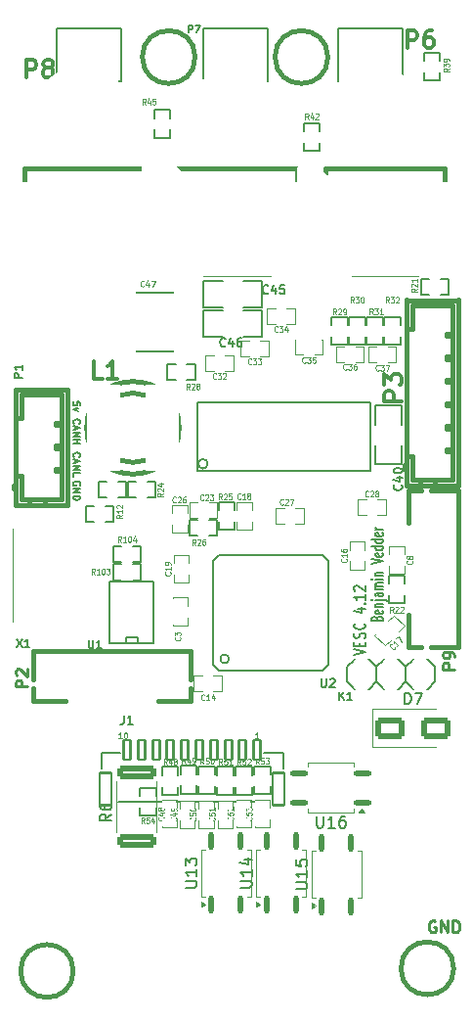
<source format=gto>
%TF.GenerationSoftware,KiCad,Pcbnew,9.0.1*%
%TF.CreationDate,2025-05-08T23:40:52+03:00*%
%TF.ProjectId,BLDC_4,424c4443-5f34-42e6-9b69-6361645f7063,A*%
%TF.SameCoordinates,Original*%
%TF.FileFunction,Legend,Top*%
%TF.FilePolarity,Positive*%
%FSLAX46Y46*%
G04 Gerber Fmt 4.6, Leading zero omitted, Abs format (unit mm)*
G04 Created by KiCad (PCBNEW 9.0.1) date 2025-05-08 23:40:52*
%MOMM*%
%LPD*%
G01*
G04 APERTURE LIST*
G04 Aperture macros list*
%AMRoundRect*
0 Rectangle with rounded corners*
0 $1 Rounding radius*
0 $2 $3 $4 $5 $6 $7 $8 $9 X,Y pos of 4 corners*
0 Add a 4 corners polygon primitive as box body*
4,1,4,$2,$3,$4,$5,$6,$7,$8,$9,$2,$3,0*
0 Add four circle primitives for the rounded corners*
1,1,$1+$1,$2,$3*
1,1,$1+$1,$4,$5*
1,1,$1+$1,$6,$7*
1,1,$1+$1,$8,$9*
0 Add four rect primitives between the rounded corners*
20,1,$1+$1,$2,$3,$4,$5,0*
20,1,$1+$1,$4,$5,$6,$7,0*
20,1,$1+$1,$6,$7,$8,$9,0*
20,1,$1+$1,$8,$9,$2,$3,0*%
%AMRotRect*
0 Rectangle, with rotation*
0 The origin of the aperture is its center*
0 $1 length*
0 $2 width*
0 $3 Rotation angle, in degrees counterclockwise*
0 Add horizontal line*
21,1,$1,$2,0,0,$3*%
G04 Aperture macros list end*
%ADD10C,0.150000*%
%ADD11C,0.250000*%
%ADD12C,0.119380*%
%ADD13C,0.175000*%
%ADD14C,0.304800*%
%ADD15C,0.149860*%
%ADD16C,0.127000*%
%ADD17C,0.114300*%
%ADD18C,0.152400*%
%ADD19C,0.120000*%
%ADD20C,0.381000*%
%ADD21C,0.066040*%
%ADD22C,0.099060*%
%ADD23O,1.524000X3.048000*%
%ADD24C,1.300480*%
%ADD25R,1.699260X1.198880*%
%ADD26O,1.699260X1.198880*%
%ADD27C,1.000000*%
%ADD28R,1.300000X1.300000*%
%ADD29C,1.300000*%
%ADD30C,4.064000*%
%ADD31R,1.849120X5.499100*%
%ADD32R,5.000000X4.000000*%
%ADD33R,10.800080X8.150860*%
%ADD34R,0.899160X3.200400*%
%ADD35R,0.300000X1.300480*%
%ADD36R,1.300480X0.300000*%
%ADD37R,0.299720X1.501140*%
%ADD38R,7.000240X3.599180*%
%ADD39R,1.524000X2.032000*%
%ADD40R,1.143000X0.635000*%
%ADD41RotRect,0.635000X1.143000X45.000000*%
%ADD42R,0.635000X1.143000*%
%ADD43R,2.032000X1.524000*%
%ADD44R,1.399540X0.599440*%
%ADD45R,1.500000X0.500000*%
%ADD46R,2.200000X2.400000*%
%ADD47R,2.200000X2.000000*%
%ADD48R,2.997200X7.498080*%
%ADD49RoundRect,0.250000X1.425000X-0.362500X1.425000X0.362500X-1.425000X0.362500X-1.425000X-0.362500X0*%
%ADD50RoundRect,0.137500X0.137500X-0.587500X0.137500X0.587500X-0.137500X0.587500X-0.137500X-0.587500X0*%
%ADD51RoundRect,0.250000X-1.000000X-0.650000X1.000000X-0.650000X1.000000X0.650000X-1.000000X0.650000X0*%
%ADD52RoundRect,0.102000X-0.300000X-0.850000X0.300000X-0.850000X0.300000X0.850000X-0.300000X0.850000X0*%
%ADD53RoundRect,0.102000X-0.500000X-1.400000X0.500000X-1.400000X0.500000X1.400000X-0.500000X1.400000X0*%
%ADD54RoundRect,0.137500X0.587500X0.137500X-0.587500X0.137500X-0.587500X-0.137500X0.587500X-0.137500X0*%
G04 APERTURE END LIST*
D10*
X110040009Y-131551437D02*
X110087628Y-131457094D01*
X110087628Y-131457094D02*
X110135247Y-131425647D01*
X110135247Y-131425647D02*
X110230485Y-131394199D01*
X110230485Y-131394199D02*
X110373342Y-131394199D01*
X110373342Y-131394199D02*
X110468580Y-131425647D01*
X110468580Y-131425647D02*
X110516200Y-131457094D01*
X110516200Y-131457094D02*
X110563819Y-131519989D01*
X110563819Y-131519989D02*
X110563819Y-131771570D01*
X110563819Y-131771570D02*
X109563819Y-131771570D01*
X109563819Y-131771570D02*
X109563819Y-131551437D01*
X109563819Y-131551437D02*
X109611438Y-131488542D01*
X109611438Y-131488542D02*
X109659057Y-131457094D01*
X109659057Y-131457094D02*
X109754295Y-131425647D01*
X109754295Y-131425647D02*
X109849533Y-131425647D01*
X109849533Y-131425647D02*
X109944771Y-131457094D01*
X109944771Y-131457094D02*
X109992390Y-131488542D01*
X109992390Y-131488542D02*
X110040009Y-131551437D01*
X110040009Y-131551437D02*
X110040009Y-131771570D01*
X110516200Y-130859589D02*
X110563819Y-130922485D01*
X110563819Y-130922485D02*
X110563819Y-131048275D01*
X110563819Y-131048275D02*
X110516200Y-131111170D01*
X110516200Y-131111170D02*
X110420961Y-131142618D01*
X110420961Y-131142618D02*
X110040009Y-131142618D01*
X110040009Y-131142618D02*
X109944771Y-131111170D01*
X109944771Y-131111170D02*
X109897152Y-131048275D01*
X109897152Y-131048275D02*
X109897152Y-130922485D01*
X109897152Y-130922485D02*
X109944771Y-130859589D01*
X109944771Y-130859589D02*
X110040009Y-130828142D01*
X110040009Y-130828142D02*
X110135247Y-130828142D01*
X110135247Y-130828142D02*
X110230485Y-131142618D01*
X109897152Y-130545113D02*
X110563819Y-130545113D01*
X109992390Y-130545113D02*
X109944771Y-130513666D01*
X109944771Y-130513666D02*
X109897152Y-130450771D01*
X109897152Y-130450771D02*
X109897152Y-130356428D01*
X109897152Y-130356428D02*
X109944771Y-130293532D01*
X109944771Y-130293532D02*
X110040009Y-130262085D01*
X110040009Y-130262085D02*
X110563819Y-130262085D01*
X109897152Y-129947608D02*
X110754295Y-129947608D01*
X110754295Y-129947608D02*
X110849533Y-129979056D01*
X110849533Y-129979056D02*
X110897152Y-130041951D01*
X110897152Y-130041951D02*
X110897152Y-130073399D01*
X109563819Y-129947608D02*
X109611438Y-129979056D01*
X109611438Y-129979056D02*
X109659057Y-129947608D01*
X109659057Y-129947608D02*
X109611438Y-129916161D01*
X109611438Y-129916161D02*
X109563819Y-129947608D01*
X109563819Y-129947608D02*
X109659057Y-129947608D01*
X110563819Y-129350104D02*
X110040009Y-129350104D01*
X110040009Y-129350104D02*
X109944771Y-129381551D01*
X109944771Y-129381551D02*
X109897152Y-129444447D01*
X109897152Y-129444447D02*
X109897152Y-129570237D01*
X109897152Y-129570237D02*
X109944771Y-129633132D01*
X110516200Y-129350104D02*
X110563819Y-129412999D01*
X110563819Y-129412999D02*
X110563819Y-129570237D01*
X110563819Y-129570237D02*
X110516200Y-129633132D01*
X110516200Y-129633132D02*
X110420961Y-129664580D01*
X110420961Y-129664580D02*
X110325723Y-129664580D01*
X110325723Y-129664580D02*
X110230485Y-129633132D01*
X110230485Y-129633132D02*
X110182866Y-129570237D01*
X110182866Y-129570237D02*
X110182866Y-129412999D01*
X110182866Y-129412999D02*
X110135247Y-129350104D01*
X110563819Y-129035627D02*
X109897152Y-129035627D01*
X109992390Y-129035627D02*
X109944771Y-129004180D01*
X109944771Y-129004180D02*
X109897152Y-128941285D01*
X109897152Y-128941285D02*
X109897152Y-128846942D01*
X109897152Y-128846942D02*
X109944771Y-128784046D01*
X109944771Y-128784046D02*
X110040009Y-128752599D01*
X110040009Y-128752599D02*
X110563819Y-128752599D01*
X110040009Y-128752599D02*
X109944771Y-128721151D01*
X109944771Y-128721151D02*
X109897152Y-128658256D01*
X109897152Y-128658256D02*
X109897152Y-128563913D01*
X109897152Y-128563913D02*
X109944771Y-128501018D01*
X109944771Y-128501018D02*
X110040009Y-128469570D01*
X110040009Y-128469570D02*
X110563819Y-128469570D01*
X110563819Y-128155094D02*
X109897152Y-128155094D01*
X109563819Y-128155094D02*
X109611438Y-128186542D01*
X109611438Y-128186542D02*
X109659057Y-128155094D01*
X109659057Y-128155094D02*
X109611438Y-128123647D01*
X109611438Y-128123647D02*
X109563819Y-128155094D01*
X109563819Y-128155094D02*
X109659057Y-128155094D01*
X109897152Y-127840618D02*
X110563819Y-127840618D01*
X109992390Y-127840618D02*
X109944771Y-127809171D01*
X109944771Y-127809171D02*
X109897152Y-127746276D01*
X109897152Y-127746276D02*
X109897152Y-127651933D01*
X109897152Y-127651933D02*
X109944771Y-127589037D01*
X109944771Y-127589037D02*
X110040009Y-127557590D01*
X110040009Y-127557590D02*
X110563819Y-127557590D01*
X109563819Y-126834294D02*
X110563819Y-126614161D01*
X110563819Y-126614161D02*
X109563819Y-126394028D01*
X110516200Y-125922313D02*
X110563819Y-125985209D01*
X110563819Y-125985209D02*
X110563819Y-126110999D01*
X110563819Y-126110999D02*
X110516200Y-126173894D01*
X110516200Y-126173894D02*
X110420961Y-126205342D01*
X110420961Y-126205342D02*
X110040009Y-126205342D01*
X110040009Y-126205342D02*
X109944771Y-126173894D01*
X109944771Y-126173894D02*
X109897152Y-126110999D01*
X109897152Y-126110999D02*
X109897152Y-125985209D01*
X109897152Y-125985209D02*
X109944771Y-125922313D01*
X109944771Y-125922313D02*
X110040009Y-125890866D01*
X110040009Y-125890866D02*
X110135247Y-125890866D01*
X110135247Y-125890866D02*
X110230485Y-126205342D01*
X110563819Y-125324809D02*
X109563819Y-125324809D01*
X110516200Y-125324809D02*
X110563819Y-125387704D01*
X110563819Y-125387704D02*
X110563819Y-125513495D01*
X110563819Y-125513495D02*
X110516200Y-125576390D01*
X110516200Y-125576390D02*
X110468580Y-125607837D01*
X110468580Y-125607837D02*
X110373342Y-125639285D01*
X110373342Y-125639285D02*
X110087628Y-125639285D01*
X110087628Y-125639285D02*
X109992390Y-125607837D01*
X109992390Y-125607837D02*
X109944771Y-125576390D01*
X109944771Y-125576390D02*
X109897152Y-125513495D01*
X109897152Y-125513495D02*
X109897152Y-125387704D01*
X109897152Y-125387704D02*
X109944771Y-125324809D01*
X110563819Y-124727304D02*
X109563819Y-124727304D01*
X110516200Y-124727304D02*
X110563819Y-124790199D01*
X110563819Y-124790199D02*
X110563819Y-124915990D01*
X110563819Y-124915990D02*
X110516200Y-124978885D01*
X110516200Y-124978885D02*
X110468580Y-125010332D01*
X110468580Y-125010332D02*
X110373342Y-125041780D01*
X110373342Y-125041780D02*
X110087628Y-125041780D01*
X110087628Y-125041780D02*
X109992390Y-125010332D01*
X109992390Y-125010332D02*
X109944771Y-124978885D01*
X109944771Y-124978885D02*
X109897152Y-124915990D01*
X109897152Y-124915990D02*
X109897152Y-124790199D01*
X109897152Y-124790199D02*
X109944771Y-124727304D01*
X110516200Y-124161246D02*
X110563819Y-124224142D01*
X110563819Y-124224142D02*
X110563819Y-124349932D01*
X110563819Y-124349932D02*
X110516200Y-124412827D01*
X110516200Y-124412827D02*
X110420961Y-124444275D01*
X110420961Y-124444275D02*
X110040009Y-124444275D01*
X110040009Y-124444275D02*
X109944771Y-124412827D01*
X109944771Y-124412827D02*
X109897152Y-124349932D01*
X109897152Y-124349932D02*
X109897152Y-124224142D01*
X109897152Y-124224142D02*
X109944771Y-124161246D01*
X109944771Y-124161246D02*
X110040009Y-124129799D01*
X110040009Y-124129799D02*
X110135247Y-124129799D01*
X110135247Y-124129799D02*
X110230485Y-124444275D01*
X110563819Y-123846770D02*
X109897152Y-123846770D01*
X110087628Y-123846770D02*
X109992390Y-123815323D01*
X109992390Y-123815323D02*
X109944771Y-123783875D01*
X109944771Y-123783875D02*
X109897152Y-123720980D01*
X109897152Y-123720980D02*
X109897152Y-123658085D01*
X84330228Y-113114285D02*
X84330228Y-112828571D01*
X84330228Y-112828571D02*
X84044514Y-112799999D01*
X84044514Y-112799999D02*
X84073085Y-112828571D01*
X84073085Y-112828571D02*
X84101657Y-112885714D01*
X84101657Y-112885714D02*
X84101657Y-113028571D01*
X84101657Y-113028571D02*
X84073085Y-113085714D01*
X84073085Y-113085714D02*
X84044514Y-113114285D01*
X84044514Y-113114285D02*
X83987371Y-113142856D01*
X83987371Y-113142856D02*
X83844514Y-113142856D01*
X83844514Y-113142856D02*
X83787371Y-113114285D01*
X83787371Y-113114285D02*
X83758800Y-113085714D01*
X83758800Y-113085714D02*
X83730228Y-113028571D01*
X83730228Y-113028571D02*
X83730228Y-112885714D01*
X83730228Y-112885714D02*
X83758800Y-112828571D01*
X83758800Y-112828571D02*
X83787371Y-112799999D01*
X84130228Y-113342857D02*
X83730228Y-113485714D01*
X83730228Y-113485714D02*
X84130228Y-113628571D01*
D11*
X115098095Y-157733238D02*
X115002857Y-157685619D01*
X115002857Y-157685619D02*
X114860000Y-157685619D01*
X114860000Y-157685619D02*
X114717143Y-157733238D01*
X114717143Y-157733238D02*
X114621905Y-157828476D01*
X114621905Y-157828476D02*
X114574286Y-157923714D01*
X114574286Y-157923714D02*
X114526667Y-158114190D01*
X114526667Y-158114190D02*
X114526667Y-158257047D01*
X114526667Y-158257047D02*
X114574286Y-158447523D01*
X114574286Y-158447523D02*
X114621905Y-158542761D01*
X114621905Y-158542761D02*
X114717143Y-158638000D01*
X114717143Y-158638000D02*
X114860000Y-158685619D01*
X114860000Y-158685619D02*
X114955238Y-158685619D01*
X114955238Y-158685619D02*
X115098095Y-158638000D01*
X115098095Y-158638000D02*
X115145714Y-158590380D01*
X115145714Y-158590380D02*
X115145714Y-158257047D01*
X115145714Y-158257047D02*
X114955238Y-158257047D01*
X115574286Y-158685619D02*
X115574286Y-157685619D01*
X115574286Y-157685619D02*
X116145714Y-158685619D01*
X116145714Y-158685619D02*
X116145714Y-157685619D01*
X116621905Y-158685619D02*
X116621905Y-157685619D01*
X116621905Y-157685619D02*
X116860000Y-157685619D01*
X116860000Y-157685619D02*
X117002857Y-157733238D01*
X117002857Y-157733238D02*
X117098095Y-157828476D01*
X117098095Y-157828476D02*
X117145714Y-157923714D01*
X117145714Y-157923714D02*
X117193333Y-158114190D01*
X117193333Y-158114190D02*
X117193333Y-158257047D01*
X117193333Y-158257047D02*
X117145714Y-158447523D01*
X117145714Y-158447523D02*
X117098095Y-158542761D01*
X117098095Y-158542761D02*
X117002857Y-158638000D01*
X117002857Y-158638000D02*
X116860000Y-158685619D01*
X116860000Y-158685619D02*
X116621905Y-158685619D01*
D10*
X83787371Y-114700000D02*
X83758800Y-114671428D01*
X83758800Y-114671428D02*
X83730228Y-114585714D01*
X83730228Y-114585714D02*
X83730228Y-114528571D01*
X83730228Y-114528571D02*
X83758800Y-114442857D01*
X83758800Y-114442857D02*
X83815942Y-114385714D01*
X83815942Y-114385714D02*
X83873085Y-114357143D01*
X83873085Y-114357143D02*
X83987371Y-114328571D01*
X83987371Y-114328571D02*
X84073085Y-114328571D01*
X84073085Y-114328571D02*
X84187371Y-114357143D01*
X84187371Y-114357143D02*
X84244514Y-114385714D01*
X84244514Y-114385714D02*
X84301657Y-114442857D01*
X84301657Y-114442857D02*
X84330228Y-114528571D01*
X84330228Y-114528571D02*
X84330228Y-114585714D01*
X84330228Y-114585714D02*
X84301657Y-114671428D01*
X84301657Y-114671428D02*
X84273085Y-114700000D01*
X83901657Y-114928571D02*
X83901657Y-115214286D01*
X83730228Y-114871428D02*
X84330228Y-115071428D01*
X84330228Y-115071428D02*
X83730228Y-115271428D01*
X83730228Y-115471429D02*
X84330228Y-115471429D01*
X84330228Y-115471429D02*
X83730228Y-115814286D01*
X83730228Y-115814286D02*
X84330228Y-115814286D01*
X83730228Y-116100000D02*
X84330228Y-116100000D01*
X84044514Y-116100000D02*
X84044514Y-116442857D01*
X83730228Y-116442857D02*
X84330228Y-116442857D01*
X83787371Y-117571429D02*
X83758800Y-117542857D01*
X83758800Y-117542857D02*
X83730228Y-117457143D01*
X83730228Y-117457143D02*
X83730228Y-117400000D01*
X83730228Y-117400000D02*
X83758800Y-117314286D01*
X83758800Y-117314286D02*
X83815942Y-117257143D01*
X83815942Y-117257143D02*
X83873085Y-117228572D01*
X83873085Y-117228572D02*
X83987371Y-117200000D01*
X83987371Y-117200000D02*
X84073085Y-117200000D01*
X84073085Y-117200000D02*
X84187371Y-117228572D01*
X84187371Y-117228572D02*
X84244514Y-117257143D01*
X84244514Y-117257143D02*
X84301657Y-117314286D01*
X84301657Y-117314286D02*
X84330228Y-117400000D01*
X84330228Y-117400000D02*
X84330228Y-117457143D01*
X84330228Y-117457143D02*
X84301657Y-117542857D01*
X84301657Y-117542857D02*
X84273085Y-117571429D01*
X83901657Y-117800000D02*
X83901657Y-118085715D01*
X83730228Y-117742857D02*
X84330228Y-117942857D01*
X84330228Y-117942857D02*
X83730228Y-118142857D01*
X83730228Y-118342858D02*
X84330228Y-118342858D01*
X84330228Y-118342858D02*
X83730228Y-118685715D01*
X83730228Y-118685715D02*
X84330228Y-118685715D01*
X83730228Y-119257143D02*
X83730228Y-118971429D01*
X83730228Y-118971429D02*
X84330228Y-118971429D01*
X108039819Y-134746619D02*
X109039819Y-134479952D01*
X109039819Y-134479952D02*
X108039819Y-134213286D01*
X108516009Y-133946619D02*
X108516009Y-133679953D01*
X109039819Y-133565667D02*
X109039819Y-133946619D01*
X109039819Y-133946619D02*
X108039819Y-133946619D01*
X108039819Y-133946619D02*
X108039819Y-133565667D01*
X108992200Y-133260905D02*
X109039819Y-133146619D01*
X109039819Y-133146619D02*
X109039819Y-132956143D01*
X109039819Y-132956143D02*
X108992200Y-132879952D01*
X108992200Y-132879952D02*
X108944580Y-132841857D01*
X108944580Y-132841857D02*
X108849342Y-132803762D01*
X108849342Y-132803762D02*
X108754104Y-132803762D01*
X108754104Y-132803762D02*
X108658866Y-132841857D01*
X108658866Y-132841857D02*
X108611247Y-132879952D01*
X108611247Y-132879952D02*
X108563628Y-132956143D01*
X108563628Y-132956143D02*
X108516009Y-133108524D01*
X108516009Y-133108524D02*
X108468390Y-133184714D01*
X108468390Y-133184714D02*
X108420771Y-133222809D01*
X108420771Y-133222809D02*
X108325533Y-133260905D01*
X108325533Y-133260905D02*
X108230295Y-133260905D01*
X108230295Y-133260905D02*
X108135057Y-133222809D01*
X108135057Y-133222809D02*
X108087438Y-133184714D01*
X108087438Y-133184714D02*
X108039819Y-133108524D01*
X108039819Y-133108524D02*
X108039819Y-132918047D01*
X108039819Y-132918047D02*
X108087438Y-132803762D01*
X108944580Y-132003761D02*
X108992200Y-132041857D01*
X108992200Y-132041857D02*
X109039819Y-132156142D01*
X109039819Y-132156142D02*
X109039819Y-132232333D01*
X109039819Y-132232333D02*
X108992200Y-132346619D01*
X108992200Y-132346619D02*
X108896961Y-132422809D01*
X108896961Y-132422809D02*
X108801723Y-132460904D01*
X108801723Y-132460904D02*
X108611247Y-132499000D01*
X108611247Y-132499000D02*
X108468390Y-132499000D01*
X108468390Y-132499000D02*
X108277914Y-132460904D01*
X108277914Y-132460904D02*
X108182676Y-132422809D01*
X108182676Y-132422809D02*
X108087438Y-132346619D01*
X108087438Y-132346619D02*
X108039819Y-132232333D01*
X108039819Y-132232333D02*
X108039819Y-132156142D01*
X108039819Y-132156142D02*
X108087438Y-132041857D01*
X108087438Y-132041857D02*
X108135057Y-132003761D01*
X108373152Y-130708523D02*
X109039819Y-130708523D01*
X107992200Y-130898999D02*
X108706485Y-131089476D01*
X108706485Y-131089476D02*
X108706485Y-130594237D01*
X108944580Y-130289475D02*
X108992200Y-130251380D01*
X108992200Y-130251380D02*
X109039819Y-130289475D01*
X109039819Y-130289475D02*
X108992200Y-130327571D01*
X108992200Y-130327571D02*
X108944580Y-130289475D01*
X108944580Y-130289475D02*
X109039819Y-130289475D01*
X109039819Y-129489476D02*
X109039819Y-129946619D01*
X109039819Y-129718047D02*
X108039819Y-129718047D01*
X108039819Y-129718047D02*
X108182676Y-129794238D01*
X108182676Y-129794238D02*
X108277914Y-129870428D01*
X108277914Y-129870428D02*
X108325533Y-129946619D01*
X108135057Y-129184714D02*
X108087438Y-129146618D01*
X108087438Y-129146618D02*
X108039819Y-129070428D01*
X108039819Y-129070428D02*
X108039819Y-128879952D01*
X108039819Y-128879952D02*
X108087438Y-128803761D01*
X108087438Y-128803761D02*
X108135057Y-128765666D01*
X108135057Y-128765666D02*
X108230295Y-128727571D01*
X108230295Y-128727571D02*
X108325533Y-128727571D01*
X108325533Y-128727571D02*
X108468390Y-128765666D01*
X108468390Y-128765666D02*
X109039819Y-129222809D01*
X109039819Y-129222809D02*
X109039819Y-128727571D01*
X84301657Y-120042857D02*
X84330228Y-119985715D01*
X84330228Y-119985715D02*
X84330228Y-119900000D01*
X84330228Y-119900000D02*
X84301657Y-119814286D01*
X84301657Y-119814286D02*
X84244514Y-119757143D01*
X84244514Y-119757143D02*
X84187371Y-119728572D01*
X84187371Y-119728572D02*
X84073085Y-119700000D01*
X84073085Y-119700000D02*
X83987371Y-119700000D01*
X83987371Y-119700000D02*
X83873085Y-119728572D01*
X83873085Y-119728572D02*
X83815942Y-119757143D01*
X83815942Y-119757143D02*
X83758800Y-119814286D01*
X83758800Y-119814286D02*
X83730228Y-119900000D01*
X83730228Y-119900000D02*
X83730228Y-119957143D01*
X83730228Y-119957143D02*
X83758800Y-120042857D01*
X83758800Y-120042857D02*
X83787371Y-120071429D01*
X83787371Y-120071429D02*
X83987371Y-120071429D01*
X83987371Y-120071429D02*
X83987371Y-119957143D01*
X83730228Y-120328572D02*
X84330228Y-120328572D01*
X84330228Y-120328572D02*
X83730228Y-120671429D01*
X83730228Y-120671429D02*
X84330228Y-120671429D01*
X83730228Y-120957143D02*
X84330228Y-120957143D01*
X84330228Y-120957143D02*
X84330228Y-121100000D01*
X84330228Y-121100000D02*
X84301657Y-121185714D01*
X84301657Y-121185714D02*
X84244514Y-121242857D01*
X84244514Y-121242857D02*
X84187371Y-121271428D01*
X84187371Y-121271428D02*
X84073085Y-121300000D01*
X84073085Y-121300000D02*
X83987371Y-121300000D01*
X83987371Y-121300000D02*
X83873085Y-121271428D01*
X83873085Y-121271428D02*
X83815942Y-121242857D01*
X83815942Y-121242857D02*
X83758800Y-121185714D01*
X83758800Y-121185714D02*
X83730228Y-121100000D01*
X83730228Y-121100000D02*
X83730228Y-120957143D01*
D12*
X89848327Y-102793622D02*
X89824499Y-102817450D01*
X89824499Y-102817450D02*
X89753017Y-102841277D01*
X89753017Y-102841277D02*
X89705361Y-102841277D01*
X89705361Y-102841277D02*
X89633878Y-102817450D01*
X89633878Y-102817450D02*
X89586223Y-102769794D01*
X89586223Y-102769794D02*
X89562396Y-102722139D01*
X89562396Y-102722139D02*
X89538568Y-102626829D01*
X89538568Y-102626829D02*
X89538568Y-102555346D01*
X89538568Y-102555346D02*
X89562396Y-102460035D01*
X89562396Y-102460035D02*
X89586223Y-102412380D01*
X89586223Y-102412380D02*
X89633878Y-102364725D01*
X89633878Y-102364725D02*
X89705361Y-102340897D01*
X89705361Y-102340897D02*
X89753017Y-102340897D01*
X89753017Y-102340897D02*
X89824499Y-102364725D01*
X89824499Y-102364725D02*
X89848327Y-102388552D01*
X90277224Y-102507690D02*
X90277224Y-102841277D01*
X90158086Y-102317070D02*
X90038948Y-102674484D01*
X90038948Y-102674484D02*
X90348707Y-102674484D01*
X90491672Y-102340897D02*
X90825259Y-102340897D01*
X90825259Y-102340897D02*
X90610810Y-102841277D01*
D13*
X106798333Y-138617733D02*
X106798333Y-137917733D01*
X107198333Y-138617733D02*
X106898333Y-138217733D01*
X107198333Y-137917733D02*
X106798333Y-138317733D01*
X107865000Y-138617733D02*
X107465000Y-138617733D01*
X107665000Y-138617733D02*
X107665000Y-137917733D01*
X107665000Y-137917733D02*
X107598333Y-138017733D01*
X107598333Y-138017733D02*
X107531667Y-138084400D01*
X107531667Y-138084400D02*
X107465000Y-138117733D01*
D11*
X79749619Y-137438094D02*
X78749619Y-137438094D01*
X78749619Y-137438094D02*
X78749619Y-137057142D01*
X78749619Y-137057142D02*
X78797238Y-136961904D01*
X78797238Y-136961904D02*
X78844857Y-136914285D01*
X78844857Y-136914285D02*
X78940095Y-136866666D01*
X78940095Y-136866666D02*
X79082952Y-136866666D01*
X79082952Y-136866666D02*
X79178190Y-136914285D01*
X79178190Y-136914285D02*
X79225809Y-136961904D01*
X79225809Y-136961904D02*
X79273428Y-137057142D01*
X79273428Y-137057142D02*
X79273428Y-137438094D01*
X78844857Y-136485713D02*
X78797238Y-136438094D01*
X78797238Y-136438094D02*
X78749619Y-136342856D01*
X78749619Y-136342856D02*
X78749619Y-136104761D01*
X78749619Y-136104761D02*
X78797238Y-136009523D01*
X78797238Y-136009523D02*
X78844857Y-135961904D01*
X78844857Y-135961904D02*
X78940095Y-135914285D01*
X78940095Y-135914285D02*
X79035333Y-135914285D01*
X79035333Y-135914285D02*
X79178190Y-135961904D01*
X79178190Y-135961904D02*
X79749619Y-136533332D01*
X79749619Y-136533332D02*
X79749619Y-135914285D01*
X116749619Y-135938094D02*
X115749619Y-135938094D01*
X115749619Y-135938094D02*
X115749619Y-135557142D01*
X115749619Y-135557142D02*
X115797238Y-135461904D01*
X115797238Y-135461904D02*
X115844857Y-135414285D01*
X115844857Y-135414285D02*
X115940095Y-135366666D01*
X115940095Y-135366666D02*
X116082952Y-135366666D01*
X116082952Y-135366666D02*
X116178190Y-135414285D01*
X116178190Y-135414285D02*
X116225809Y-135461904D01*
X116225809Y-135461904D02*
X116273428Y-135557142D01*
X116273428Y-135557142D02*
X116273428Y-135938094D01*
X116749619Y-134890475D02*
X116749619Y-134699999D01*
X116749619Y-134699999D02*
X116702000Y-134604761D01*
X116702000Y-134604761D02*
X116654380Y-134557142D01*
X116654380Y-134557142D02*
X116511523Y-134461904D01*
X116511523Y-134461904D02*
X116321047Y-134414285D01*
X116321047Y-134414285D02*
X115940095Y-134414285D01*
X115940095Y-134414285D02*
X115844857Y-134461904D01*
X115844857Y-134461904D02*
X115797238Y-134509523D01*
X115797238Y-134509523D02*
X115749619Y-134604761D01*
X115749619Y-134604761D02*
X115749619Y-134795237D01*
X115749619Y-134795237D02*
X115797238Y-134890475D01*
X115797238Y-134890475D02*
X115844857Y-134938094D01*
X115844857Y-134938094D02*
X115940095Y-134985713D01*
X115940095Y-134985713D02*
X116178190Y-134985713D01*
X116178190Y-134985713D02*
X116273428Y-134938094D01*
X116273428Y-134938094D02*
X116321047Y-134890475D01*
X116321047Y-134890475D02*
X116368666Y-134795237D01*
X116368666Y-134795237D02*
X116368666Y-134604761D01*
X116368666Y-134604761D02*
X116321047Y-134509523D01*
X116321047Y-134509523D02*
X116273428Y-134461904D01*
X116273428Y-134461904D02*
X116178190Y-134414285D01*
D14*
X79675143Y-84789181D02*
X79675143Y-83265181D01*
X79675143Y-83265181D02*
X80255714Y-83265181D01*
X80255714Y-83265181D02*
X80400857Y-83337752D01*
X80400857Y-83337752D02*
X80473428Y-83410324D01*
X80473428Y-83410324D02*
X80546000Y-83555467D01*
X80546000Y-83555467D02*
X80546000Y-83773181D01*
X80546000Y-83773181D02*
X80473428Y-83918324D01*
X80473428Y-83918324D02*
X80400857Y-83990895D01*
X80400857Y-83990895D02*
X80255714Y-84063467D01*
X80255714Y-84063467D02*
X79675143Y-84063467D01*
X81416857Y-83918324D02*
X81271714Y-83845752D01*
X81271714Y-83845752D02*
X81199143Y-83773181D01*
X81199143Y-83773181D02*
X81126571Y-83628038D01*
X81126571Y-83628038D02*
X81126571Y-83555467D01*
X81126571Y-83555467D02*
X81199143Y-83410324D01*
X81199143Y-83410324D02*
X81271714Y-83337752D01*
X81271714Y-83337752D02*
X81416857Y-83265181D01*
X81416857Y-83265181D02*
X81707143Y-83265181D01*
X81707143Y-83265181D02*
X81852286Y-83337752D01*
X81852286Y-83337752D02*
X81924857Y-83410324D01*
X81924857Y-83410324D02*
X81997428Y-83555467D01*
X81997428Y-83555467D02*
X81997428Y-83628038D01*
X81997428Y-83628038D02*
X81924857Y-83773181D01*
X81924857Y-83773181D02*
X81852286Y-83845752D01*
X81852286Y-83845752D02*
X81707143Y-83918324D01*
X81707143Y-83918324D02*
X81416857Y-83918324D01*
X81416857Y-83918324D02*
X81271714Y-83990895D01*
X81271714Y-83990895D02*
X81199143Y-84063467D01*
X81199143Y-84063467D02*
X81126571Y-84208610D01*
X81126571Y-84208610D02*
X81126571Y-84498895D01*
X81126571Y-84498895D02*
X81199143Y-84644038D01*
X81199143Y-84644038D02*
X81271714Y-84716610D01*
X81271714Y-84716610D02*
X81416857Y-84789181D01*
X81416857Y-84789181D02*
X81707143Y-84789181D01*
X81707143Y-84789181D02*
X81852286Y-84716610D01*
X81852286Y-84716610D02*
X81924857Y-84644038D01*
X81924857Y-84644038D02*
X81997428Y-84498895D01*
X81997428Y-84498895D02*
X81997428Y-84208610D01*
X81997428Y-84208610D02*
X81924857Y-84063467D01*
X81924857Y-84063467D02*
X81852286Y-83990895D01*
X81852286Y-83990895D02*
X81707143Y-83918324D01*
X112667143Y-82223181D02*
X112667143Y-80699181D01*
X112667143Y-80699181D02*
X113247714Y-80699181D01*
X113247714Y-80699181D02*
X113392857Y-80771752D01*
X113392857Y-80771752D02*
X113465428Y-80844324D01*
X113465428Y-80844324D02*
X113538000Y-80989467D01*
X113538000Y-80989467D02*
X113538000Y-81207181D01*
X113538000Y-81207181D02*
X113465428Y-81352324D01*
X113465428Y-81352324D02*
X113392857Y-81424895D01*
X113392857Y-81424895D02*
X113247714Y-81497467D01*
X113247714Y-81497467D02*
X112667143Y-81497467D01*
X114844286Y-80699181D02*
X114554000Y-80699181D01*
X114554000Y-80699181D02*
X114408857Y-80771752D01*
X114408857Y-80771752D02*
X114336286Y-80844324D01*
X114336286Y-80844324D02*
X114191143Y-81062038D01*
X114191143Y-81062038D02*
X114118571Y-81352324D01*
X114118571Y-81352324D02*
X114118571Y-81932895D01*
X114118571Y-81932895D02*
X114191143Y-82078038D01*
X114191143Y-82078038D02*
X114263714Y-82150610D01*
X114263714Y-82150610D02*
X114408857Y-82223181D01*
X114408857Y-82223181D02*
X114699143Y-82223181D01*
X114699143Y-82223181D02*
X114844286Y-82150610D01*
X114844286Y-82150610D02*
X114916857Y-82078038D01*
X114916857Y-82078038D02*
X114989428Y-81932895D01*
X114989428Y-81932895D02*
X114989428Y-81570038D01*
X114989428Y-81570038D02*
X114916857Y-81424895D01*
X114916857Y-81424895D02*
X114844286Y-81352324D01*
X114844286Y-81352324D02*
X114699143Y-81279752D01*
X114699143Y-81279752D02*
X114408857Y-81279752D01*
X114408857Y-81279752D02*
X114263714Y-81352324D01*
X114263714Y-81352324D02*
X114191143Y-81424895D01*
X114191143Y-81424895D02*
X114118571Y-81570038D01*
D15*
X105220104Y-136749547D02*
X105220104Y-137356124D01*
X105220104Y-137356124D02*
X105255785Y-137427486D01*
X105255785Y-137427486D02*
X105291466Y-137463167D01*
X105291466Y-137463167D02*
X105362828Y-137498847D01*
X105362828Y-137498847D02*
X105505552Y-137498847D01*
X105505552Y-137498847D02*
X105576914Y-137463167D01*
X105576914Y-137463167D02*
X105612595Y-137427486D01*
X105612595Y-137427486D02*
X105648276Y-137356124D01*
X105648276Y-137356124D02*
X105648276Y-136749547D01*
X105969404Y-136820909D02*
X106005085Y-136785228D01*
X106005085Y-136785228D02*
X106076447Y-136749547D01*
X106076447Y-136749547D02*
X106254852Y-136749547D01*
X106254852Y-136749547D02*
X106326214Y-136785228D01*
X106326214Y-136785228D02*
X106361895Y-136820909D01*
X106361895Y-136820909D02*
X106397576Y-136892271D01*
X106397576Y-136892271D02*
X106397576Y-136963633D01*
X106397576Y-136963633D02*
X106361895Y-137070676D01*
X106361895Y-137070676D02*
X105933723Y-137498847D01*
X105933723Y-137498847D02*
X106397576Y-137498847D01*
X101283104Y-116683547D02*
X101283104Y-117290124D01*
X101283104Y-117290124D02*
X101318785Y-117361486D01*
X101318785Y-117361486D02*
X101354466Y-117397167D01*
X101354466Y-117397167D02*
X101425828Y-117432847D01*
X101425828Y-117432847D02*
X101568552Y-117432847D01*
X101568552Y-117432847D02*
X101639914Y-117397167D01*
X101639914Y-117397167D02*
X101675595Y-117361486D01*
X101675595Y-117361486D02*
X101711276Y-117290124D01*
X101711276Y-117290124D02*
X101711276Y-116683547D01*
X101996723Y-116683547D02*
X102460576Y-116683547D01*
X102460576Y-116683547D02*
X102210809Y-116968995D01*
X102210809Y-116968995D02*
X102317852Y-116968995D01*
X102317852Y-116968995D02*
X102389214Y-117004676D01*
X102389214Y-117004676D02*
X102424895Y-117040357D01*
X102424895Y-117040357D02*
X102460576Y-117111719D01*
X102460576Y-117111719D02*
X102460576Y-117290124D01*
X102460576Y-117290124D02*
X102424895Y-117361486D01*
X102424895Y-117361486D02*
X102389214Y-117397167D01*
X102389214Y-117397167D02*
X102317852Y-117432847D01*
X102317852Y-117432847D02*
X102103766Y-117432847D01*
X102103766Y-117432847D02*
X102032404Y-117397167D01*
X102032404Y-117397167D02*
X101996723Y-117361486D01*
D13*
X79314733Y-110716666D02*
X78614733Y-110716666D01*
X78614733Y-110716666D02*
X78614733Y-110449999D01*
X78614733Y-110449999D02*
X78648066Y-110383333D01*
X78648066Y-110383333D02*
X78681400Y-110349999D01*
X78681400Y-110349999D02*
X78748066Y-110316666D01*
X78748066Y-110316666D02*
X78848066Y-110316666D01*
X78848066Y-110316666D02*
X78914733Y-110349999D01*
X78914733Y-110349999D02*
X78948066Y-110383333D01*
X78948066Y-110383333D02*
X78981400Y-110449999D01*
X78981400Y-110449999D02*
X78981400Y-110716666D01*
X79314733Y-109649999D02*
X79314733Y-110049999D01*
X79314733Y-109849999D02*
X78614733Y-109849999D01*
X78614733Y-109849999D02*
X78714733Y-109916666D01*
X78714733Y-109916666D02*
X78781400Y-109983333D01*
X78781400Y-109983333D02*
X78814733Y-110049999D01*
D10*
X93757143Y-80869771D02*
X93757143Y-80269771D01*
X93757143Y-80269771D02*
X93985714Y-80269771D01*
X93985714Y-80269771D02*
X94042857Y-80298342D01*
X94042857Y-80298342D02*
X94071428Y-80326914D01*
X94071428Y-80326914D02*
X94100000Y-80384057D01*
X94100000Y-80384057D02*
X94100000Y-80469771D01*
X94100000Y-80469771D02*
X94071428Y-80526914D01*
X94071428Y-80526914D02*
X94042857Y-80555485D01*
X94042857Y-80555485D02*
X93985714Y-80584057D01*
X93985714Y-80584057D02*
X93757143Y-80584057D01*
X94300000Y-80269771D02*
X94700000Y-80269771D01*
X94700000Y-80269771D02*
X94442857Y-80869771D01*
D16*
X96919143Y-107969340D02*
X96882857Y-108005626D01*
X96882857Y-108005626D02*
X96774000Y-108041911D01*
X96774000Y-108041911D02*
X96701428Y-108041911D01*
X96701428Y-108041911D02*
X96592571Y-108005626D01*
X96592571Y-108005626D02*
X96520000Y-107933054D01*
X96520000Y-107933054D02*
X96483714Y-107860483D01*
X96483714Y-107860483D02*
X96447428Y-107715340D01*
X96447428Y-107715340D02*
X96447428Y-107606483D01*
X96447428Y-107606483D02*
X96483714Y-107461340D01*
X96483714Y-107461340D02*
X96520000Y-107388768D01*
X96520000Y-107388768D02*
X96592571Y-107316197D01*
X96592571Y-107316197D02*
X96701428Y-107279911D01*
X96701428Y-107279911D02*
X96774000Y-107279911D01*
X96774000Y-107279911D02*
X96882857Y-107316197D01*
X96882857Y-107316197D02*
X96919143Y-107352483D01*
X97572286Y-107533911D02*
X97572286Y-108041911D01*
X97390857Y-107243626D02*
X97209428Y-107787911D01*
X97209428Y-107787911D02*
X97681143Y-107787911D01*
X98298000Y-107279911D02*
X98152857Y-107279911D01*
X98152857Y-107279911D02*
X98080285Y-107316197D01*
X98080285Y-107316197D02*
X98044000Y-107352483D01*
X98044000Y-107352483D02*
X97971428Y-107461340D01*
X97971428Y-107461340D02*
X97935142Y-107606483D01*
X97935142Y-107606483D02*
X97935142Y-107896768D01*
X97935142Y-107896768D02*
X97971428Y-107969340D01*
X97971428Y-107969340D02*
X98007714Y-108005626D01*
X98007714Y-108005626D02*
X98080285Y-108041911D01*
X98080285Y-108041911D02*
X98225428Y-108041911D01*
X98225428Y-108041911D02*
X98298000Y-108005626D01*
X98298000Y-108005626D02*
X98334285Y-107969340D01*
X98334285Y-107969340D02*
X98370571Y-107896768D01*
X98370571Y-107896768D02*
X98370571Y-107715340D01*
X98370571Y-107715340D02*
X98334285Y-107642768D01*
X98334285Y-107642768D02*
X98298000Y-107606483D01*
X98298000Y-107606483D02*
X98225428Y-107570197D01*
X98225428Y-107570197D02*
X98080285Y-107570197D01*
X98080285Y-107570197D02*
X98007714Y-107606483D01*
X98007714Y-107606483D02*
X97971428Y-107642768D01*
X97971428Y-107642768D02*
X97935142Y-107715340D01*
X100602143Y-103397340D02*
X100565857Y-103433626D01*
X100565857Y-103433626D02*
X100457000Y-103469911D01*
X100457000Y-103469911D02*
X100384428Y-103469911D01*
X100384428Y-103469911D02*
X100275571Y-103433626D01*
X100275571Y-103433626D02*
X100203000Y-103361054D01*
X100203000Y-103361054D02*
X100166714Y-103288483D01*
X100166714Y-103288483D02*
X100130428Y-103143340D01*
X100130428Y-103143340D02*
X100130428Y-103034483D01*
X100130428Y-103034483D02*
X100166714Y-102889340D01*
X100166714Y-102889340D02*
X100203000Y-102816768D01*
X100203000Y-102816768D02*
X100275571Y-102744197D01*
X100275571Y-102744197D02*
X100384428Y-102707911D01*
X100384428Y-102707911D02*
X100457000Y-102707911D01*
X100457000Y-102707911D02*
X100565857Y-102744197D01*
X100565857Y-102744197D02*
X100602143Y-102780483D01*
X101255286Y-102961911D02*
X101255286Y-103469911D01*
X101073857Y-102671626D02*
X100892428Y-103215911D01*
X100892428Y-103215911D02*
X101364143Y-103215911D01*
X102017285Y-102707911D02*
X101654428Y-102707911D01*
X101654428Y-102707911D02*
X101618142Y-103070768D01*
X101618142Y-103070768D02*
X101654428Y-103034483D01*
X101654428Y-103034483D02*
X101727000Y-102998197D01*
X101727000Y-102998197D02*
X101908428Y-102998197D01*
X101908428Y-102998197D02*
X101981000Y-103034483D01*
X101981000Y-103034483D02*
X102017285Y-103070768D01*
X102017285Y-103070768D02*
X102053571Y-103143340D01*
X102053571Y-103143340D02*
X102053571Y-103324768D01*
X102053571Y-103324768D02*
X102017285Y-103397340D01*
X102017285Y-103397340D02*
X101981000Y-103433626D01*
X101981000Y-103433626D02*
X101908428Y-103469911D01*
X101908428Y-103469911D02*
X101727000Y-103469911D01*
X101727000Y-103469911D02*
X101654428Y-103433626D01*
X101654428Y-103433626D02*
X101618142Y-103397340D01*
D17*
X107380685Y-126393914D02*
X107404876Y-126415686D01*
X107404876Y-126415686D02*
X107429066Y-126481000D01*
X107429066Y-126481000D02*
X107429066Y-126524543D01*
X107429066Y-126524543D02*
X107404876Y-126589857D01*
X107404876Y-126589857D02*
X107356495Y-126633400D01*
X107356495Y-126633400D02*
X107308114Y-126655171D01*
X107308114Y-126655171D02*
X107211352Y-126676943D01*
X107211352Y-126676943D02*
X107138780Y-126676943D01*
X107138780Y-126676943D02*
X107042018Y-126655171D01*
X107042018Y-126655171D02*
X106993637Y-126633400D01*
X106993637Y-126633400D02*
X106945256Y-126589857D01*
X106945256Y-126589857D02*
X106921066Y-126524543D01*
X106921066Y-126524543D02*
X106921066Y-126481000D01*
X106921066Y-126481000D02*
X106945256Y-126415686D01*
X106945256Y-126415686D02*
X106969447Y-126393914D01*
X107429066Y-125958486D02*
X107429066Y-126219743D01*
X107429066Y-126089114D02*
X106921066Y-126089114D01*
X106921066Y-126089114D02*
X106993637Y-126132657D01*
X106993637Y-126132657D02*
X107042018Y-126176200D01*
X107042018Y-126176200D02*
X107066209Y-126219743D01*
X106921066Y-125566600D02*
X106921066Y-125653685D01*
X106921066Y-125653685D02*
X106945256Y-125697228D01*
X106945256Y-125697228D02*
X106969447Y-125719000D01*
X106969447Y-125719000D02*
X107042018Y-125762542D01*
X107042018Y-125762542D02*
X107138780Y-125784314D01*
X107138780Y-125784314D02*
X107332304Y-125784314D01*
X107332304Y-125784314D02*
X107380685Y-125762542D01*
X107380685Y-125762542D02*
X107404876Y-125740771D01*
X107404876Y-125740771D02*
X107429066Y-125697228D01*
X107429066Y-125697228D02*
X107429066Y-125610142D01*
X107429066Y-125610142D02*
X107404876Y-125566600D01*
X107404876Y-125566600D02*
X107380685Y-125544828D01*
X107380685Y-125544828D02*
X107332304Y-125523057D01*
X107332304Y-125523057D02*
X107211352Y-125523057D01*
X107211352Y-125523057D02*
X107162971Y-125544828D01*
X107162971Y-125544828D02*
X107138780Y-125566600D01*
X107138780Y-125566600D02*
X107114590Y-125610142D01*
X107114590Y-125610142D02*
X107114590Y-125697228D01*
X107114590Y-125697228D02*
X107138780Y-125740771D01*
X107138780Y-125740771D02*
X107162971Y-125762542D01*
X107162971Y-125762542D02*
X107211352Y-125784314D01*
X111619934Y-134035593D02*
X111621645Y-134068093D01*
X111621645Y-134068093D02*
X111592566Y-134131382D01*
X111592566Y-134131382D02*
X111561777Y-134162171D01*
X111561777Y-134162171D02*
X111498487Y-134191250D01*
X111498487Y-134191250D02*
X111433487Y-134187829D01*
X111433487Y-134187829D02*
X111383882Y-134169013D01*
X111383882Y-134169013D02*
X111300066Y-134115987D01*
X111300066Y-134115987D02*
X111248750Y-134064671D01*
X111248750Y-134064671D02*
X111195724Y-133980856D01*
X111195724Y-133980856D02*
X111176908Y-133931251D01*
X111176908Y-133931251D02*
X111173487Y-133866251D01*
X111173487Y-133866251D02*
X111202566Y-133802961D01*
X111202566Y-133802961D02*
X111233356Y-133772172D01*
X111233356Y-133772172D02*
X111296645Y-133743093D01*
X111296645Y-133743093D02*
X111329145Y-133744803D01*
X111962039Y-133761909D02*
X111777303Y-133946645D01*
X111869671Y-133854277D02*
X111510461Y-133495067D01*
X111510461Y-133495067D02*
X111530987Y-133577172D01*
X111530987Y-133577172D02*
X111534408Y-133642172D01*
X111534408Y-133642172D02*
X111520724Y-133690067D01*
X111710592Y-133294935D02*
X111926119Y-133079409D01*
X111926119Y-133079409D02*
X112146776Y-133577172D01*
X98206085Y-121180685D02*
X98184313Y-121204876D01*
X98184313Y-121204876D02*
X98118999Y-121229066D01*
X98118999Y-121229066D02*
X98075456Y-121229066D01*
X98075456Y-121229066D02*
X98010142Y-121204876D01*
X98010142Y-121204876D02*
X97966599Y-121156495D01*
X97966599Y-121156495D02*
X97944828Y-121108114D01*
X97944828Y-121108114D02*
X97923056Y-121011352D01*
X97923056Y-121011352D02*
X97923056Y-120938780D01*
X97923056Y-120938780D02*
X97944828Y-120842018D01*
X97944828Y-120842018D02*
X97966599Y-120793637D01*
X97966599Y-120793637D02*
X98010142Y-120745256D01*
X98010142Y-120745256D02*
X98075456Y-120721066D01*
X98075456Y-120721066D02*
X98118999Y-120721066D01*
X98118999Y-120721066D02*
X98184313Y-120745256D01*
X98184313Y-120745256D02*
X98206085Y-120769447D01*
X98641513Y-121229066D02*
X98380256Y-121229066D01*
X98510885Y-121229066D02*
X98510885Y-120721066D01*
X98510885Y-120721066D02*
X98467342Y-120793637D01*
X98467342Y-120793637D02*
X98423799Y-120842018D01*
X98423799Y-120842018D02*
X98380256Y-120866209D01*
X98902771Y-120938780D02*
X98859228Y-120914590D01*
X98859228Y-120914590D02*
X98837457Y-120890399D01*
X98837457Y-120890399D02*
X98815685Y-120842018D01*
X98815685Y-120842018D02*
X98815685Y-120817828D01*
X98815685Y-120817828D02*
X98837457Y-120769447D01*
X98837457Y-120769447D02*
X98859228Y-120745256D01*
X98859228Y-120745256D02*
X98902771Y-120721066D01*
X98902771Y-120721066D02*
X98989857Y-120721066D01*
X98989857Y-120721066D02*
X99033400Y-120745256D01*
X99033400Y-120745256D02*
X99055171Y-120769447D01*
X99055171Y-120769447D02*
X99076942Y-120817828D01*
X99076942Y-120817828D02*
X99076942Y-120842018D01*
X99076942Y-120842018D02*
X99055171Y-120890399D01*
X99055171Y-120890399D02*
X99033400Y-120914590D01*
X99033400Y-120914590D02*
X98989857Y-120938780D01*
X98989857Y-120938780D02*
X98902771Y-120938780D01*
X98902771Y-120938780D02*
X98859228Y-120962971D01*
X98859228Y-120962971D02*
X98837457Y-120987161D01*
X98837457Y-120987161D02*
X98815685Y-121035542D01*
X98815685Y-121035542D02*
X98815685Y-121132304D01*
X98815685Y-121132304D02*
X98837457Y-121180685D01*
X98837457Y-121180685D02*
X98859228Y-121204876D01*
X98859228Y-121204876D02*
X98902771Y-121229066D01*
X98902771Y-121229066D02*
X98989857Y-121229066D01*
X98989857Y-121229066D02*
X99033400Y-121204876D01*
X99033400Y-121204876D02*
X99055171Y-121180685D01*
X99055171Y-121180685D02*
X99076942Y-121132304D01*
X99076942Y-121132304D02*
X99076942Y-121035542D01*
X99076942Y-121035542D02*
X99055171Y-120987161D01*
X99055171Y-120987161D02*
X99033400Y-120962971D01*
X99033400Y-120962971D02*
X98989857Y-120938780D01*
X92128685Y-127547914D02*
X92152876Y-127569686D01*
X92152876Y-127569686D02*
X92177066Y-127635000D01*
X92177066Y-127635000D02*
X92177066Y-127678543D01*
X92177066Y-127678543D02*
X92152876Y-127743857D01*
X92152876Y-127743857D02*
X92104495Y-127787400D01*
X92104495Y-127787400D02*
X92056114Y-127809171D01*
X92056114Y-127809171D02*
X91959352Y-127830943D01*
X91959352Y-127830943D02*
X91886780Y-127830943D01*
X91886780Y-127830943D02*
X91790018Y-127809171D01*
X91790018Y-127809171D02*
X91741637Y-127787400D01*
X91741637Y-127787400D02*
X91693256Y-127743857D01*
X91693256Y-127743857D02*
X91669066Y-127678543D01*
X91669066Y-127678543D02*
X91669066Y-127635000D01*
X91669066Y-127635000D02*
X91693256Y-127569686D01*
X91693256Y-127569686D02*
X91717447Y-127547914D01*
X92177066Y-127112486D02*
X92177066Y-127373743D01*
X92177066Y-127243114D02*
X91669066Y-127243114D01*
X91669066Y-127243114D02*
X91741637Y-127286657D01*
X91741637Y-127286657D02*
X91790018Y-127330200D01*
X91790018Y-127330200D02*
X91814209Y-127373743D01*
X92177066Y-126894771D02*
X92177066Y-126807685D01*
X92177066Y-126807685D02*
X92152876Y-126764142D01*
X92152876Y-126764142D02*
X92128685Y-126742371D01*
X92128685Y-126742371D02*
X92056114Y-126698828D01*
X92056114Y-126698828D02*
X91959352Y-126677057D01*
X91959352Y-126677057D02*
X91765828Y-126677057D01*
X91765828Y-126677057D02*
X91717447Y-126698828D01*
X91717447Y-126698828D02*
X91693256Y-126720600D01*
X91693256Y-126720600D02*
X91669066Y-126764142D01*
X91669066Y-126764142D02*
X91669066Y-126851228D01*
X91669066Y-126851228D02*
X91693256Y-126894771D01*
X91693256Y-126894771D02*
X91717447Y-126916542D01*
X91717447Y-126916542D02*
X91765828Y-126938314D01*
X91765828Y-126938314D02*
X91886780Y-126938314D01*
X91886780Y-126938314D02*
X91935161Y-126916542D01*
X91935161Y-126916542D02*
X91959352Y-126894771D01*
X91959352Y-126894771D02*
X91983542Y-126851228D01*
X91983542Y-126851228D02*
X91983542Y-126764142D01*
X91983542Y-126764142D02*
X91959352Y-126720600D01*
X91959352Y-126720600D02*
X91935161Y-126698828D01*
X91935161Y-126698828D02*
X91886780Y-126677057D01*
X95006085Y-121280685D02*
X94984313Y-121304876D01*
X94984313Y-121304876D02*
X94918999Y-121329066D01*
X94918999Y-121329066D02*
X94875456Y-121329066D01*
X94875456Y-121329066D02*
X94810142Y-121304876D01*
X94810142Y-121304876D02*
X94766599Y-121256495D01*
X94766599Y-121256495D02*
X94744828Y-121208114D01*
X94744828Y-121208114D02*
X94723056Y-121111352D01*
X94723056Y-121111352D02*
X94723056Y-121038780D01*
X94723056Y-121038780D02*
X94744828Y-120942018D01*
X94744828Y-120942018D02*
X94766599Y-120893637D01*
X94766599Y-120893637D02*
X94810142Y-120845256D01*
X94810142Y-120845256D02*
X94875456Y-120821066D01*
X94875456Y-120821066D02*
X94918999Y-120821066D01*
X94918999Y-120821066D02*
X94984313Y-120845256D01*
X94984313Y-120845256D02*
X95006085Y-120869447D01*
X95180256Y-120869447D02*
X95202028Y-120845256D01*
X95202028Y-120845256D02*
X95245571Y-120821066D01*
X95245571Y-120821066D02*
X95354428Y-120821066D01*
X95354428Y-120821066D02*
X95397971Y-120845256D01*
X95397971Y-120845256D02*
X95419742Y-120869447D01*
X95419742Y-120869447D02*
X95441513Y-120917828D01*
X95441513Y-120917828D02*
X95441513Y-120966209D01*
X95441513Y-120966209D02*
X95419742Y-121038780D01*
X95419742Y-121038780D02*
X95158485Y-121329066D01*
X95158485Y-121329066D02*
X95441513Y-121329066D01*
X95593914Y-120821066D02*
X95876942Y-120821066D01*
X95876942Y-120821066D02*
X95724542Y-121014590D01*
X95724542Y-121014590D02*
X95789857Y-121014590D01*
X95789857Y-121014590D02*
X95833400Y-121038780D01*
X95833400Y-121038780D02*
X95855171Y-121062971D01*
X95855171Y-121062971D02*
X95876942Y-121111352D01*
X95876942Y-121111352D02*
X95876942Y-121232304D01*
X95876942Y-121232304D02*
X95855171Y-121280685D01*
X95855171Y-121280685D02*
X95833400Y-121304876D01*
X95833400Y-121304876D02*
X95789857Y-121329066D01*
X95789857Y-121329066D02*
X95659228Y-121329066D01*
X95659228Y-121329066D02*
X95615685Y-121304876D01*
X95615685Y-121304876D02*
X95593914Y-121280685D01*
X92606085Y-121480685D02*
X92584313Y-121504876D01*
X92584313Y-121504876D02*
X92518999Y-121529066D01*
X92518999Y-121529066D02*
X92475456Y-121529066D01*
X92475456Y-121529066D02*
X92410142Y-121504876D01*
X92410142Y-121504876D02*
X92366599Y-121456495D01*
X92366599Y-121456495D02*
X92344828Y-121408114D01*
X92344828Y-121408114D02*
X92323056Y-121311352D01*
X92323056Y-121311352D02*
X92323056Y-121238780D01*
X92323056Y-121238780D02*
X92344828Y-121142018D01*
X92344828Y-121142018D02*
X92366599Y-121093637D01*
X92366599Y-121093637D02*
X92410142Y-121045256D01*
X92410142Y-121045256D02*
X92475456Y-121021066D01*
X92475456Y-121021066D02*
X92518999Y-121021066D01*
X92518999Y-121021066D02*
X92584313Y-121045256D01*
X92584313Y-121045256D02*
X92606085Y-121069447D01*
X92780256Y-121069447D02*
X92802028Y-121045256D01*
X92802028Y-121045256D02*
X92845571Y-121021066D01*
X92845571Y-121021066D02*
X92954428Y-121021066D01*
X92954428Y-121021066D02*
X92997971Y-121045256D01*
X92997971Y-121045256D02*
X93019742Y-121069447D01*
X93019742Y-121069447D02*
X93041513Y-121117828D01*
X93041513Y-121117828D02*
X93041513Y-121166209D01*
X93041513Y-121166209D02*
X93019742Y-121238780D01*
X93019742Y-121238780D02*
X92758485Y-121529066D01*
X92758485Y-121529066D02*
X93041513Y-121529066D01*
X93433400Y-121021066D02*
X93346314Y-121021066D01*
X93346314Y-121021066D02*
X93302771Y-121045256D01*
X93302771Y-121045256D02*
X93281000Y-121069447D01*
X93281000Y-121069447D02*
X93237457Y-121142018D01*
X93237457Y-121142018D02*
X93215685Y-121238780D01*
X93215685Y-121238780D02*
X93215685Y-121432304D01*
X93215685Y-121432304D02*
X93237457Y-121480685D01*
X93237457Y-121480685D02*
X93259228Y-121504876D01*
X93259228Y-121504876D02*
X93302771Y-121529066D01*
X93302771Y-121529066D02*
X93389857Y-121529066D01*
X93389857Y-121529066D02*
X93433400Y-121504876D01*
X93433400Y-121504876D02*
X93455171Y-121480685D01*
X93455171Y-121480685D02*
X93476942Y-121432304D01*
X93476942Y-121432304D02*
X93476942Y-121311352D01*
X93476942Y-121311352D02*
X93455171Y-121262971D01*
X93455171Y-121262971D02*
X93433400Y-121238780D01*
X93433400Y-121238780D02*
X93389857Y-121214590D01*
X93389857Y-121214590D02*
X93302771Y-121214590D01*
X93302771Y-121214590D02*
X93259228Y-121238780D01*
X93259228Y-121238780D02*
X93237457Y-121262971D01*
X93237457Y-121262971D02*
X93215685Y-121311352D01*
X101906085Y-121680685D02*
X101884313Y-121704876D01*
X101884313Y-121704876D02*
X101818999Y-121729066D01*
X101818999Y-121729066D02*
X101775456Y-121729066D01*
X101775456Y-121729066D02*
X101710142Y-121704876D01*
X101710142Y-121704876D02*
X101666599Y-121656495D01*
X101666599Y-121656495D02*
X101644828Y-121608114D01*
X101644828Y-121608114D02*
X101623056Y-121511352D01*
X101623056Y-121511352D02*
X101623056Y-121438780D01*
X101623056Y-121438780D02*
X101644828Y-121342018D01*
X101644828Y-121342018D02*
X101666599Y-121293637D01*
X101666599Y-121293637D02*
X101710142Y-121245256D01*
X101710142Y-121245256D02*
X101775456Y-121221066D01*
X101775456Y-121221066D02*
X101818999Y-121221066D01*
X101818999Y-121221066D02*
X101884313Y-121245256D01*
X101884313Y-121245256D02*
X101906085Y-121269447D01*
X102080256Y-121269447D02*
X102102028Y-121245256D01*
X102102028Y-121245256D02*
X102145571Y-121221066D01*
X102145571Y-121221066D02*
X102254428Y-121221066D01*
X102254428Y-121221066D02*
X102297971Y-121245256D01*
X102297971Y-121245256D02*
X102319742Y-121269447D01*
X102319742Y-121269447D02*
X102341513Y-121317828D01*
X102341513Y-121317828D02*
X102341513Y-121366209D01*
X102341513Y-121366209D02*
X102319742Y-121438780D01*
X102319742Y-121438780D02*
X102058485Y-121729066D01*
X102058485Y-121729066D02*
X102341513Y-121729066D01*
X102493914Y-121221066D02*
X102798714Y-121221066D01*
X102798714Y-121221066D02*
X102602771Y-121729066D01*
X109306085Y-120980685D02*
X109284313Y-121004876D01*
X109284313Y-121004876D02*
X109218999Y-121029066D01*
X109218999Y-121029066D02*
X109175456Y-121029066D01*
X109175456Y-121029066D02*
X109110142Y-121004876D01*
X109110142Y-121004876D02*
X109066599Y-120956495D01*
X109066599Y-120956495D02*
X109044828Y-120908114D01*
X109044828Y-120908114D02*
X109023056Y-120811352D01*
X109023056Y-120811352D02*
X109023056Y-120738780D01*
X109023056Y-120738780D02*
X109044828Y-120642018D01*
X109044828Y-120642018D02*
X109066599Y-120593637D01*
X109066599Y-120593637D02*
X109110142Y-120545256D01*
X109110142Y-120545256D02*
X109175456Y-120521066D01*
X109175456Y-120521066D02*
X109218999Y-120521066D01*
X109218999Y-120521066D02*
X109284313Y-120545256D01*
X109284313Y-120545256D02*
X109306085Y-120569447D01*
X109480256Y-120569447D02*
X109502028Y-120545256D01*
X109502028Y-120545256D02*
X109545571Y-120521066D01*
X109545571Y-120521066D02*
X109654428Y-120521066D01*
X109654428Y-120521066D02*
X109697971Y-120545256D01*
X109697971Y-120545256D02*
X109719742Y-120569447D01*
X109719742Y-120569447D02*
X109741513Y-120617828D01*
X109741513Y-120617828D02*
X109741513Y-120666209D01*
X109741513Y-120666209D02*
X109719742Y-120738780D01*
X109719742Y-120738780D02*
X109458485Y-121029066D01*
X109458485Y-121029066D02*
X109741513Y-121029066D01*
X110002771Y-120738780D02*
X109959228Y-120714590D01*
X109959228Y-120714590D02*
X109937457Y-120690399D01*
X109937457Y-120690399D02*
X109915685Y-120642018D01*
X109915685Y-120642018D02*
X109915685Y-120617828D01*
X109915685Y-120617828D02*
X109937457Y-120569447D01*
X109937457Y-120569447D02*
X109959228Y-120545256D01*
X109959228Y-120545256D02*
X110002771Y-120521066D01*
X110002771Y-120521066D02*
X110089857Y-120521066D01*
X110089857Y-120521066D02*
X110133400Y-120545256D01*
X110133400Y-120545256D02*
X110155171Y-120569447D01*
X110155171Y-120569447D02*
X110176942Y-120617828D01*
X110176942Y-120617828D02*
X110176942Y-120642018D01*
X110176942Y-120642018D02*
X110155171Y-120690399D01*
X110155171Y-120690399D02*
X110133400Y-120714590D01*
X110133400Y-120714590D02*
X110089857Y-120738780D01*
X110089857Y-120738780D02*
X110002771Y-120738780D01*
X110002771Y-120738780D02*
X109959228Y-120762971D01*
X109959228Y-120762971D02*
X109937457Y-120787161D01*
X109937457Y-120787161D02*
X109915685Y-120835542D01*
X109915685Y-120835542D02*
X109915685Y-120932304D01*
X109915685Y-120932304D02*
X109937457Y-120980685D01*
X109937457Y-120980685D02*
X109959228Y-121004876D01*
X109959228Y-121004876D02*
X110002771Y-121029066D01*
X110002771Y-121029066D02*
X110089857Y-121029066D01*
X110089857Y-121029066D02*
X110133400Y-121004876D01*
X110133400Y-121004876D02*
X110155171Y-120980685D01*
X110155171Y-120980685D02*
X110176942Y-120932304D01*
X110176942Y-120932304D02*
X110176942Y-120835542D01*
X110176942Y-120835542D02*
X110155171Y-120787161D01*
X110155171Y-120787161D02*
X110133400Y-120762971D01*
X110133400Y-120762971D02*
X110089857Y-120738780D01*
X96099085Y-110797685D02*
X96077313Y-110821876D01*
X96077313Y-110821876D02*
X96011999Y-110846066D01*
X96011999Y-110846066D02*
X95968456Y-110846066D01*
X95968456Y-110846066D02*
X95903142Y-110821876D01*
X95903142Y-110821876D02*
X95859599Y-110773495D01*
X95859599Y-110773495D02*
X95837828Y-110725114D01*
X95837828Y-110725114D02*
X95816056Y-110628352D01*
X95816056Y-110628352D02*
X95816056Y-110555780D01*
X95816056Y-110555780D02*
X95837828Y-110459018D01*
X95837828Y-110459018D02*
X95859599Y-110410637D01*
X95859599Y-110410637D02*
X95903142Y-110362256D01*
X95903142Y-110362256D02*
X95968456Y-110338066D01*
X95968456Y-110338066D02*
X96011999Y-110338066D01*
X96011999Y-110338066D02*
X96077313Y-110362256D01*
X96077313Y-110362256D02*
X96099085Y-110386447D01*
X96251485Y-110338066D02*
X96534513Y-110338066D01*
X96534513Y-110338066D02*
X96382113Y-110531590D01*
X96382113Y-110531590D02*
X96447428Y-110531590D01*
X96447428Y-110531590D02*
X96490971Y-110555780D01*
X96490971Y-110555780D02*
X96512742Y-110579971D01*
X96512742Y-110579971D02*
X96534513Y-110628352D01*
X96534513Y-110628352D02*
X96534513Y-110749304D01*
X96534513Y-110749304D02*
X96512742Y-110797685D01*
X96512742Y-110797685D02*
X96490971Y-110821876D01*
X96490971Y-110821876D02*
X96447428Y-110846066D01*
X96447428Y-110846066D02*
X96316799Y-110846066D01*
X96316799Y-110846066D02*
X96273256Y-110821876D01*
X96273256Y-110821876D02*
X96251485Y-110797685D01*
X96708685Y-110386447D02*
X96730457Y-110362256D01*
X96730457Y-110362256D02*
X96774000Y-110338066D01*
X96774000Y-110338066D02*
X96882857Y-110338066D01*
X96882857Y-110338066D02*
X96926400Y-110362256D01*
X96926400Y-110362256D02*
X96948171Y-110386447D01*
X96948171Y-110386447D02*
X96969942Y-110434828D01*
X96969942Y-110434828D02*
X96969942Y-110483209D01*
X96969942Y-110483209D02*
X96948171Y-110555780D01*
X96948171Y-110555780D02*
X96686914Y-110846066D01*
X96686914Y-110846066D02*
X96969942Y-110846066D01*
X99147085Y-109527685D02*
X99125313Y-109551876D01*
X99125313Y-109551876D02*
X99059999Y-109576066D01*
X99059999Y-109576066D02*
X99016456Y-109576066D01*
X99016456Y-109576066D02*
X98951142Y-109551876D01*
X98951142Y-109551876D02*
X98907599Y-109503495D01*
X98907599Y-109503495D02*
X98885828Y-109455114D01*
X98885828Y-109455114D02*
X98864056Y-109358352D01*
X98864056Y-109358352D02*
X98864056Y-109285780D01*
X98864056Y-109285780D02*
X98885828Y-109189018D01*
X98885828Y-109189018D02*
X98907599Y-109140637D01*
X98907599Y-109140637D02*
X98951142Y-109092256D01*
X98951142Y-109092256D02*
X99016456Y-109068066D01*
X99016456Y-109068066D02*
X99059999Y-109068066D01*
X99059999Y-109068066D02*
X99125313Y-109092256D01*
X99125313Y-109092256D02*
X99147085Y-109116447D01*
X99299485Y-109068066D02*
X99582513Y-109068066D01*
X99582513Y-109068066D02*
X99430113Y-109261590D01*
X99430113Y-109261590D02*
X99495428Y-109261590D01*
X99495428Y-109261590D02*
X99538971Y-109285780D01*
X99538971Y-109285780D02*
X99560742Y-109309971D01*
X99560742Y-109309971D02*
X99582513Y-109358352D01*
X99582513Y-109358352D02*
X99582513Y-109479304D01*
X99582513Y-109479304D02*
X99560742Y-109527685D01*
X99560742Y-109527685D02*
X99538971Y-109551876D01*
X99538971Y-109551876D02*
X99495428Y-109576066D01*
X99495428Y-109576066D02*
X99364799Y-109576066D01*
X99364799Y-109576066D02*
X99321256Y-109551876D01*
X99321256Y-109551876D02*
X99299485Y-109527685D01*
X99734914Y-109068066D02*
X100017942Y-109068066D01*
X100017942Y-109068066D02*
X99865542Y-109261590D01*
X99865542Y-109261590D02*
X99930857Y-109261590D01*
X99930857Y-109261590D02*
X99974400Y-109285780D01*
X99974400Y-109285780D02*
X99996171Y-109309971D01*
X99996171Y-109309971D02*
X100017942Y-109358352D01*
X100017942Y-109358352D02*
X100017942Y-109479304D01*
X100017942Y-109479304D02*
X99996171Y-109527685D01*
X99996171Y-109527685D02*
X99974400Y-109551876D01*
X99974400Y-109551876D02*
X99930857Y-109576066D01*
X99930857Y-109576066D02*
X99800228Y-109576066D01*
X99800228Y-109576066D02*
X99756685Y-109551876D01*
X99756685Y-109551876D02*
X99734914Y-109527685D01*
X101433085Y-106733685D02*
X101411313Y-106757876D01*
X101411313Y-106757876D02*
X101345999Y-106782066D01*
X101345999Y-106782066D02*
X101302456Y-106782066D01*
X101302456Y-106782066D02*
X101237142Y-106757876D01*
X101237142Y-106757876D02*
X101193599Y-106709495D01*
X101193599Y-106709495D02*
X101171828Y-106661114D01*
X101171828Y-106661114D02*
X101150056Y-106564352D01*
X101150056Y-106564352D02*
X101150056Y-106491780D01*
X101150056Y-106491780D02*
X101171828Y-106395018D01*
X101171828Y-106395018D02*
X101193599Y-106346637D01*
X101193599Y-106346637D02*
X101237142Y-106298256D01*
X101237142Y-106298256D02*
X101302456Y-106274066D01*
X101302456Y-106274066D02*
X101345999Y-106274066D01*
X101345999Y-106274066D02*
X101411313Y-106298256D01*
X101411313Y-106298256D02*
X101433085Y-106322447D01*
X101585485Y-106274066D02*
X101868513Y-106274066D01*
X101868513Y-106274066D02*
X101716113Y-106467590D01*
X101716113Y-106467590D02*
X101781428Y-106467590D01*
X101781428Y-106467590D02*
X101824971Y-106491780D01*
X101824971Y-106491780D02*
X101846742Y-106515971D01*
X101846742Y-106515971D02*
X101868513Y-106564352D01*
X101868513Y-106564352D02*
X101868513Y-106685304D01*
X101868513Y-106685304D02*
X101846742Y-106733685D01*
X101846742Y-106733685D02*
X101824971Y-106757876D01*
X101824971Y-106757876D02*
X101781428Y-106782066D01*
X101781428Y-106782066D02*
X101650799Y-106782066D01*
X101650799Y-106782066D02*
X101607256Y-106757876D01*
X101607256Y-106757876D02*
X101585485Y-106733685D01*
X102260400Y-106443399D02*
X102260400Y-106782066D01*
X102151542Y-106249876D02*
X102042685Y-106612733D01*
X102042685Y-106612733D02*
X102325714Y-106612733D01*
X103846085Y-109400685D02*
X103824313Y-109424876D01*
X103824313Y-109424876D02*
X103758999Y-109449066D01*
X103758999Y-109449066D02*
X103715456Y-109449066D01*
X103715456Y-109449066D02*
X103650142Y-109424876D01*
X103650142Y-109424876D02*
X103606599Y-109376495D01*
X103606599Y-109376495D02*
X103584828Y-109328114D01*
X103584828Y-109328114D02*
X103563056Y-109231352D01*
X103563056Y-109231352D02*
X103563056Y-109158780D01*
X103563056Y-109158780D02*
X103584828Y-109062018D01*
X103584828Y-109062018D02*
X103606599Y-109013637D01*
X103606599Y-109013637D02*
X103650142Y-108965256D01*
X103650142Y-108965256D02*
X103715456Y-108941066D01*
X103715456Y-108941066D02*
X103758999Y-108941066D01*
X103758999Y-108941066D02*
X103824313Y-108965256D01*
X103824313Y-108965256D02*
X103846085Y-108989447D01*
X103998485Y-108941066D02*
X104281513Y-108941066D01*
X104281513Y-108941066D02*
X104129113Y-109134590D01*
X104129113Y-109134590D02*
X104194428Y-109134590D01*
X104194428Y-109134590D02*
X104237971Y-109158780D01*
X104237971Y-109158780D02*
X104259742Y-109182971D01*
X104259742Y-109182971D02*
X104281513Y-109231352D01*
X104281513Y-109231352D02*
X104281513Y-109352304D01*
X104281513Y-109352304D02*
X104259742Y-109400685D01*
X104259742Y-109400685D02*
X104237971Y-109424876D01*
X104237971Y-109424876D02*
X104194428Y-109449066D01*
X104194428Y-109449066D02*
X104063799Y-109449066D01*
X104063799Y-109449066D02*
X104020256Y-109424876D01*
X104020256Y-109424876D02*
X103998485Y-109400685D01*
X104695171Y-108941066D02*
X104477457Y-108941066D01*
X104477457Y-108941066D02*
X104455685Y-109182971D01*
X104455685Y-109182971D02*
X104477457Y-109158780D01*
X104477457Y-109158780D02*
X104521000Y-109134590D01*
X104521000Y-109134590D02*
X104629857Y-109134590D01*
X104629857Y-109134590D02*
X104673400Y-109158780D01*
X104673400Y-109158780D02*
X104695171Y-109182971D01*
X104695171Y-109182971D02*
X104716942Y-109231352D01*
X104716942Y-109231352D02*
X104716942Y-109352304D01*
X104716942Y-109352304D02*
X104695171Y-109400685D01*
X104695171Y-109400685D02*
X104673400Y-109424876D01*
X104673400Y-109424876D02*
X104629857Y-109449066D01*
X104629857Y-109449066D02*
X104521000Y-109449066D01*
X104521000Y-109449066D02*
X104477457Y-109424876D01*
X104477457Y-109424876D02*
X104455685Y-109400685D01*
X107406085Y-109980685D02*
X107384313Y-110004876D01*
X107384313Y-110004876D02*
X107318999Y-110029066D01*
X107318999Y-110029066D02*
X107275456Y-110029066D01*
X107275456Y-110029066D02*
X107210142Y-110004876D01*
X107210142Y-110004876D02*
X107166599Y-109956495D01*
X107166599Y-109956495D02*
X107144828Y-109908114D01*
X107144828Y-109908114D02*
X107123056Y-109811352D01*
X107123056Y-109811352D02*
X107123056Y-109738780D01*
X107123056Y-109738780D02*
X107144828Y-109642018D01*
X107144828Y-109642018D02*
X107166599Y-109593637D01*
X107166599Y-109593637D02*
X107210142Y-109545256D01*
X107210142Y-109545256D02*
X107275456Y-109521066D01*
X107275456Y-109521066D02*
X107318999Y-109521066D01*
X107318999Y-109521066D02*
X107384313Y-109545256D01*
X107384313Y-109545256D02*
X107406085Y-109569447D01*
X107558485Y-109521066D02*
X107841513Y-109521066D01*
X107841513Y-109521066D02*
X107689113Y-109714590D01*
X107689113Y-109714590D02*
X107754428Y-109714590D01*
X107754428Y-109714590D02*
X107797971Y-109738780D01*
X107797971Y-109738780D02*
X107819742Y-109762971D01*
X107819742Y-109762971D02*
X107841513Y-109811352D01*
X107841513Y-109811352D02*
X107841513Y-109932304D01*
X107841513Y-109932304D02*
X107819742Y-109980685D01*
X107819742Y-109980685D02*
X107797971Y-110004876D01*
X107797971Y-110004876D02*
X107754428Y-110029066D01*
X107754428Y-110029066D02*
X107623799Y-110029066D01*
X107623799Y-110029066D02*
X107580256Y-110004876D01*
X107580256Y-110004876D02*
X107558485Y-109980685D01*
X108233400Y-109521066D02*
X108146314Y-109521066D01*
X108146314Y-109521066D02*
X108102771Y-109545256D01*
X108102771Y-109545256D02*
X108081000Y-109569447D01*
X108081000Y-109569447D02*
X108037457Y-109642018D01*
X108037457Y-109642018D02*
X108015685Y-109738780D01*
X108015685Y-109738780D02*
X108015685Y-109932304D01*
X108015685Y-109932304D02*
X108037457Y-109980685D01*
X108037457Y-109980685D02*
X108059228Y-110004876D01*
X108059228Y-110004876D02*
X108102771Y-110029066D01*
X108102771Y-110029066D02*
X108189857Y-110029066D01*
X108189857Y-110029066D02*
X108233400Y-110004876D01*
X108233400Y-110004876D02*
X108255171Y-109980685D01*
X108255171Y-109980685D02*
X108276942Y-109932304D01*
X108276942Y-109932304D02*
X108276942Y-109811352D01*
X108276942Y-109811352D02*
X108255171Y-109762971D01*
X108255171Y-109762971D02*
X108233400Y-109738780D01*
X108233400Y-109738780D02*
X108189857Y-109714590D01*
X108189857Y-109714590D02*
X108102771Y-109714590D01*
X108102771Y-109714590D02*
X108059228Y-109738780D01*
X108059228Y-109738780D02*
X108037457Y-109762971D01*
X108037457Y-109762971D02*
X108015685Y-109811352D01*
X95106085Y-138580685D02*
X95084313Y-138604876D01*
X95084313Y-138604876D02*
X95018999Y-138629066D01*
X95018999Y-138629066D02*
X94975456Y-138629066D01*
X94975456Y-138629066D02*
X94910142Y-138604876D01*
X94910142Y-138604876D02*
X94866599Y-138556495D01*
X94866599Y-138556495D02*
X94844828Y-138508114D01*
X94844828Y-138508114D02*
X94823056Y-138411352D01*
X94823056Y-138411352D02*
X94823056Y-138338780D01*
X94823056Y-138338780D02*
X94844828Y-138242018D01*
X94844828Y-138242018D02*
X94866599Y-138193637D01*
X94866599Y-138193637D02*
X94910142Y-138145256D01*
X94910142Y-138145256D02*
X94975456Y-138121066D01*
X94975456Y-138121066D02*
X95018999Y-138121066D01*
X95018999Y-138121066D02*
X95084313Y-138145256D01*
X95084313Y-138145256D02*
X95106085Y-138169447D01*
X95541513Y-138629066D02*
X95280256Y-138629066D01*
X95410885Y-138629066D02*
X95410885Y-138121066D01*
X95410885Y-138121066D02*
X95367342Y-138193637D01*
X95367342Y-138193637D02*
X95323799Y-138242018D01*
X95323799Y-138242018D02*
X95280256Y-138266209D01*
X95933400Y-138290399D02*
X95933400Y-138629066D01*
X95824542Y-138096876D02*
X95715685Y-138459733D01*
X95715685Y-138459733D02*
X95998714Y-138459733D01*
X110206085Y-110080685D02*
X110184313Y-110104876D01*
X110184313Y-110104876D02*
X110118999Y-110129066D01*
X110118999Y-110129066D02*
X110075456Y-110129066D01*
X110075456Y-110129066D02*
X110010142Y-110104876D01*
X110010142Y-110104876D02*
X109966599Y-110056495D01*
X109966599Y-110056495D02*
X109944828Y-110008114D01*
X109944828Y-110008114D02*
X109923056Y-109911352D01*
X109923056Y-109911352D02*
X109923056Y-109838780D01*
X109923056Y-109838780D02*
X109944828Y-109742018D01*
X109944828Y-109742018D02*
X109966599Y-109693637D01*
X109966599Y-109693637D02*
X110010142Y-109645256D01*
X110010142Y-109645256D02*
X110075456Y-109621066D01*
X110075456Y-109621066D02*
X110118999Y-109621066D01*
X110118999Y-109621066D02*
X110184313Y-109645256D01*
X110184313Y-109645256D02*
X110206085Y-109669447D01*
X110358485Y-109621066D02*
X110641513Y-109621066D01*
X110641513Y-109621066D02*
X110489113Y-109814590D01*
X110489113Y-109814590D02*
X110554428Y-109814590D01*
X110554428Y-109814590D02*
X110597971Y-109838780D01*
X110597971Y-109838780D02*
X110619742Y-109862971D01*
X110619742Y-109862971D02*
X110641513Y-109911352D01*
X110641513Y-109911352D02*
X110641513Y-110032304D01*
X110641513Y-110032304D02*
X110619742Y-110080685D01*
X110619742Y-110080685D02*
X110597971Y-110104876D01*
X110597971Y-110104876D02*
X110554428Y-110129066D01*
X110554428Y-110129066D02*
X110423799Y-110129066D01*
X110423799Y-110129066D02*
X110380256Y-110104876D01*
X110380256Y-110104876D02*
X110358485Y-110080685D01*
X110793914Y-109621066D02*
X111098714Y-109621066D01*
X111098714Y-109621066D02*
X110902771Y-110129066D01*
D16*
X112160340Y-119996856D02*
X112196626Y-120033142D01*
X112196626Y-120033142D02*
X112232911Y-120141999D01*
X112232911Y-120141999D02*
X112232911Y-120214571D01*
X112232911Y-120214571D02*
X112196626Y-120323428D01*
X112196626Y-120323428D02*
X112124054Y-120395999D01*
X112124054Y-120395999D02*
X112051483Y-120432285D01*
X112051483Y-120432285D02*
X111906340Y-120468571D01*
X111906340Y-120468571D02*
X111797483Y-120468571D01*
X111797483Y-120468571D02*
X111652340Y-120432285D01*
X111652340Y-120432285D02*
X111579768Y-120395999D01*
X111579768Y-120395999D02*
X111507197Y-120323428D01*
X111507197Y-120323428D02*
X111470911Y-120214571D01*
X111470911Y-120214571D02*
X111470911Y-120141999D01*
X111470911Y-120141999D02*
X111507197Y-120033142D01*
X111507197Y-120033142D02*
X111543483Y-119996856D01*
X111724911Y-119343714D02*
X112232911Y-119343714D01*
X111434626Y-119525142D02*
X111978911Y-119706571D01*
X111978911Y-119706571D02*
X111978911Y-119234856D01*
X111470911Y-118799428D02*
X111470911Y-118726857D01*
X111470911Y-118726857D02*
X111507197Y-118654285D01*
X111507197Y-118654285D02*
X111543483Y-118618000D01*
X111543483Y-118618000D02*
X111616054Y-118581714D01*
X111616054Y-118581714D02*
X111761197Y-118545428D01*
X111761197Y-118545428D02*
X111942626Y-118545428D01*
X111942626Y-118545428D02*
X112087768Y-118581714D01*
X112087768Y-118581714D02*
X112160340Y-118618000D01*
X112160340Y-118618000D02*
X112196626Y-118654285D01*
X112196626Y-118654285D02*
X112232911Y-118726857D01*
X112232911Y-118726857D02*
X112232911Y-118799428D01*
X112232911Y-118799428D02*
X112196626Y-118872000D01*
X112196626Y-118872000D02*
X112160340Y-118908285D01*
X112160340Y-118908285D02*
X112087768Y-118944571D01*
X112087768Y-118944571D02*
X111942626Y-118980857D01*
X111942626Y-118980857D02*
X111761197Y-118980857D01*
X111761197Y-118980857D02*
X111616054Y-118944571D01*
X111616054Y-118944571D02*
X111543483Y-118908285D01*
X111543483Y-118908285D02*
X111507197Y-118872000D01*
X111507197Y-118872000D02*
X111470911Y-118799428D01*
D17*
X113083685Y-126568199D02*
X113107876Y-126589971D01*
X113107876Y-126589971D02*
X113132066Y-126655285D01*
X113132066Y-126655285D02*
X113132066Y-126698828D01*
X113132066Y-126698828D02*
X113107876Y-126764142D01*
X113107876Y-126764142D02*
X113059495Y-126807685D01*
X113059495Y-126807685D02*
X113011114Y-126829456D01*
X113011114Y-126829456D02*
X112914352Y-126851228D01*
X112914352Y-126851228D02*
X112841780Y-126851228D01*
X112841780Y-126851228D02*
X112745018Y-126829456D01*
X112745018Y-126829456D02*
X112696637Y-126807685D01*
X112696637Y-126807685D02*
X112648256Y-126764142D01*
X112648256Y-126764142D02*
X112624066Y-126698828D01*
X112624066Y-126698828D02*
X112624066Y-126655285D01*
X112624066Y-126655285D02*
X112648256Y-126589971D01*
X112648256Y-126589971D02*
X112672447Y-126568199D01*
X112841780Y-126306942D02*
X112817590Y-126350485D01*
X112817590Y-126350485D02*
X112793399Y-126372256D01*
X112793399Y-126372256D02*
X112745018Y-126394028D01*
X112745018Y-126394028D02*
X112720828Y-126394028D01*
X112720828Y-126394028D02*
X112672447Y-126372256D01*
X112672447Y-126372256D02*
X112648256Y-126350485D01*
X112648256Y-126350485D02*
X112624066Y-126306942D01*
X112624066Y-126306942D02*
X112624066Y-126219856D01*
X112624066Y-126219856D02*
X112648256Y-126176314D01*
X112648256Y-126176314D02*
X112672447Y-126154542D01*
X112672447Y-126154542D02*
X112720828Y-126132771D01*
X112720828Y-126132771D02*
X112745018Y-126132771D01*
X112745018Y-126132771D02*
X112793399Y-126154542D01*
X112793399Y-126154542D02*
X112817590Y-126176314D01*
X112817590Y-126176314D02*
X112841780Y-126219856D01*
X112841780Y-126219856D02*
X112841780Y-126306942D01*
X112841780Y-126306942D02*
X112865971Y-126350485D01*
X112865971Y-126350485D02*
X112890161Y-126372256D01*
X112890161Y-126372256D02*
X112938542Y-126394028D01*
X112938542Y-126394028D02*
X113035304Y-126394028D01*
X113035304Y-126394028D02*
X113083685Y-126372256D01*
X113083685Y-126372256D02*
X113107876Y-126350485D01*
X113107876Y-126350485D02*
X113132066Y-126306942D01*
X113132066Y-126306942D02*
X113132066Y-126219856D01*
X113132066Y-126219856D02*
X113107876Y-126176314D01*
X113107876Y-126176314D02*
X113083685Y-126154542D01*
X113083685Y-126154542D02*
X113035304Y-126132771D01*
X113035304Y-126132771D02*
X112938542Y-126132771D01*
X112938542Y-126132771D02*
X112890161Y-126154542D01*
X112890161Y-126154542D02*
X112865971Y-126176314D01*
X112865971Y-126176314D02*
X112841780Y-126219856D01*
X92980685Y-133176199D02*
X93004876Y-133197971D01*
X93004876Y-133197971D02*
X93029066Y-133263285D01*
X93029066Y-133263285D02*
X93029066Y-133306828D01*
X93029066Y-133306828D02*
X93004876Y-133372142D01*
X93004876Y-133372142D02*
X92956495Y-133415685D01*
X92956495Y-133415685D02*
X92908114Y-133437456D01*
X92908114Y-133437456D02*
X92811352Y-133459228D01*
X92811352Y-133459228D02*
X92738780Y-133459228D01*
X92738780Y-133459228D02*
X92642018Y-133437456D01*
X92642018Y-133437456D02*
X92593637Y-133415685D01*
X92593637Y-133415685D02*
X92545256Y-133372142D01*
X92545256Y-133372142D02*
X92521066Y-133306828D01*
X92521066Y-133306828D02*
X92521066Y-133263285D01*
X92521066Y-133263285D02*
X92545256Y-133197971D01*
X92545256Y-133197971D02*
X92569447Y-133176199D01*
X92521066Y-133023799D02*
X92521066Y-132740771D01*
X92521066Y-132740771D02*
X92714590Y-132893171D01*
X92714590Y-132893171D02*
X92714590Y-132827856D01*
X92714590Y-132827856D02*
X92738780Y-132784314D01*
X92738780Y-132784314D02*
X92762971Y-132762542D01*
X92762971Y-132762542D02*
X92811352Y-132740771D01*
X92811352Y-132740771D02*
X92932304Y-132740771D01*
X92932304Y-132740771D02*
X92980685Y-132762542D01*
X92980685Y-132762542D02*
X93004876Y-132784314D01*
X93004876Y-132784314D02*
X93029066Y-132827856D01*
X93029066Y-132827856D02*
X93029066Y-132958485D01*
X93029066Y-132958485D02*
X93004876Y-133002028D01*
X93004876Y-133002028D02*
X92980685Y-133023799D01*
X113509541Y-103036914D02*
X113271265Y-103189314D01*
X113509541Y-103298171D02*
X113009161Y-103298171D01*
X113009161Y-103298171D02*
X113009161Y-103124000D01*
X113009161Y-103124000D02*
X113032989Y-103080457D01*
X113032989Y-103080457D02*
X113056816Y-103058686D01*
X113056816Y-103058686D02*
X113104472Y-103036914D01*
X113104472Y-103036914D02*
X113175954Y-103036914D01*
X113175954Y-103036914D02*
X113223610Y-103058686D01*
X113223610Y-103058686D02*
X113247437Y-103080457D01*
X113247437Y-103080457D02*
X113271265Y-103124000D01*
X113271265Y-103124000D02*
X113271265Y-103298171D01*
X113056816Y-102862743D02*
X113032989Y-102840971D01*
X113032989Y-102840971D02*
X113009161Y-102797429D01*
X113009161Y-102797429D02*
X113009161Y-102688571D01*
X113009161Y-102688571D02*
X113032989Y-102645029D01*
X113032989Y-102645029D02*
X113056816Y-102623257D01*
X113056816Y-102623257D02*
X113104472Y-102601486D01*
X113104472Y-102601486D02*
X113152127Y-102601486D01*
X113152127Y-102601486D02*
X113223610Y-102623257D01*
X113223610Y-102623257D02*
X113509541Y-102884514D01*
X113509541Y-102884514D02*
X113509541Y-102601486D01*
X113509541Y-102166057D02*
X113509541Y-102427314D01*
X113509541Y-102296685D02*
X113009161Y-102296685D01*
X113009161Y-102296685D02*
X113080644Y-102340228D01*
X113080644Y-102340228D02*
X113128299Y-102383771D01*
X113128299Y-102383771D02*
X113152127Y-102427314D01*
X111466085Y-131035541D02*
X111313685Y-130797265D01*
X111204828Y-131035541D02*
X111204828Y-130535161D01*
X111204828Y-130535161D02*
X111378999Y-130535161D01*
X111378999Y-130535161D02*
X111422542Y-130558989D01*
X111422542Y-130558989D02*
X111444313Y-130582816D01*
X111444313Y-130582816D02*
X111466085Y-130630472D01*
X111466085Y-130630472D02*
X111466085Y-130701954D01*
X111466085Y-130701954D02*
X111444313Y-130749610D01*
X111444313Y-130749610D02*
X111422542Y-130773437D01*
X111422542Y-130773437D02*
X111378999Y-130797265D01*
X111378999Y-130797265D02*
X111204828Y-130797265D01*
X111640256Y-130582816D02*
X111662028Y-130558989D01*
X111662028Y-130558989D02*
X111705571Y-130535161D01*
X111705571Y-130535161D02*
X111814428Y-130535161D01*
X111814428Y-130535161D02*
X111857971Y-130558989D01*
X111857971Y-130558989D02*
X111879742Y-130582816D01*
X111879742Y-130582816D02*
X111901513Y-130630472D01*
X111901513Y-130630472D02*
X111901513Y-130678127D01*
X111901513Y-130678127D02*
X111879742Y-130749610D01*
X111879742Y-130749610D02*
X111618485Y-131035541D01*
X111618485Y-131035541D02*
X111901513Y-131035541D01*
X112075685Y-130582816D02*
X112097457Y-130558989D01*
X112097457Y-130558989D02*
X112141000Y-130535161D01*
X112141000Y-130535161D02*
X112249857Y-130535161D01*
X112249857Y-130535161D02*
X112293400Y-130558989D01*
X112293400Y-130558989D02*
X112315171Y-130582816D01*
X112315171Y-130582816D02*
X112336942Y-130630472D01*
X112336942Y-130630472D02*
X112336942Y-130678127D01*
X112336942Y-130678127D02*
X112315171Y-130749610D01*
X112315171Y-130749610D02*
X112053914Y-131035541D01*
X112053914Y-131035541D02*
X112336942Y-131035541D01*
X88982541Y-120713914D02*
X88744265Y-120866314D01*
X88982541Y-120975171D02*
X88482161Y-120975171D01*
X88482161Y-120975171D02*
X88482161Y-120801000D01*
X88482161Y-120801000D02*
X88505989Y-120757457D01*
X88505989Y-120757457D02*
X88529816Y-120735686D01*
X88529816Y-120735686D02*
X88577472Y-120713914D01*
X88577472Y-120713914D02*
X88648954Y-120713914D01*
X88648954Y-120713914D02*
X88696610Y-120735686D01*
X88696610Y-120735686D02*
X88720437Y-120757457D01*
X88720437Y-120757457D02*
X88744265Y-120801000D01*
X88744265Y-120801000D02*
X88744265Y-120975171D01*
X88529816Y-120539743D02*
X88505989Y-120517971D01*
X88505989Y-120517971D02*
X88482161Y-120474429D01*
X88482161Y-120474429D02*
X88482161Y-120365571D01*
X88482161Y-120365571D02*
X88505989Y-120322029D01*
X88505989Y-120322029D02*
X88529816Y-120300257D01*
X88529816Y-120300257D02*
X88577472Y-120278486D01*
X88577472Y-120278486D02*
X88625127Y-120278486D01*
X88625127Y-120278486D02*
X88696610Y-120300257D01*
X88696610Y-120300257D02*
X88982541Y-120561514D01*
X88982541Y-120561514D02*
X88982541Y-120278486D01*
X88482161Y-120126085D02*
X88482161Y-119843057D01*
X88482161Y-119843057D02*
X88672782Y-119995457D01*
X88672782Y-119995457D02*
X88672782Y-119930142D01*
X88672782Y-119930142D02*
X88696610Y-119886600D01*
X88696610Y-119886600D02*
X88720437Y-119864828D01*
X88720437Y-119864828D02*
X88768093Y-119843057D01*
X88768093Y-119843057D02*
X88887231Y-119843057D01*
X88887231Y-119843057D02*
X88934886Y-119864828D01*
X88934886Y-119864828D02*
X88958714Y-119886600D01*
X88958714Y-119886600D02*
X88982541Y-119930142D01*
X88982541Y-119930142D02*
X88982541Y-120060771D01*
X88982541Y-120060771D02*
X88958714Y-120104314D01*
X88958714Y-120104314D02*
X88934886Y-120126085D01*
X91522541Y-120713914D02*
X91284265Y-120866314D01*
X91522541Y-120975171D02*
X91022161Y-120975171D01*
X91022161Y-120975171D02*
X91022161Y-120801000D01*
X91022161Y-120801000D02*
X91045989Y-120757457D01*
X91045989Y-120757457D02*
X91069816Y-120735686D01*
X91069816Y-120735686D02*
X91117472Y-120713914D01*
X91117472Y-120713914D02*
X91188954Y-120713914D01*
X91188954Y-120713914D02*
X91236610Y-120735686D01*
X91236610Y-120735686D02*
X91260437Y-120757457D01*
X91260437Y-120757457D02*
X91284265Y-120801000D01*
X91284265Y-120801000D02*
X91284265Y-120975171D01*
X91069816Y-120539743D02*
X91045989Y-120517971D01*
X91045989Y-120517971D02*
X91022161Y-120474429D01*
X91022161Y-120474429D02*
X91022161Y-120365571D01*
X91022161Y-120365571D02*
X91045989Y-120322029D01*
X91045989Y-120322029D02*
X91069816Y-120300257D01*
X91069816Y-120300257D02*
X91117472Y-120278486D01*
X91117472Y-120278486D02*
X91165127Y-120278486D01*
X91165127Y-120278486D02*
X91236610Y-120300257D01*
X91236610Y-120300257D02*
X91522541Y-120561514D01*
X91522541Y-120561514D02*
X91522541Y-120278486D01*
X91188954Y-119886600D02*
X91522541Y-119886600D01*
X90998334Y-119995457D02*
X91355748Y-120104314D01*
X91355748Y-120104314D02*
X91355748Y-119821285D01*
X94321085Y-125193541D02*
X94168685Y-124955265D01*
X94059828Y-125193541D02*
X94059828Y-124693161D01*
X94059828Y-124693161D02*
X94233999Y-124693161D01*
X94233999Y-124693161D02*
X94277542Y-124716989D01*
X94277542Y-124716989D02*
X94299313Y-124740816D01*
X94299313Y-124740816D02*
X94321085Y-124788472D01*
X94321085Y-124788472D02*
X94321085Y-124859954D01*
X94321085Y-124859954D02*
X94299313Y-124907610D01*
X94299313Y-124907610D02*
X94277542Y-124931437D01*
X94277542Y-124931437D02*
X94233999Y-124955265D01*
X94233999Y-124955265D02*
X94059828Y-124955265D01*
X94495256Y-124740816D02*
X94517028Y-124716989D01*
X94517028Y-124716989D02*
X94560571Y-124693161D01*
X94560571Y-124693161D02*
X94669428Y-124693161D01*
X94669428Y-124693161D02*
X94712971Y-124716989D01*
X94712971Y-124716989D02*
X94734742Y-124740816D01*
X94734742Y-124740816D02*
X94756513Y-124788472D01*
X94756513Y-124788472D02*
X94756513Y-124836127D01*
X94756513Y-124836127D02*
X94734742Y-124907610D01*
X94734742Y-124907610D02*
X94473485Y-125193541D01*
X94473485Y-125193541D02*
X94756513Y-125193541D01*
X95148400Y-124693161D02*
X95061314Y-124693161D01*
X95061314Y-124693161D02*
X95017771Y-124716989D01*
X95017771Y-124716989D02*
X94996000Y-124740816D01*
X94996000Y-124740816D02*
X94952457Y-124812299D01*
X94952457Y-124812299D02*
X94930685Y-124907610D01*
X94930685Y-124907610D02*
X94930685Y-125098231D01*
X94930685Y-125098231D02*
X94952457Y-125145886D01*
X94952457Y-125145886D02*
X94974228Y-125169714D01*
X94974228Y-125169714D02*
X95017771Y-125193541D01*
X95017771Y-125193541D02*
X95104857Y-125193541D01*
X95104857Y-125193541D02*
X95148400Y-125169714D01*
X95148400Y-125169714D02*
X95170171Y-125145886D01*
X95170171Y-125145886D02*
X95191942Y-125098231D01*
X95191942Y-125098231D02*
X95191942Y-124979093D01*
X95191942Y-124979093D02*
X95170171Y-124931437D01*
X95170171Y-124931437D02*
X95148400Y-124907610D01*
X95148400Y-124907610D02*
X95104857Y-124883782D01*
X95104857Y-124883782D02*
X95017771Y-124883782D01*
X95017771Y-124883782D02*
X94974228Y-124907610D01*
X94974228Y-124907610D02*
X94952457Y-124931437D01*
X94952457Y-124931437D02*
X94930685Y-124979093D01*
X96607085Y-121256541D02*
X96454685Y-121018265D01*
X96345828Y-121256541D02*
X96345828Y-120756161D01*
X96345828Y-120756161D02*
X96519999Y-120756161D01*
X96519999Y-120756161D02*
X96563542Y-120779989D01*
X96563542Y-120779989D02*
X96585313Y-120803816D01*
X96585313Y-120803816D02*
X96607085Y-120851472D01*
X96607085Y-120851472D02*
X96607085Y-120922954D01*
X96607085Y-120922954D02*
X96585313Y-120970610D01*
X96585313Y-120970610D02*
X96563542Y-120994437D01*
X96563542Y-120994437D02*
X96519999Y-121018265D01*
X96519999Y-121018265D02*
X96345828Y-121018265D01*
X96781256Y-120803816D02*
X96803028Y-120779989D01*
X96803028Y-120779989D02*
X96846571Y-120756161D01*
X96846571Y-120756161D02*
X96955428Y-120756161D01*
X96955428Y-120756161D02*
X96998971Y-120779989D01*
X96998971Y-120779989D02*
X97020742Y-120803816D01*
X97020742Y-120803816D02*
X97042513Y-120851472D01*
X97042513Y-120851472D02*
X97042513Y-120899127D01*
X97042513Y-120899127D02*
X97020742Y-120970610D01*
X97020742Y-120970610D02*
X96759485Y-121256541D01*
X96759485Y-121256541D02*
X97042513Y-121256541D01*
X97456171Y-120756161D02*
X97238457Y-120756161D01*
X97238457Y-120756161D02*
X97216685Y-120994437D01*
X97216685Y-120994437D02*
X97238457Y-120970610D01*
X97238457Y-120970610D02*
X97282000Y-120946782D01*
X97282000Y-120946782D02*
X97390857Y-120946782D01*
X97390857Y-120946782D02*
X97434400Y-120970610D01*
X97434400Y-120970610D02*
X97456171Y-120994437D01*
X97456171Y-120994437D02*
X97477942Y-121042093D01*
X97477942Y-121042093D02*
X97477942Y-121161231D01*
X97477942Y-121161231D02*
X97456171Y-121208886D01*
X97456171Y-121208886D02*
X97434400Y-121232714D01*
X97434400Y-121232714D02*
X97390857Y-121256541D01*
X97390857Y-121256541D02*
X97282000Y-121256541D01*
X97282000Y-121256541D02*
X97238457Y-121232714D01*
X97238457Y-121232714D02*
X97216685Y-121208886D01*
X93813085Y-111731541D02*
X93660685Y-111493265D01*
X93551828Y-111731541D02*
X93551828Y-111231161D01*
X93551828Y-111231161D02*
X93725999Y-111231161D01*
X93725999Y-111231161D02*
X93769542Y-111254989D01*
X93769542Y-111254989D02*
X93791313Y-111278816D01*
X93791313Y-111278816D02*
X93813085Y-111326472D01*
X93813085Y-111326472D02*
X93813085Y-111397954D01*
X93813085Y-111397954D02*
X93791313Y-111445610D01*
X93791313Y-111445610D02*
X93769542Y-111469437D01*
X93769542Y-111469437D02*
X93725999Y-111493265D01*
X93725999Y-111493265D02*
X93551828Y-111493265D01*
X93987256Y-111278816D02*
X94009028Y-111254989D01*
X94009028Y-111254989D02*
X94052571Y-111231161D01*
X94052571Y-111231161D02*
X94161428Y-111231161D01*
X94161428Y-111231161D02*
X94204971Y-111254989D01*
X94204971Y-111254989D02*
X94226742Y-111278816D01*
X94226742Y-111278816D02*
X94248513Y-111326472D01*
X94248513Y-111326472D02*
X94248513Y-111374127D01*
X94248513Y-111374127D02*
X94226742Y-111445610D01*
X94226742Y-111445610D02*
X93965485Y-111731541D01*
X93965485Y-111731541D02*
X94248513Y-111731541D01*
X94509771Y-111445610D02*
X94466228Y-111421782D01*
X94466228Y-111421782D02*
X94444457Y-111397954D01*
X94444457Y-111397954D02*
X94422685Y-111350299D01*
X94422685Y-111350299D02*
X94422685Y-111326472D01*
X94422685Y-111326472D02*
X94444457Y-111278816D01*
X94444457Y-111278816D02*
X94466228Y-111254989D01*
X94466228Y-111254989D02*
X94509771Y-111231161D01*
X94509771Y-111231161D02*
X94596857Y-111231161D01*
X94596857Y-111231161D02*
X94640400Y-111254989D01*
X94640400Y-111254989D02*
X94662171Y-111278816D01*
X94662171Y-111278816D02*
X94683942Y-111326472D01*
X94683942Y-111326472D02*
X94683942Y-111350299D01*
X94683942Y-111350299D02*
X94662171Y-111397954D01*
X94662171Y-111397954D02*
X94640400Y-111421782D01*
X94640400Y-111421782D02*
X94596857Y-111445610D01*
X94596857Y-111445610D02*
X94509771Y-111445610D01*
X94509771Y-111445610D02*
X94466228Y-111469437D01*
X94466228Y-111469437D02*
X94444457Y-111493265D01*
X94444457Y-111493265D02*
X94422685Y-111540920D01*
X94422685Y-111540920D02*
X94422685Y-111636231D01*
X94422685Y-111636231D02*
X94444457Y-111683886D01*
X94444457Y-111683886D02*
X94466228Y-111707714D01*
X94466228Y-111707714D02*
X94509771Y-111731541D01*
X94509771Y-111731541D02*
X94596857Y-111731541D01*
X94596857Y-111731541D02*
X94640400Y-111707714D01*
X94640400Y-111707714D02*
X94662171Y-111683886D01*
X94662171Y-111683886D02*
X94683942Y-111636231D01*
X94683942Y-111636231D02*
X94683942Y-111540920D01*
X94683942Y-111540920D02*
X94662171Y-111493265D01*
X94662171Y-111493265D02*
X94640400Y-111469437D01*
X94640400Y-111469437D02*
X94596857Y-111445610D01*
X116303541Y-83986914D02*
X116065265Y-84139314D01*
X116303541Y-84248171D02*
X115803161Y-84248171D01*
X115803161Y-84248171D02*
X115803161Y-84074000D01*
X115803161Y-84074000D02*
X115826989Y-84030457D01*
X115826989Y-84030457D02*
X115850816Y-84008686D01*
X115850816Y-84008686D02*
X115898472Y-83986914D01*
X115898472Y-83986914D02*
X115969954Y-83986914D01*
X115969954Y-83986914D02*
X116017610Y-84008686D01*
X116017610Y-84008686D02*
X116041437Y-84030457D01*
X116041437Y-84030457D02*
X116065265Y-84074000D01*
X116065265Y-84074000D02*
X116065265Y-84248171D01*
X115803161Y-83834514D02*
X115803161Y-83551486D01*
X115803161Y-83551486D02*
X115993782Y-83703886D01*
X115993782Y-83703886D02*
X115993782Y-83638571D01*
X115993782Y-83638571D02*
X116017610Y-83595029D01*
X116017610Y-83595029D02*
X116041437Y-83573257D01*
X116041437Y-83573257D02*
X116089093Y-83551486D01*
X116089093Y-83551486D02*
X116208231Y-83551486D01*
X116208231Y-83551486D02*
X116255886Y-83573257D01*
X116255886Y-83573257D02*
X116279714Y-83595029D01*
X116279714Y-83595029D02*
X116303541Y-83638571D01*
X116303541Y-83638571D02*
X116303541Y-83769200D01*
X116303541Y-83769200D02*
X116279714Y-83812743D01*
X116279714Y-83812743D02*
X116255886Y-83834514D01*
X116303541Y-83333771D02*
X116303541Y-83246685D01*
X116303541Y-83246685D02*
X116279714Y-83203142D01*
X116279714Y-83203142D02*
X116255886Y-83181371D01*
X116255886Y-83181371D02*
X116184403Y-83137828D01*
X116184403Y-83137828D02*
X116089093Y-83116057D01*
X116089093Y-83116057D02*
X115898472Y-83116057D01*
X115898472Y-83116057D02*
X115850816Y-83137828D01*
X115850816Y-83137828D02*
X115826989Y-83159600D01*
X115826989Y-83159600D02*
X115803161Y-83203142D01*
X115803161Y-83203142D02*
X115803161Y-83290228D01*
X115803161Y-83290228D02*
X115826989Y-83333771D01*
X115826989Y-83333771D02*
X115850816Y-83355542D01*
X115850816Y-83355542D02*
X115898472Y-83377314D01*
X115898472Y-83377314D02*
X116017610Y-83377314D01*
X116017610Y-83377314D02*
X116065265Y-83355542D01*
X116065265Y-83355542D02*
X116089093Y-83333771D01*
X116089093Y-83333771D02*
X116112920Y-83290228D01*
X116112920Y-83290228D02*
X116112920Y-83203142D01*
X116112920Y-83203142D02*
X116089093Y-83159600D01*
X116089093Y-83159600D02*
X116065265Y-83137828D01*
X116065265Y-83137828D02*
X116017610Y-83116057D01*
X104100085Y-88363541D02*
X103947685Y-88125265D01*
X103838828Y-88363541D02*
X103838828Y-87863161D01*
X103838828Y-87863161D02*
X104012999Y-87863161D01*
X104012999Y-87863161D02*
X104056542Y-87886989D01*
X104056542Y-87886989D02*
X104078313Y-87910816D01*
X104078313Y-87910816D02*
X104100085Y-87958472D01*
X104100085Y-87958472D02*
X104100085Y-88029954D01*
X104100085Y-88029954D02*
X104078313Y-88077610D01*
X104078313Y-88077610D02*
X104056542Y-88101437D01*
X104056542Y-88101437D02*
X104012999Y-88125265D01*
X104012999Y-88125265D02*
X103838828Y-88125265D01*
X104491971Y-88029954D02*
X104491971Y-88363541D01*
X104383113Y-87839334D02*
X104274256Y-88196748D01*
X104274256Y-88196748D02*
X104557285Y-88196748D01*
X104709685Y-87910816D02*
X104731457Y-87886989D01*
X104731457Y-87886989D02*
X104775000Y-87863161D01*
X104775000Y-87863161D02*
X104883857Y-87863161D01*
X104883857Y-87863161D02*
X104927400Y-87886989D01*
X104927400Y-87886989D02*
X104949171Y-87910816D01*
X104949171Y-87910816D02*
X104970942Y-87958472D01*
X104970942Y-87958472D02*
X104970942Y-88006127D01*
X104970942Y-88006127D02*
X104949171Y-88077610D01*
X104949171Y-88077610D02*
X104687914Y-88363541D01*
X104687914Y-88363541D02*
X104970942Y-88363541D01*
X90003085Y-87093541D02*
X89850685Y-86855265D01*
X89741828Y-87093541D02*
X89741828Y-86593161D01*
X89741828Y-86593161D02*
X89915999Y-86593161D01*
X89915999Y-86593161D02*
X89959542Y-86616989D01*
X89959542Y-86616989D02*
X89981313Y-86640816D01*
X89981313Y-86640816D02*
X90003085Y-86688472D01*
X90003085Y-86688472D02*
X90003085Y-86759954D01*
X90003085Y-86759954D02*
X89981313Y-86807610D01*
X89981313Y-86807610D02*
X89959542Y-86831437D01*
X89959542Y-86831437D02*
X89915999Y-86855265D01*
X89915999Y-86855265D02*
X89741828Y-86855265D01*
X90394971Y-86759954D02*
X90394971Y-87093541D01*
X90286113Y-86569334D02*
X90177256Y-86926748D01*
X90177256Y-86926748D02*
X90460285Y-86926748D01*
X90852171Y-86593161D02*
X90634457Y-86593161D01*
X90634457Y-86593161D02*
X90612685Y-86831437D01*
X90612685Y-86831437D02*
X90634457Y-86807610D01*
X90634457Y-86807610D02*
X90678000Y-86783782D01*
X90678000Y-86783782D02*
X90786857Y-86783782D01*
X90786857Y-86783782D02*
X90830400Y-86807610D01*
X90830400Y-86807610D02*
X90852171Y-86831437D01*
X90852171Y-86831437D02*
X90873942Y-86879093D01*
X90873942Y-86879093D02*
X90873942Y-86998231D01*
X90873942Y-86998231D02*
X90852171Y-87045886D01*
X90852171Y-87045886D02*
X90830400Y-87069714D01*
X90830400Y-87069714D02*
X90786857Y-87093541D01*
X90786857Y-87093541D02*
X90678000Y-87093541D01*
X90678000Y-87093541D02*
X90634457Y-87069714D01*
X90634457Y-87069714D02*
X90612685Y-87045886D01*
X106513085Y-105254541D02*
X106360685Y-105016265D01*
X106251828Y-105254541D02*
X106251828Y-104754161D01*
X106251828Y-104754161D02*
X106425999Y-104754161D01*
X106425999Y-104754161D02*
X106469542Y-104777989D01*
X106469542Y-104777989D02*
X106491313Y-104801816D01*
X106491313Y-104801816D02*
X106513085Y-104849472D01*
X106513085Y-104849472D02*
X106513085Y-104920954D01*
X106513085Y-104920954D02*
X106491313Y-104968610D01*
X106491313Y-104968610D02*
X106469542Y-104992437D01*
X106469542Y-104992437D02*
X106425999Y-105016265D01*
X106425999Y-105016265D02*
X106251828Y-105016265D01*
X106687256Y-104801816D02*
X106709028Y-104777989D01*
X106709028Y-104777989D02*
X106752571Y-104754161D01*
X106752571Y-104754161D02*
X106861428Y-104754161D01*
X106861428Y-104754161D02*
X106904971Y-104777989D01*
X106904971Y-104777989D02*
X106926742Y-104801816D01*
X106926742Y-104801816D02*
X106948513Y-104849472D01*
X106948513Y-104849472D02*
X106948513Y-104897127D01*
X106948513Y-104897127D02*
X106926742Y-104968610D01*
X106926742Y-104968610D02*
X106665485Y-105254541D01*
X106665485Y-105254541D02*
X106948513Y-105254541D01*
X107166228Y-105254541D02*
X107253314Y-105254541D01*
X107253314Y-105254541D02*
X107296857Y-105230714D01*
X107296857Y-105230714D02*
X107318628Y-105206886D01*
X107318628Y-105206886D02*
X107362171Y-105135403D01*
X107362171Y-105135403D02*
X107383942Y-105040093D01*
X107383942Y-105040093D02*
X107383942Y-104849472D01*
X107383942Y-104849472D02*
X107362171Y-104801816D01*
X107362171Y-104801816D02*
X107340400Y-104777989D01*
X107340400Y-104777989D02*
X107296857Y-104754161D01*
X107296857Y-104754161D02*
X107209771Y-104754161D01*
X107209771Y-104754161D02*
X107166228Y-104777989D01*
X107166228Y-104777989D02*
X107144457Y-104801816D01*
X107144457Y-104801816D02*
X107122685Y-104849472D01*
X107122685Y-104849472D02*
X107122685Y-104968610D01*
X107122685Y-104968610D02*
X107144457Y-105016265D01*
X107144457Y-105016265D02*
X107166228Y-105040093D01*
X107166228Y-105040093D02*
X107209771Y-105063920D01*
X107209771Y-105063920D02*
X107296857Y-105063920D01*
X107296857Y-105063920D02*
X107340400Y-105040093D01*
X107340400Y-105040093D02*
X107362171Y-105016265D01*
X107362171Y-105016265D02*
X107383942Y-104968610D01*
X108037085Y-104238541D02*
X107884685Y-104000265D01*
X107775828Y-104238541D02*
X107775828Y-103738161D01*
X107775828Y-103738161D02*
X107949999Y-103738161D01*
X107949999Y-103738161D02*
X107993542Y-103761989D01*
X107993542Y-103761989D02*
X108015313Y-103785816D01*
X108015313Y-103785816D02*
X108037085Y-103833472D01*
X108037085Y-103833472D02*
X108037085Y-103904954D01*
X108037085Y-103904954D02*
X108015313Y-103952610D01*
X108015313Y-103952610D02*
X107993542Y-103976437D01*
X107993542Y-103976437D02*
X107949999Y-104000265D01*
X107949999Y-104000265D02*
X107775828Y-104000265D01*
X108189485Y-103738161D02*
X108472513Y-103738161D01*
X108472513Y-103738161D02*
X108320113Y-103928782D01*
X108320113Y-103928782D02*
X108385428Y-103928782D01*
X108385428Y-103928782D02*
X108428971Y-103952610D01*
X108428971Y-103952610D02*
X108450742Y-103976437D01*
X108450742Y-103976437D02*
X108472513Y-104024093D01*
X108472513Y-104024093D02*
X108472513Y-104143231D01*
X108472513Y-104143231D02*
X108450742Y-104190886D01*
X108450742Y-104190886D02*
X108428971Y-104214714D01*
X108428971Y-104214714D02*
X108385428Y-104238541D01*
X108385428Y-104238541D02*
X108254799Y-104238541D01*
X108254799Y-104238541D02*
X108211256Y-104214714D01*
X108211256Y-104214714D02*
X108189485Y-104190886D01*
X108755542Y-103738161D02*
X108799085Y-103738161D01*
X108799085Y-103738161D02*
X108842628Y-103761989D01*
X108842628Y-103761989D02*
X108864400Y-103785816D01*
X108864400Y-103785816D02*
X108886171Y-103833472D01*
X108886171Y-103833472D02*
X108907942Y-103928782D01*
X108907942Y-103928782D02*
X108907942Y-104047920D01*
X108907942Y-104047920D02*
X108886171Y-104143231D01*
X108886171Y-104143231D02*
X108864400Y-104190886D01*
X108864400Y-104190886D02*
X108842628Y-104214714D01*
X108842628Y-104214714D02*
X108799085Y-104238541D01*
X108799085Y-104238541D02*
X108755542Y-104238541D01*
X108755542Y-104238541D02*
X108712000Y-104214714D01*
X108712000Y-104214714D02*
X108690228Y-104190886D01*
X108690228Y-104190886D02*
X108668457Y-104143231D01*
X108668457Y-104143231D02*
X108646685Y-104047920D01*
X108646685Y-104047920D02*
X108646685Y-103928782D01*
X108646685Y-103928782D02*
X108668457Y-103833472D01*
X108668457Y-103833472D02*
X108690228Y-103785816D01*
X108690228Y-103785816D02*
X108712000Y-103761989D01*
X108712000Y-103761989D02*
X108755542Y-103738161D01*
X109688085Y-105254541D02*
X109535685Y-105016265D01*
X109426828Y-105254541D02*
X109426828Y-104754161D01*
X109426828Y-104754161D02*
X109600999Y-104754161D01*
X109600999Y-104754161D02*
X109644542Y-104777989D01*
X109644542Y-104777989D02*
X109666313Y-104801816D01*
X109666313Y-104801816D02*
X109688085Y-104849472D01*
X109688085Y-104849472D02*
X109688085Y-104920954D01*
X109688085Y-104920954D02*
X109666313Y-104968610D01*
X109666313Y-104968610D02*
X109644542Y-104992437D01*
X109644542Y-104992437D02*
X109600999Y-105016265D01*
X109600999Y-105016265D02*
X109426828Y-105016265D01*
X109840485Y-104754161D02*
X110123513Y-104754161D01*
X110123513Y-104754161D02*
X109971113Y-104944782D01*
X109971113Y-104944782D02*
X110036428Y-104944782D01*
X110036428Y-104944782D02*
X110079971Y-104968610D01*
X110079971Y-104968610D02*
X110101742Y-104992437D01*
X110101742Y-104992437D02*
X110123513Y-105040093D01*
X110123513Y-105040093D02*
X110123513Y-105159231D01*
X110123513Y-105159231D02*
X110101742Y-105206886D01*
X110101742Y-105206886D02*
X110079971Y-105230714D01*
X110079971Y-105230714D02*
X110036428Y-105254541D01*
X110036428Y-105254541D02*
X109905799Y-105254541D01*
X109905799Y-105254541D02*
X109862256Y-105230714D01*
X109862256Y-105230714D02*
X109840485Y-105206886D01*
X110558942Y-105254541D02*
X110297685Y-105254541D01*
X110428314Y-105254541D02*
X110428314Y-104754161D01*
X110428314Y-104754161D02*
X110384771Y-104825644D01*
X110384771Y-104825644D02*
X110341228Y-104873299D01*
X110341228Y-104873299D02*
X110297685Y-104897127D01*
X111085085Y-104238541D02*
X110932685Y-104000265D01*
X110823828Y-104238541D02*
X110823828Y-103738161D01*
X110823828Y-103738161D02*
X110997999Y-103738161D01*
X110997999Y-103738161D02*
X111041542Y-103761989D01*
X111041542Y-103761989D02*
X111063313Y-103785816D01*
X111063313Y-103785816D02*
X111085085Y-103833472D01*
X111085085Y-103833472D02*
X111085085Y-103904954D01*
X111085085Y-103904954D02*
X111063313Y-103952610D01*
X111063313Y-103952610D02*
X111041542Y-103976437D01*
X111041542Y-103976437D02*
X110997999Y-104000265D01*
X110997999Y-104000265D02*
X110823828Y-104000265D01*
X111237485Y-103738161D02*
X111520513Y-103738161D01*
X111520513Y-103738161D02*
X111368113Y-103928782D01*
X111368113Y-103928782D02*
X111433428Y-103928782D01*
X111433428Y-103928782D02*
X111476971Y-103952610D01*
X111476971Y-103952610D02*
X111498742Y-103976437D01*
X111498742Y-103976437D02*
X111520513Y-104024093D01*
X111520513Y-104024093D02*
X111520513Y-104143231D01*
X111520513Y-104143231D02*
X111498742Y-104190886D01*
X111498742Y-104190886D02*
X111476971Y-104214714D01*
X111476971Y-104214714D02*
X111433428Y-104238541D01*
X111433428Y-104238541D02*
X111302799Y-104238541D01*
X111302799Y-104238541D02*
X111259256Y-104214714D01*
X111259256Y-104214714D02*
X111237485Y-104190886D01*
X111694685Y-103785816D02*
X111716457Y-103761989D01*
X111716457Y-103761989D02*
X111760000Y-103738161D01*
X111760000Y-103738161D02*
X111868857Y-103738161D01*
X111868857Y-103738161D02*
X111912400Y-103761989D01*
X111912400Y-103761989D02*
X111934171Y-103785816D01*
X111934171Y-103785816D02*
X111955942Y-103833472D01*
X111955942Y-103833472D02*
X111955942Y-103881127D01*
X111955942Y-103881127D02*
X111934171Y-103952610D01*
X111934171Y-103952610D02*
X111672914Y-104238541D01*
X111672914Y-104238541D02*
X111955942Y-104238541D01*
X85594371Y-127733541D02*
X85441971Y-127495265D01*
X85333114Y-127733541D02*
X85333114Y-127233161D01*
X85333114Y-127233161D02*
X85507285Y-127233161D01*
X85507285Y-127233161D02*
X85550828Y-127256989D01*
X85550828Y-127256989D02*
X85572599Y-127280816D01*
X85572599Y-127280816D02*
X85594371Y-127328472D01*
X85594371Y-127328472D02*
X85594371Y-127399954D01*
X85594371Y-127399954D02*
X85572599Y-127447610D01*
X85572599Y-127447610D02*
X85550828Y-127471437D01*
X85550828Y-127471437D02*
X85507285Y-127495265D01*
X85507285Y-127495265D02*
X85333114Y-127495265D01*
X86029799Y-127733541D02*
X85768542Y-127733541D01*
X85899171Y-127733541D02*
X85899171Y-127233161D01*
X85899171Y-127233161D02*
X85855628Y-127304644D01*
X85855628Y-127304644D02*
X85812085Y-127352299D01*
X85812085Y-127352299D02*
X85768542Y-127376127D01*
X86312828Y-127233161D02*
X86356371Y-127233161D01*
X86356371Y-127233161D02*
X86399914Y-127256989D01*
X86399914Y-127256989D02*
X86421686Y-127280816D01*
X86421686Y-127280816D02*
X86443457Y-127328472D01*
X86443457Y-127328472D02*
X86465228Y-127423782D01*
X86465228Y-127423782D02*
X86465228Y-127542920D01*
X86465228Y-127542920D02*
X86443457Y-127638231D01*
X86443457Y-127638231D02*
X86421686Y-127685886D01*
X86421686Y-127685886D02*
X86399914Y-127709714D01*
X86399914Y-127709714D02*
X86356371Y-127733541D01*
X86356371Y-127733541D02*
X86312828Y-127733541D01*
X86312828Y-127733541D02*
X86269286Y-127709714D01*
X86269286Y-127709714D02*
X86247514Y-127685886D01*
X86247514Y-127685886D02*
X86225743Y-127638231D01*
X86225743Y-127638231D02*
X86203971Y-127542920D01*
X86203971Y-127542920D02*
X86203971Y-127423782D01*
X86203971Y-127423782D02*
X86225743Y-127328472D01*
X86225743Y-127328472D02*
X86247514Y-127280816D01*
X86247514Y-127280816D02*
X86269286Y-127256989D01*
X86269286Y-127256989D02*
X86312828Y-127233161D01*
X86617629Y-127233161D02*
X86900657Y-127233161D01*
X86900657Y-127233161D02*
X86748257Y-127423782D01*
X86748257Y-127423782D02*
X86813572Y-127423782D01*
X86813572Y-127423782D02*
X86857115Y-127447610D01*
X86857115Y-127447610D02*
X86878886Y-127471437D01*
X86878886Y-127471437D02*
X86900657Y-127519093D01*
X86900657Y-127519093D02*
X86900657Y-127638231D01*
X86900657Y-127638231D02*
X86878886Y-127685886D01*
X86878886Y-127685886D02*
X86857115Y-127709714D01*
X86857115Y-127709714D02*
X86813572Y-127733541D01*
X86813572Y-127733541D02*
X86682943Y-127733541D01*
X86682943Y-127733541D02*
X86639400Y-127709714D01*
X86639400Y-127709714D02*
X86617629Y-127685886D01*
X87880371Y-124939541D02*
X87727971Y-124701265D01*
X87619114Y-124939541D02*
X87619114Y-124439161D01*
X87619114Y-124439161D02*
X87793285Y-124439161D01*
X87793285Y-124439161D02*
X87836828Y-124462989D01*
X87836828Y-124462989D02*
X87858599Y-124486816D01*
X87858599Y-124486816D02*
X87880371Y-124534472D01*
X87880371Y-124534472D02*
X87880371Y-124605954D01*
X87880371Y-124605954D02*
X87858599Y-124653610D01*
X87858599Y-124653610D02*
X87836828Y-124677437D01*
X87836828Y-124677437D02*
X87793285Y-124701265D01*
X87793285Y-124701265D02*
X87619114Y-124701265D01*
X88315799Y-124939541D02*
X88054542Y-124939541D01*
X88185171Y-124939541D02*
X88185171Y-124439161D01*
X88185171Y-124439161D02*
X88141628Y-124510644D01*
X88141628Y-124510644D02*
X88098085Y-124558299D01*
X88098085Y-124558299D02*
X88054542Y-124582127D01*
X88598828Y-124439161D02*
X88642371Y-124439161D01*
X88642371Y-124439161D02*
X88685914Y-124462989D01*
X88685914Y-124462989D02*
X88707686Y-124486816D01*
X88707686Y-124486816D02*
X88729457Y-124534472D01*
X88729457Y-124534472D02*
X88751228Y-124629782D01*
X88751228Y-124629782D02*
X88751228Y-124748920D01*
X88751228Y-124748920D02*
X88729457Y-124844231D01*
X88729457Y-124844231D02*
X88707686Y-124891886D01*
X88707686Y-124891886D02*
X88685914Y-124915714D01*
X88685914Y-124915714D02*
X88642371Y-124939541D01*
X88642371Y-124939541D02*
X88598828Y-124939541D01*
X88598828Y-124939541D02*
X88555286Y-124915714D01*
X88555286Y-124915714D02*
X88533514Y-124891886D01*
X88533514Y-124891886D02*
X88511743Y-124844231D01*
X88511743Y-124844231D02*
X88489971Y-124748920D01*
X88489971Y-124748920D02*
X88489971Y-124629782D01*
X88489971Y-124629782D02*
X88511743Y-124534472D01*
X88511743Y-124534472D02*
X88533514Y-124486816D01*
X88533514Y-124486816D02*
X88555286Y-124462989D01*
X88555286Y-124462989D02*
X88598828Y-124439161D01*
X89143115Y-124605954D02*
X89143115Y-124939541D01*
X89034257Y-124415334D02*
X88925400Y-124772748D01*
X88925400Y-124772748D02*
X89208429Y-124772748D01*
X87982541Y-122594914D02*
X87744265Y-122747314D01*
X87982541Y-122856171D02*
X87482161Y-122856171D01*
X87482161Y-122856171D02*
X87482161Y-122682000D01*
X87482161Y-122682000D02*
X87505989Y-122638457D01*
X87505989Y-122638457D02*
X87529816Y-122616686D01*
X87529816Y-122616686D02*
X87577472Y-122594914D01*
X87577472Y-122594914D02*
X87648954Y-122594914D01*
X87648954Y-122594914D02*
X87696610Y-122616686D01*
X87696610Y-122616686D02*
X87720437Y-122638457D01*
X87720437Y-122638457D02*
X87744265Y-122682000D01*
X87744265Y-122682000D02*
X87744265Y-122856171D01*
X87982541Y-122159486D02*
X87982541Y-122420743D01*
X87982541Y-122290114D02*
X87482161Y-122290114D01*
X87482161Y-122290114D02*
X87553644Y-122333657D01*
X87553644Y-122333657D02*
X87601299Y-122377200D01*
X87601299Y-122377200D02*
X87625127Y-122420743D01*
X87529816Y-121985314D02*
X87505989Y-121963542D01*
X87505989Y-121963542D02*
X87482161Y-121920000D01*
X87482161Y-121920000D02*
X87482161Y-121811142D01*
X87482161Y-121811142D02*
X87505989Y-121767600D01*
X87505989Y-121767600D02*
X87529816Y-121745828D01*
X87529816Y-121745828D02*
X87577472Y-121724057D01*
X87577472Y-121724057D02*
X87625127Y-121724057D01*
X87625127Y-121724057D02*
X87696610Y-121745828D01*
X87696610Y-121745828D02*
X87982541Y-122007085D01*
X87982541Y-122007085D02*
X87982541Y-121724057D01*
D18*
X85066666Y-133415908D02*
X85066666Y-133982575D01*
X85066666Y-133982575D02*
X85100000Y-134049241D01*
X85100000Y-134049241D02*
X85133333Y-134082575D01*
X85133333Y-134082575D02*
X85200000Y-134115908D01*
X85200000Y-134115908D02*
X85333333Y-134115908D01*
X85333333Y-134115908D02*
X85400000Y-134082575D01*
X85400000Y-134082575D02*
X85433333Y-134049241D01*
X85433333Y-134049241D02*
X85466666Y-133982575D01*
X85466666Y-133982575D02*
X85466666Y-133415908D01*
X86166666Y-134115908D02*
X85766666Y-134115908D01*
X85966666Y-134115908D02*
X85966666Y-133415908D01*
X85966666Y-133415908D02*
X85899999Y-133515908D01*
X85899999Y-133515908D02*
X85833333Y-133582575D01*
X85833333Y-133582575D02*
X85766666Y-133615908D01*
D13*
X78833333Y-133314733D02*
X79299999Y-134014733D01*
X79299999Y-133314733D02*
X78833333Y-134014733D01*
X79933333Y-134014733D02*
X79533333Y-134014733D01*
X79733333Y-134014733D02*
X79733333Y-133314733D01*
X79733333Y-133314733D02*
X79666666Y-133414733D01*
X79666666Y-133414733D02*
X79600000Y-133481400D01*
X79600000Y-133481400D02*
X79533333Y-133514733D01*
D14*
X112195181Y-112757856D02*
X110671181Y-112757856D01*
X110671181Y-112757856D02*
X110671181Y-112177285D01*
X110671181Y-112177285D02*
X110743752Y-112032142D01*
X110743752Y-112032142D02*
X110816324Y-111959571D01*
X110816324Y-111959571D02*
X110961467Y-111886999D01*
X110961467Y-111886999D02*
X111179181Y-111886999D01*
X111179181Y-111886999D02*
X111324324Y-111959571D01*
X111324324Y-111959571D02*
X111396895Y-112032142D01*
X111396895Y-112032142D02*
X111469467Y-112177285D01*
X111469467Y-112177285D02*
X111469467Y-112757856D01*
X110671181Y-111378999D02*
X110671181Y-110435571D01*
X110671181Y-110435571D02*
X111251752Y-110943571D01*
X111251752Y-110943571D02*
X111251752Y-110725856D01*
X111251752Y-110725856D02*
X111324324Y-110580714D01*
X111324324Y-110580714D02*
X111396895Y-110508142D01*
X111396895Y-110508142D02*
X111542038Y-110435571D01*
X111542038Y-110435571D02*
X111904895Y-110435571D01*
X111904895Y-110435571D02*
X112050038Y-110508142D01*
X112050038Y-110508142D02*
X112122610Y-110580714D01*
X112122610Y-110580714D02*
X112195181Y-110725856D01*
X112195181Y-110725856D02*
X112195181Y-111161285D01*
X112195181Y-111161285D02*
X112122610Y-111306428D01*
X112122610Y-111306428D02*
X112050038Y-111378999D01*
X86246000Y-110789181D02*
X85520286Y-110789181D01*
X85520286Y-110789181D02*
X85520286Y-109265181D01*
X87552285Y-110789181D02*
X86681428Y-110789181D01*
X87116857Y-110789181D02*
X87116857Y-109265181D01*
X87116857Y-109265181D02*
X86971714Y-109482895D01*
X86971714Y-109482895D02*
X86826571Y-109628038D01*
X86826571Y-109628038D02*
X86681428Y-109700610D01*
D17*
X98234985Y-144187321D02*
X98082585Y-143949045D01*
X97973728Y-144187321D02*
X97973728Y-143686941D01*
X97973728Y-143686941D02*
X98147899Y-143686941D01*
X98147899Y-143686941D02*
X98191442Y-143710769D01*
X98191442Y-143710769D02*
X98213213Y-143734596D01*
X98213213Y-143734596D02*
X98234985Y-143782252D01*
X98234985Y-143782252D02*
X98234985Y-143853734D01*
X98234985Y-143853734D02*
X98213213Y-143901390D01*
X98213213Y-143901390D02*
X98191442Y-143925217D01*
X98191442Y-143925217D02*
X98147899Y-143949045D01*
X98147899Y-143949045D02*
X97973728Y-143949045D01*
X98648642Y-143686941D02*
X98430928Y-143686941D01*
X98430928Y-143686941D02*
X98409156Y-143925217D01*
X98409156Y-143925217D02*
X98430928Y-143901390D01*
X98430928Y-143901390D02*
X98474471Y-143877562D01*
X98474471Y-143877562D02*
X98583328Y-143877562D01*
X98583328Y-143877562D02*
X98626871Y-143901390D01*
X98626871Y-143901390D02*
X98648642Y-143925217D01*
X98648642Y-143925217D02*
X98670413Y-143972873D01*
X98670413Y-143972873D02*
X98670413Y-144092011D01*
X98670413Y-144092011D02*
X98648642Y-144139666D01*
X98648642Y-144139666D02*
X98626871Y-144163494D01*
X98626871Y-144163494D02*
X98583328Y-144187321D01*
X98583328Y-144187321D02*
X98474471Y-144187321D01*
X98474471Y-144187321D02*
X98430928Y-144163494D01*
X98430928Y-144163494D02*
X98409156Y-144139666D01*
X98844585Y-143734596D02*
X98866357Y-143710769D01*
X98866357Y-143710769D02*
X98909900Y-143686941D01*
X98909900Y-143686941D02*
X99018757Y-143686941D01*
X99018757Y-143686941D02*
X99062300Y-143710769D01*
X99062300Y-143710769D02*
X99084071Y-143734596D01*
X99084071Y-143734596D02*
X99105842Y-143782252D01*
X99105842Y-143782252D02*
X99105842Y-143829907D01*
X99105842Y-143829907D02*
X99084071Y-143901390D01*
X99084071Y-143901390D02*
X98822814Y-144187321D01*
X98822814Y-144187321D02*
X99105842Y-144187321D01*
D10*
X87036719Y-148483257D02*
X86560528Y-148816590D01*
X87036719Y-149054685D02*
X86036719Y-149054685D01*
X86036719Y-149054685D02*
X86036719Y-148673733D01*
X86036719Y-148673733D02*
X86084338Y-148578495D01*
X86084338Y-148578495D02*
X86131957Y-148530876D01*
X86131957Y-148530876D02*
X86227195Y-148483257D01*
X86227195Y-148483257D02*
X86370052Y-148483257D01*
X86370052Y-148483257D02*
X86465290Y-148530876D01*
X86465290Y-148530876D02*
X86512909Y-148578495D01*
X86512909Y-148578495D02*
X86560528Y-148673733D01*
X86560528Y-148673733D02*
X86560528Y-149054685D01*
X86036719Y-147626114D02*
X86036719Y-147816590D01*
X86036719Y-147816590D02*
X86084338Y-147911828D01*
X86084338Y-147911828D02*
X86131957Y-147959447D01*
X86131957Y-147959447D02*
X86274814Y-148054685D01*
X86274814Y-148054685D02*
X86465290Y-148102304D01*
X86465290Y-148102304D02*
X86846242Y-148102304D01*
X86846242Y-148102304D02*
X86941480Y-148054685D01*
X86941480Y-148054685D02*
X86989100Y-148007066D01*
X86989100Y-148007066D02*
X87036719Y-147911828D01*
X87036719Y-147911828D02*
X87036719Y-147721352D01*
X87036719Y-147721352D02*
X86989100Y-147626114D01*
X86989100Y-147626114D02*
X86941480Y-147578495D01*
X86941480Y-147578495D02*
X86846242Y-147530876D01*
X86846242Y-147530876D02*
X86608147Y-147530876D01*
X86608147Y-147530876D02*
X86512909Y-147578495D01*
X86512909Y-147578495D02*
X86465290Y-147626114D01*
X86465290Y-147626114D02*
X86417671Y-147721352D01*
X86417671Y-147721352D02*
X86417671Y-147911828D01*
X86417671Y-147911828D02*
X86465290Y-148007066D01*
X86465290Y-148007066D02*
X86512909Y-148054685D01*
X86512909Y-148054685D02*
X86608147Y-148102304D01*
X86036719Y-146673733D02*
X86036719Y-146864209D01*
X86036719Y-146864209D02*
X86084338Y-146959447D01*
X86084338Y-146959447D02*
X86131957Y-147007066D01*
X86131957Y-147007066D02*
X86274814Y-147102304D01*
X86274814Y-147102304D02*
X86465290Y-147149923D01*
X86465290Y-147149923D02*
X86846242Y-147149923D01*
X86846242Y-147149923D02*
X86941480Y-147102304D01*
X86941480Y-147102304D02*
X86989100Y-147054685D01*
X86989100Y-147054685D02*
X87036719Y-146959447D01*
X87036719Y-146959447D02*
X87036719Y-146768971D01*
X87036719Y-146768971D02*
X86989100Y-146673733D01*
X86989100Y-146673733D02*
X86941480Y-146626114D01*
X86941480Y-146626114D02*
X86846242Y-146578495D01*
X86846242Y-146578495D02*
X86608147Y-146578495D01*
X86608147Y-146578495D02*
X86512909Y-146626114D01*
X86512909Y-146626114D02*
X86465290Y-146673733D01*
X86465290Y-146673733D02*
X86417671Y-146768971D01*
X86417671Y-146768971D02*
X86417671Y-146959447D01*
X86417671Y-146959447D02*
X86465290Y-147054685D01*
X86465290Y-147054685D02*
X86512909Y-147102304D01*
X86512909Y-147102304D02*
X86608147Y-147149923D01*
X103006719Y-154915994D02*
X103816242Y-154915994D01*
X103816242Y-154915994D02*
X103911480Y-154868375D01*
X103911480Y-154868375D02*
X103959100Y-154820756D01*
X103959100Y-154820756D02*
X104006719Y-154725518D01*
X104006719Y-154725518D02*
X104006719Y-154535042D01*
X104006719Y-154535042D02*
X103959100Y-154439804D01*
X103959100Y-154439804D02*
X103911480Y-154392185D01*
X103911480Y-154392185D02*
X103816242Y-154344566D01*
X103816242Y-154344566D02*
X103006719Y-154344566D01*
X104006719Y-153344566D02*
X104006719Y-153915994D01*
X104006719Y-153630280D02*
X103006719Y-153630280D01*
X103006719Y-153630280D02*
X103149576Y-153725518D01*
X103149576Y-153725518D02*
X103244814Y-153820756D01*
X103244814Y-153820756D02*
X103292433Y-153915994D01*
X103006719Y-152439804D02*
X103006719Y-152915994D01*
X103006719Y-152915994D02*
X103482909Y-152963613D01*
X103482909Y-152963613D02*
X103435290Y-152915994D01*
X103435290Y-152915994D02*
X103387671Y-152820756D01*
X103387671Y-152820756D02*
X103387671Y-152582661D01*
X103387671Y-152582661D02*
X103435290Y-152487423D01*
X103435290Y-152487423D02*
X103482909Y-152439804D01*
X103482909Y-152439804D02*
X103578147Y-152392185D01*
X103578147Y-152392185D02*
X103816242Y-152392185D01*
X103816242Y-152392185D02*
X103911480Y-152439804D01*
X103911480Y-152439804D02*
X103959100Y-152487423D01*
X103959100Y-152487423D02*
X104006719Y-152582661D01*
X104006719Y-152582661D02*
X104006719Y-152820756D01*
X104006719Y-152820756D02*
X103959100Y-152915994D01*
X103959100Y-152915994D02*
X103911480Y-152963613D01*
D17*
X91834985Y-144187321D02*
X91682585Y-143949045D01*
X91573728Y-144187321D02*
X91573728Y-143686941D01*
X91573728Y-143686941D02*
X91747899Y-143686941D01*
X91747899Y-143686941D02*
X91791442Y-143710769D01*
X91791442Y-143710769D02*
X91813213Y-143734596D01*
X91813213Y-143734596D02*
X91834985Y-143782252D01*
X91834985Y-143782252D02*
X91834985Y-143853734D01*
X91834985Y-143853734D02*
X91813213Y-143901390D01*
X91813213Y-143901390D02*
X91791442Y-143925217D01*
X91791442Y-143925217D02*
X91747899Y-143949045D01*
X91747899Y-143949045D02*
X91573728Y-143949045D01*
X92226871Y-143853734D02*
X92226871Y-144187321D01*
X92118013Y-143663114D02*
X92009156Y-144020528D01*
X92009156Y-144020528D02*
X92292185Y-144020528D01*
X92531671Y-143901390D02*
X92488128Y-143877562D01*
X92488128Y-143877562D02*
X92466357Y-143853734D01*
X92466357Y-143853734D02*
X92444585Y-143806079D01*
X92444585Y-143806079D02*
X92444585Y-143782252D01*
X92444585Y-143782252D02*
X92466357Y-143734596D01*
X92466357Y-143734596D02*
X92488128Y-143710769D01*
X92488128Y-143710769D02*
X92531671Y-143686941D01*
X92531671Y-143686941D02*
X92618757Y-143686941D01*
X92618757Y-143686941D02*
X92662300Y-143710769D01*
X92662300Y-143710769D02*
X92684071Y-143734596D01*
X92684071Y-143734596D02*
X92705842Y-143782252D01*
X92705842Y-143782252D02*
X92705842Y-143806079D01*
X92705842Y-143806079D02*
X92684071Y-143853734D01*
X92684071Y-143853734D02*
X92662300Y-143877562D01*
X92662300Y-143877562D02*
X92618757Y-143901390D01*
X92618757Y-143901390D02*
X92531671Y-143901390D01*
X92531671Y-143901390D02*
X92488128Y-143925217D01*
X92488128Y-143925217D02*
X92466357Y-143949045D01*
X92466357Y-143949045D02*
X92444585Y-143996700D01*
X92444585Y-143996700D02*
X92444585Y-144092011D01*
X92444585Y-144092011D02*
X92466357Y-144139666D01*
X92466357Y-144139666D02*
X92488128Y-144163494D01*
X92488128Y-144163494D02*
X92531671Y-144187321D01*
X92531671Y-144187321D02*
X92618757Y-144187321D01*
X92618757Y-144187321D02*
X92662300Y-144163494D01*
X92662300Y-144163494D02*
X92684071Y-144139666D01*
X92684071Y-144139666D02*
X92705842Y-144092011D01*
X92705842Y-144092011D02*
X92705842Y-143996700D01*
X92705842Y-143996700D02*
X92684071Y-143949045D01*
X92684071Y-143949045D02*
X92662300Y-143925217D01*
X92662300Y-143925217D02*
X92618757Y-143901390D01*
X99834985Y-144137321D02*
X99682585Y-143899045D01*
X99573728Y-144137321D02*
X99573728Y-143636941D01*
X99573728Y-143636941D02*
X99747899Y-143636941D01*
X99747899Y-143636941D02*
X99791442Y-143660769D01*
X99791442Y-143660769D02*
X99813213Y-143684596D01*
X99813213Y-143684596D02*
X99834985Y-143732252D01*
X99834985Y-143732252D02*
X99834985Y-143803734D01*
X99834985Y-143803734D02*
X99813213Y-143851390D01*
X99813213Y-143851390D02*
X99791442Y-143875217D01*
X99791442Y-143875217D02*
X99747899Y-143899045D01*
X99747899Y-143899045D02*
X99573728Y-143899045D01*
X100248642Y-143636941D02*
X100030928Y-143636941D01*
X100030928Y-143636941D02*
X100009156Y-143875217D01*
X100009156Y-143875217D02*
X100030928Y-143851390D01*
X100030928Y-143851390D02*
X100074471Y-143827562D01*
X100074471Y-143827562D02*
X100183328Y-143827562D01*
X100183328Y-143827562D02*
X100226871Y-143851390D01*
X100226871Y-143851390D02*
X100248642Y-143875217D01*
X100248642Y-143875217D02*
X100270413Y-143922873D01*
X100270413Y-143922873D02*
X100270413Y-144042011D01*
X100270413Y-144042011D02*
X100248642Y-144089666D01*
X100248642Y-144089666D02*
X100226871Y-144113494D01*
X100226871Y-144113494D02*
X100183328Y-144137321D01*
X100183328Y-144137321D02*
X100074471Y-144137321D01*
X100074471Y-144137321D02*
X100030928Y-144113494D01*
X100030928Y-144113494D02*
X100009156Y-144089666D01*
X100422814Y-143636941D02*
X100705842Y-143636941D01*
X100705842Y-143636941D02*
X100553442Y-143827562D01*
X100553442Y-143827562D02*
X100618757Y-143827562D01*
X100618757Y-143827562D02*
X100662300Y-143851390D01*
X100662300Y-143851390D02*
X100684071Y-143875217D01*
X100684071Y-143875217D02*
X100705842Y-143922873D01*
X100705842Y-143922873D02*
X100705842Y-144042011D01*
X100705842Y-144042011D02*
X100684071Y-144089666D01*
X100684071Y-144089666D02*
X100662300Y-144113494D01*
X100662300Y-144113494D02*
X100618757Y-144137321D01*
X100618757Y-144137321D02*
X100488128Y-144137321D01*
X100488128Y-144137321D02*
X100444585Y-144113494D01*
X100444585Y-144113494D02*
X100422814Y-144089666D01*
D10*
X112421905Y-138974819D02*
X112421905Y-137974819D01*
X112421905Y-137974819D02*
X112660000Y-137974819D01*
X112660000Y-137974819D02*
X112802857Y-138022438D01*
X112802857Y-138022438D02*
X112898095Y-138117676D01*
X112898095Y-138117676D02*
X112945714Y-138212914D01*
X112945714Y-138212914D02*
X112993333Y-138403390D01*
X112993333Y-138403390D02*
X112993333Y-138546247D01*
X112993333Y-138546247D02*
X112945714Y-138736723D01*
X112945714Y-138736723D02*
X112898095Y-138831961D01*
X112898095Y-138831961D02*
X112802857Y-138927200D01*
X112802857Y-138927200D02*
X112660000Y-138974819D01*
X112660000Y-138974819D02*
X112421905Y-138974819D01*
X113326667Y-137974819D02*
X113993333Y-137974819D01*
X113993333Y-137974819D02*
X113564762Y-138974819D01*
X93436719Y-154815994D02*
X94246242Y-154815994D01*
X94246242Y-154815994D02*
X94341480Y-154768375D01*
X94341480Y-154768375D02*
X94389100Y-154720756D01*
X94389100Y-154720756D02*
X94436719Y-154625518D01*
X94436719Y-154625518D02*
X94436719Y-154435042D01*
X94436719Y-154435042D02*
X94389100Y-154339804D01*
X94389100Y-154339804D02*
X94341480Y-154292185D01*
X94341480Y-154292185D02*
X94246242Y-154244566D01*
X94246242Y-154244566D02*
X93436719Y-154244566D01*
X94436719Y-153244566D02*
X94436719Y-153815994D01*
X94436719Y-153530280D02*
X93436719Y-153530280D01*
X93436719Y-153530280D02*
X93579576Y-153625518D01*
X93579576Y-153625518D02*
X93674814Y-153720756D01*
X93674814Y-153720756D02*
X93722433Y-153815994D01*
X93436719Y-152911232D02*
X93436719Y-152292185D01*
X93436719Y-152292185D02*
X93817671Y-152625518D01*
X93817671Y-152625518D02*
X93817671Y-152482661D01*
X93817671Y-152482661D02*
X93865290Y-152387423D01*
X93865290Y-152387423D02*
X93912909Y-152339804D01*
X93912909Y-152339804D02*
X94008147Y-152292185D01*
X94008147Y-152292185D02*
X94246242Y-152292185D01*
X94246242Y-152292185D02*
X94341480Y-152339804D01*
X94341480Y-152339804D02*
X94389100Y-152387423D01*
X94389100Y-152387423D02*
X94436719Y-152482661D01*
X94436719Y-152482661D02*
X94436719Y-152768375D01*
X94436719Y-152768375D02*
X94389100Y-152863613D01*
X94389100Y-152863613D02*
X94341480Y-152911232D01*
D17*
X97542585Y-148740694D02*
X97566776Y-148762466D01*
X97566776Y-148762466D02*
X97590966Y-148827780D01*
X97590966Y-148827780D02*
X97590966Y-148871323D01*
X97590966Y-148871323D02*
X97566776Y-148936637D01*
X97566776Y-148936637D02*
X97518395Y-148980180D01*
X97518395Y-148980180D02*
X97470014Y-149001951D01*
X97470014Y-149001951D02*
X97373252Y-149023723D01*
X97373252Y-149023723D02*
X97300680Y-149023723D01*
X97300680Y-149023723D02*
X97203918Y-149001951D01*
X97203918Y-149001951D02*
X97155537Y-148980180D01*
X97155537Y-148980180D02*
X97107156Y-148936637D01*
X97107156Y-148936637D02*
X97082966Y-148871323D01*
X97082966Y-148871323D02*
X97082966Y-148827780D01*
X97082966Y-148827780D02*
X97107156Y-148762466D01*
X97107156Y-148762466D02*
X97131347Y-148740694D01*
X97082966Y-148327037D02*
X97082966Y-148544751D01*
X97082966Y-148544751D02*
X97324871Y-148566523D01*
X97324871Y-148566523D02*
X97300680Y-148544751D01*
X97300680Y-148544751D02*
X97276490Y-148501209D01*
X97276490Y-148501209D02*
X97276490Y-148392351D01*
X97276490Y-148392351D02*
X97300680Y-148348809D01*
X97300680Y-148348809D02*
X97324871Y-148327037D01*
X97324871Y-148327037D02*
X97373252Y-148305266D01*
X97373252Y-148305266D02*
X97494204Y-148305266D01*
X97494204Y-148305266D02*
X97542585Y-148327037D01*
X97542585Y-148327037D02*
X97566776Y-148348809D01*
X97566776Y-148348809D02*
X97590966Y-148392351D01*
X97590966Y-148392351D02*
X97590966Y-148501209D01*
X97590966Y-148501209D02*
X97566776Y-148544751D01*
X97566776Y-148544751D02*
X97542585Y-148566523D01*
X97131347Y-148131094D02*
X97107156Y-148109322D01*
X97107156Y-148109322D02*
X97082966Y-148065780D01*
X97082966Y-148065780D02*
X97082966Y-147956922D01*
X97082966Y-147956922D02*
X97107156Y-147913380D01*
X97107156Y-147913380D02*
X97131347Y-147891608D01*
X97131347Y-147891608D02*
X97179728Y-147869837D01*
X97179728Y-147869837D02*
X97228109Y-147869837D01*
X97228109Y-147869837D02*
X97300680Y-147891608D01*
X97300680Y-147891608D02*
X97590966Y-148152865D01*
X97590966Y-148152865D02*
X97590966Y-147869837D01*
X96634985Y-144187321D02*
X96482585Y-143949045D01*
X96373728Y-144187321D02*
X96373728Y-143686941D01*
X96373728Y-143686941D02*
X96547899Y-143686941D01*
X96547899Y-143686941D02*
X96591442Y-143710769D01*
X96591442Y-143710769D02*
X96613213Y-143734596D01*
X96613213Y-143734596D02*
X96634985Y-143782252D01*
X96634985Y-143782252D02*
X96634985Y-143853734D01*
X96634985Y-143853734D02*
X96613213Y-143901390D01*
X96613213Y-143901390D02*
X96591442Y-143925217D01*
X96591442Y-143925217D02*
X96547899Y-143949045D01*
X96547899Y-143949045D02*
X96373728Y-143949045D01*
X97048642Y-143686941D02*
X96830928Y-143686941D01*
X96830928Y-143686941D02*
X96809156Y-143925217D01*
X96809156Y-143925217D02*
X96830928Y-143901390D01*
X96830928Y-143901390D02*
X96874471Y-143877562D01*
X96874471Y-143877562D02*
X96983328Y-143877562D01*
X96983328Y-143877562D02*
X97026871Y-143901390D01*
X97026871Y-143901390D02*
X97048642Y-143925217D01*
X97048642Y-143925217D02*
X97070413Y-143972873D01*
X97070413Y-143972873D02*
X97070413Y-144092011D01*
X97070413Y-144092011D02*
X97048642Y-144139666D01*
X97048642Y-144139666D02*
X97026871Y-144163494D01*
X97026871Y-144163494D02*
X96983328Y-144187321D01*
X96983328Y-144187321D02*
X96874471Y-144187321D01*
X96874471Y-144187321D02*
X96830928Y-144163494D01*
X96830928Y-144163494D02*
X96809156Y-144139666D01*
X97505842Y-144187321D02*
X97244585Y-144187321D01*
X97375214Y-144187321D02*
X97375214Y-143686941D01*
X97375214Y-143686941D02*
X97331671Y-143758424D01*
X97331671Y-143758424D02*
X97288128Y-143806079D01*
X97288128Y-143806079D02*
X97244585Y-143829907D01*
D10*
X98186719Y-154815994D02*
X98996242Y-154815994D01*
X98996242Y-154815994D02*
X99091480Y-154768375D01*
X99091480Y-154768375D02*
X99139100Y-154720756D01*
X99139100Y-154720756D02*
X99186719Y-154625518D01*
X99186719Y-154625518D02*
X99186719Y-154435042D01*
X99186719Y-154435042D02*
X99139100Y-154339804D01*
X99139100Y-154339804D02*
X99091480Y-154292185D01*
X99091480Y-154292185D02*
X98996242Y-154244566D01*
X98996242Y-154244566D02*
X98186719Y-154244566D01*
X99186719Y-153244566D02*
X99186719Y-153815994D01*
X99186719Y-153530280D02*
X98186719Y-153530280D01*
X98186719Y-153530280D02*
X98329576Y-153625518D01*
X98329576Y-153625518D02*
X98424814Y-153720756D01*
X98424814Y-153720756D02*
X98472433Y-153815994D01*
X98520052Y-152387423D02*
X99186719Y-152387423D01*
X98139100Y-152625518D02*
X98853385Y-152863613D01*
X98853385Y-152863613D02*
X98853385Y-152244566D01*
X88103233Y-139938075D02*
X88103233Y-140509503D01*
X88103233Y-140509503D02*
X88065138Y-140623789D01*
X88065138Y-140623789D02*
X87988947Y-140699980D01*
X87988947Y-140699980D02*
X87874662Y-140738075D01*
X87874662Y-140738075D02*
X87798471Y-140738075D01*
X88903233Y-140738075D02*
X88446090Y-140738075D01*
X88674662Y-140738075D02*
X88674662Y-139938075D01*
X88674662Y-139938075D02*
X88598471Y-140052360D01*
X88598471Y-140052360D02*
X88522281Y-140128551D01*
X88522281Y-140128551D02*
X88446090Y-140166646D01*
D19*
X87938471Y-141899597D02*
X87664185Y-141899597D01*
X87801328Y-141899597D02*
X87801328Y-141419597D01*
X87801328Y-141419597D02*
X87755614Y-141488168D01*
X87755614Y-141488168D02*
X87709899Y-141533882D01*
X87709899Y-141533882D02*
X87664185Y-141556740D01*
X88235614Y-141419597D02*
X88281328Y-141419597D01*
X88281328Y-141419597D02*
X88327042Y-141442454D01*
X88327042Y-141442454D02*
X88349900Y-141465311D01*
X88349900Y-141465311D02*
X88372757Y-141511025D01*
X88372757Y-141511025D02*
X88395614Y-141602454D01*
X88395614Y-141602454D02*
X88395614Y-141716740D01*
X88395614Y-141716740D02*
X88372757Y-141808168D01*
X88372757Y-141808168D02*
X88349900Y-141853882D01*
X88349900Y-141853882D02*
X88327042Y-141876740D01*
X88327042Y-141876740D02*
X88281328Y-141899597D01*
X88281328Y-141899597D02*
X88235614Y-141899597D01*
X88235614Y-141899597D02*
X88189900Y-141876740D01*
X88189900Y-141876740D02*
X88167042Y-141853882D01*
X88167042Y-141853882D02*
X88144185Y-141808168D01*
X88144185Y-141808168D02*
X88121328Y-141716740D01*
X88121328Y-141716740D02*
X88121328Y-141602454D01*
X88121328Y-141602454D02*
X88144185Y-141511025D01*
X88144185Y-141511025D02*
X88167042Y-141465311D01*
X88167042Y-141465311D02*
X88189900Y-141442454D01*
X88189900Y-141442454D02*
X88235614Y-141419597D01*
X99767043Y-141899597D02*
X99492757Y-141899597D01*
X99629900Y-141899597D02*
X99629900Y-141419597D01*
X99629900Y-141419597D02*
X99584186Y-141488168D01*
X99584186Y-141488168D02*
X99538471Y-141533882D01*
X99538471Y-141533882D02*
X99492757Y-141556740D01*
D17*
X93434985Y-144087321D02*
X93282585Y-143849045D01*
X93173728Y-144087321D02*
X93173728Y-143586941D01*
X93173728Y-143586941D02*
X93347899Y-143586941D01*
X93347899Y-143586941D02*
X93391442Y-143610769D01*
X93391442Y-143610769D02*
X93413213Y-143634596D01*
X93413213Y-143634596D02*
X93434985Y-143682252D01*
X93434985Y-143682252D02*
X93434985Y-143753734D01*
X93434985Y-143753734D02*
X93413213Y-143801390D01*
X93413213Y-143801390D02*
X93391442Y-143825217D01*
X93391442Y-143825217D02*
X93347899Y-143849045D01*
X93347899Y-143849045D02*
X93173728Y-143849045D01*
X93826871Y-143753734D02*
X93826871Y-144087321D01*
X93718013Y-143563114D02*
X93609156Y-143920528D01*
X93609156Y-143920528D02*
X93892185Y-143920528D01*
X94088128Y-144087321D02*
X94175214Y-144087321D01*
X94175214Y-144087321D02*
X94218757Y-144063494D01*
X94218757Y-144063494D02*
X94240528Y-144039666D01*
X94240528Y-144039666D02*
X94284071Y-143968183D01*
X94284071Y-143968183D02*
X94305842Y-143872873D01*
X94305842Y-143872873D02*
X94305842Y-143682252D01*
X94305842Y-143682252D02*
X94284071Y-143634596D01*
X94284071Y-143634596D02*
X94262300Y-143610769D01*
X94262300Y-143610769D02*
X94218757Y-143586941D01*
X94218757Y-143586941D02*
X94131671Y-143586941D01*
X94131671Y-143586941D02*
X94088128Y-143610769D01*
X94088128Y-143610769D02*
X94066357Y-143634596D01*
X94066357Y-143634596D02*
X94044585Y-143682252D01*
X94044585Y-143682252D02*
X94044585Y-143801390D01*
X94044585Y-143801390D02*
X94066357Y-143849045D01*
X94066357Y-143849045D02*
X94088128Y-143872873D01*
X94088128Y-143872873D02*
X94131671Y-143896700D01*
X94131671Y-143896700D02*
X94218757Y-143896700D01*
X94218757Y-143896700D02*
X94262300Y-143872873D01*
X94262300Y-143872873D02*
X94284071Y-143849045D01*
X94284071Y-143849045D02*
X94305842Y-143801390D01*
D10*
X104813805Y-148652719D02*
X104813805Y-149462242D01*
X104813805Y-149462242D02*
X104861424Y-149557480D01*
X104861424Y-149557480D02*
X104909043Y-149605100D01*
X104909043Y-149605100D02*
X105004281Y-149652719D01*
X105004281Y-149652719D02*
X105194757Y-149652719D01*
X105194757Y-149652719D02*
X105289995Y-149605100D01*
X105289995Y-149605100D02*
X105337614Y-149557480D01*
X105337614Y-149557480D02*
X105385233Y-149462242D01*
X105385233Y-149462242D02*
X105385233Y-148652719D01*
X106385233Y-149652719D02*
X105813805Y-149652719D01*
X106099519Y-149652719D02*
X106099519Y-148652719D01*
X106099519Y-148652719D02*
X106004281Y-148795576D01*
X106004281Y-148795576D02*
X105909043Y-148890814D01*
X105909043Y-148890814D02*
X105813805Y-148938433D01*
X107242376Y-148652719D02*
X107051900Y-148652719D01*
X107051900Y-148652719D02*
X106956662Y-148700338D01*
X106956662Y-148700338D02*
X106909043Y-148747957D01*
X106909043Y-148747957D02*
X106813805Y-148890814D01*
X106813805Y-148890814D02*
X106766186Y-149081290D01*
X106766186Y-149081290D02*
X106766186Y-149462242D01*
X106766186Y-149462242D02*
X106813805Y-149557480D01*
X106813805Y-149557480D02*
X106861424Y-149605100D01*
X106861424Y-149605100D02*
X106956662Y-149652719D01*
X106956662Y-149652719D02*
X107147138Y-149652719D01*
X107147138Y-149652719D02*
X107242376Y-149605100D01*
X107242376Y-149605100D02*
X107289995Y-149557480D01*
X107289995Y-149557480D02*
X107337614Y-149462242D01*
X107337614Y-149462242D02*
X107337614Y-149224147D01*
X107337614Y-149224147D02*
X107289995Y-149128909D01*
X107289995Y-149128909D02*
X107242376Y-149081290D01*
X107242376Y-149081290D02*
X107147138Y-149033671D01*
X107147138Y-149033671D02*
X106956662Y-149033671D01*
X106956662Y-149033671D02*
X106861424Y-149081290D01*
X106861424Y-149081290D02*
X106813805Y-149128909D01*
X106813805Y-149128909D02*
X106766186Y-149224147D01*
D17*
X94292585Y-148790694D02*
X94316776Y-148812466D01*
X94316776Y-148812466D02*
X94340966Y-148877780D01*
X94340966Y-148877780D02*
X94340966Y-148921323D01*
X94340966Y-148921323D02*
X94316776Y-148986637D01*
X94316776Y-148986637D02*
X94268395Y-149030180D01*
X94268395Y-149030180D02*
X94220014Y-149051951D01*
X94220014Y-149051951D02*
X94123252Y-149073723D01*
X94123252Y-149073723D02*
X94050680Y-149073723D01*
X94050680Y-149073723D02*
X93953918Y-149051951D01*
X93953918Y-149051951D02*
X93905537Y-149030180D01*
X93905537Y-149030180D02*
X93857156Y-148986637D01*
X93857156Y-148986637D02*
X93832966Y-148921323D01*
X93832966Y-148921323D02*
X93832966Y-148877780D01*
X93832966Y-148877780D02*
X93857156Y-148812466D01*
X93857156Y-148812466D02*
X93881347Y-148790694D01*
X93832966Y-148377037D02*
X93832966Y-148594751D01*
X93832966Y-148594751D02*
X94074871Y-148616523D01*
X94074871Y-148616523D02*
X94050680Y-148594751D01*
X94050680Y-148594751D02*
X94026490Y-148551209D01*
X94026490Y-148551209D02*
X94026490Y-148442351D01*
X94026490Y-148442351D02*
X94050680Y-148398809D01*
X94050680Y-148398809D02*
X94074871Y-148377037D01*
X94074871Y-148377037D02*
X94123252Y-148355266D01*
X94123252Y-148355266D02*
X94244204Y-148355266D01*
X94244204Y-148355266D02*
X94292585Y-148377037D01*
X94292585Y-148377037D02*
X94316776Y-148398809D01*
X94316776Y-148398809D02*
X94340966Y-148442351D01*
X94340966Y-148442351D02*
X94340966Y-148551209D01*
X94340966Y-148551209D02*
X94316776Y-148594751D01*
X94316776Y-148594751D02*
X94292585Y-148616523D01*
X93832966Y-148072237D02*
X93832966Y-148028694D01*
X93832966Y-148028694D02*
X93857156Y-147985151D01*
X93857156Y-147985151D02*
X93881347Y-147963380D01*
X93881347Y-147963380D02*
X93929728Y-147941608D01*
X93929728Y-147941608D02*
X94026490Y-147919837D01*
X94026490Y-147919837D02*
X94147442Y-147919837D01*
X94147442Y-147919837D02*
X94244204Y-147941608D01*
X94244204Y-147941608D02*
X94292585Y-147963380D01*
X94292585Y-147963380D02*
X94316776Y-147985151D01*
X94316776Y-147985151D02*
X94340966Y-148028694D01*
X94340966Y-148028694D02*
X94340966Y-148072237D01*
X94340966Y-148072237D02*
X94316776Y-148115780D01*
X94316776Y-148115780D02*
X94292585Y-148137551D01*
X94292585Y-148137551D02*
X94244204Y-148159322D01*
X94244204Y-148159322D02*
X94147442Y-148181094D01*
X94147442Y-148181094D02*
X94026490Y-148181094D01*
X94026490Y-148181094D02*
X93929728Y-148159322D01*
X93929728Y-148159322D02*
X93881347Y-148137551D01*
X93881347Y-148137551D02*
X93857156Y-148115780D01*
X93857156Y-148115780D02*
X93832966Y-148072237D01*
X91544585Y-148764694D02*
X91568776Y-148786466D01*
X91568776Y-148786466D02*
X91592966Y-148851780D01*
X91592966Y-148851780D02*
X91592966Y-148895323D01*
X91592966Y-148895323D02*
X91568776Y-148960637D01*
X91568776Y-148960637D02*
X91520395Y-149004180D01*
X91520395Y-149004180D02*
X91472014Y-149025951D01*
X91472014Y-149025951D02*
X91375252Y-149047723D01*
X91375252Y-149047723D02*
X91302680Y-149047723D01*
X91302680Y-149047723D02*
X91205918Y-149025951D01*
X91205918Y-149025951D02*
X91157537Y-149004180D01*
X91157537Y-149004180D02*
X91109156Y-148960637D01*
X91109156Y-148960637D02*
X91084966Y-148895323D01*
X91084966Y-148895323D02*
X91084966Y-148851780D01*
X91084966Y-148851780D02*
X91109156Y-148786466D01*
X91109156Y-148786466D02*
X91133347Y-148764694D01*
X91254299Y-148372809D02*
X91592966Y-148372809D01*
X91060776Y-148481666D02*
X91423633Y-148590523D01*
X91423633Y-148590523D02*
X91423633Y-148307494D01*
X91302680Y-148068008D02*
X91278490Y-148111551D01*
X91278490Y-148111551D02*
X91254299Y-148133322D01*
X91254299Y-148133322D02*
X91205918Y-148155094D01*
X91205918Y-148155094D02*
X91181728Y-148155094D01*
X91181728Y-148155094D02*
X91133347Y-148133322D01*
X91133347Y-148133322D02*
X91109156Y-148111551D01*
X91109156Y-148111551D02*
X91084966Y-148068008D01*
X91084966Y-148068008D02*
X91084966Y-147980922D01*
X91084966Y-147980922D02*
X91109156Y-147937380D01*
X91109156Y-147937380D02*
X91133347Y-147915608D01*
X91133347Y-147915608D02*
X91181728Y-147893837D01*
X91181728Y-147893837D02*
X91205918Y-147893837D01*
X91205918Y-147893837D02*
X91254299Y-147915608D01*
X91254299Y-147915608D02*
X91278490Y-147937380D01*
X91278490Y-147937380D02*
X91302680Y-147980922D01*
X91302680Y-147980922D02*
X91302680Y-148068008D01*
X91302680Y-148068008D02*
X91326871Y-148111551D01*
X91326871Y-148111551D02*
X91351061Y-148133322D01*
X91351061Y-148133322D02*
X91399442Y-148155094D01*
X91399442Y-148155094D02*
X91496204Y-148155094D01*
X91496204Y-148155094D02*
X91544585Y-148133322D01*
X91544585Y-148133322D02*
X91568776Y-148111551D01*
X91568776Y-148111551D02*
X91592966Y-148068008D01*
X91592966Y-148068008D02*
X91592966Y-147980922D01*
X91592966Y-147980922D02*
X91568776Y-147937380D01*
X91568776Y-147937380D02*
X91544585Y-147915608D01*
X91544585Y-147915608D02*
X91496204Y-147893837D01*
X91496204Y-147893837D02*
X91399442Y-147893837D01*
X91399442Y-147893837D02*
X91351061Y-147915608D01*
X91351061Y-147915608D02*
X91326871Y-147937380D01*
X91326871Y-147937380D02*
X91302680Y-147980922D01*
X95034985Y-144137321D02*
X94882585Y-143899045D01*
X94773728Y-144137321D02*
X94773728Y-143636941D01*
X94773728Y-143636941D02*
X94947899Y-143636941D01*
X94947899Y-143636941D02*
X94991442Y-143660769D01*
X94991442Y-143660769D02*
X95013213Y-143684596D01*
X95013213Y-143684596D02*
X95034985Y-143732252D01*
X95034985Y-143732252D02*
X95034985Y-143803734D01*
X95034985Y-143803734D02*
X95013213Y-143851390D01*
X95013213Y-143851390D02*
X94991442Y-143875217D01*
X94991442Y-143875217D02*
X94947899Y-143899045D01*
X94947899Y-143899045D02*
X94773728Y-143899045D01*
X95448642Y-143636941D02*
X95230928Y-143636941D01*
X95230928Y-143636941D02*
X95209156Y-143875217D01*
X95209156Y-143875217D02*
X95230928Y-143851390D01*
X95230928Y-143851390D02*
X95274471Y-143827562D01*
X95274471Y-143827562D02*
X95383328Y-143827562D01*
X95383328Y-143827562D02*
X95426871Y-143851390D01*
X95426871Y-143851390D02*
X95448642Y-143875217D01*
X95448642Y-143875217D02*
X95470413Y-143922873D01*
X95470413Y-143922873D02*
X95470413Y-144042011D01*
X95470413Y-144042011D02*
X95448642Y-144089666D01*
X95448642Y-144089666D02*
X95426871Y-144113494D01*
X95426871Y-144113494D02*
X95383328Y-144137321D01*
X95383328Y-144137321D02*
X95274471Y-144137321D01*
X95274471Y-144137321D02*
X95230928Y-144113494D01*
X95230928Y-144113494D02*
X95209156Y-144089666D01*
X95753442Y-143636941D02*
X95796985Y-143636941D01*
X95796985Y-143636941D02*
X95840528Y-143660769D01*
X95840528Y-143660769D02*
X95862300Y-143684596D01*
X95862300Y-143684596D02*
X95884071Y-143732252D01*
X95884071Y-143732252D02*
X95905842Y-143827562D01*
X95905842Y-143827562D02*
X95905842Y-143946700D01*
X95905842Y-143946700D02*
X95884071Y-144042011D01*
X95884071Y-144042011D02*
X95862300Y-144089666D01*
X95862300Y-144089666D02*
X95840528Y-144113494D01*
X95840528Y-144113494D02*
X95796985Y-144137321D01*
X95796985Y-144137321D02*
X95753442Y-144137321D01*
X95753442Y-144137321D02*
X95709900Y-144113494D01*
X95709900Y-144113494D02*
X95688128Y-144089666D01*
X95688128Y-144089666D02*
X95666357Y-144042011D01*
X95666357Y-144042011D02*
X95644585Y-143946700D01*
X95644585Y-143946700D02*
X95644585Y-143827562D01*
X95644585Y-143827562D02*
X95666357Y-143732252D01*
X95666357Y-143732252D02*
X95688128Y-143684596D01*
X95688128Y-143684596D02*
X95709900Y-143660769D01*
X95709900Y-143660769D02*
X95753442Y-143636941D01*
X89883985Y-149250441D02*
X89731585Y-149012165D01*
X89622728Y-149250441D02*
X89622728Y-148750061D01*
X89622728Y-148750061D02*
X89796899Y-148750061D01*
X89796899Y-148750061D02*
X89840442Y-148773889D01*
X89840442Y-148773889D02*
X89862213Y-148797716D01*
X89862213Y-148797716D02*
X89883985Y-148845372D01*
X89883985Y-148845372D02*
X89883985Y-148916854D01*
X89883985Y-148916854D02*
X89862213Y-148964510D01*
X89862213Y-148964510D02*
X89840442Y-148988337D01*
X89840442Y-148988337D02*
X89796899Y-149012165D01*
X89796899Y-149012165D02*
X89622728Y-149012165D01*
X90297642Y-148750061D02*
X90079928Y-148750061D01*
X90079928Y-148750061D02*
X90058156Y-148988337D01*
X90058156Y-148988337D02*
X90079928Y-148964510D01*
X90079928Y-148964510D02*
X90123471Y-148940682D01*
X90123471Y-148940682D02*
X90232328Y-148940682D01*
X90232328Y-148940682D02*
X90275871Y-148964510D01*
X90275871Y-148964510D02*
X90297642Y-148988337D01*
X90297642Y-148988337D02*
X90319413Y-149035993D01*
X90319413Y-149035993D02*
X90319413Y-149155131D01*
X90319413Y-149155131D02*
X90297642Y-149202786D01*
X90297642Y-149202786D02*
X90275871Y-149226614D01*
X90275871Y-149226614D02*
X90232328Y-149250441D01*
X90232328Y-149250441D02*
X90123471Y-149250441D01*
X90123471Y-149250441D02*
X90079928Y-149226614D01*
X90079928Y-149226614D02*
X90058156Y-149202786D01*
X90711300Y-148916854D02*
X90711300Y-149250441D01*
X90602442Y-148726234D02*
X90493585Y-149083648D01*
X90493585Y-149083648D02*
X90776614Y-149083648D01*
X95942585Y-148790694D02*
X95966776Y-148812466D01*
X95966776Y-148812466D02*
X95990966Y-148877780D01*
X95990966Y-148877780D02*
X95990966Y-148921323D01*
X95990966Y-148921323D02*
X95966776Y-148986637D01*
X95966776Y-148986637D02*
X95918395Y-149030180D01*
X95918395Y-149030180D02*
X95870014Y-149051951D01*
X95870014Y-149051951D02*
X95773252Y-149073723D01*
X95773252Y-149073723D02*
X95700680Y-149073723D01*
X95700680Y-149073723D02*
X95603918Y-149051951D01*
X95603918Y-149051951D02*
X95555537Y-149030180D01*
X95555537Y-149030180D02*
X95507156Y-148986637D01*
X95507156Y-148986637D02*
X95482966Y-148921323D01*
X95482966Y-148921323D02*
X95482966Y-148877780D01*
X95482966Y-148877780D02*
X95507156Y-148812466D01*
X95507156Y-148812466D02*
X95531347Y-148790694D01*
X95482966Y-148377037D02*
X95482966Y-148594751D01*
X95482966Y-148594751D02*
X95724871Y-148616523D01*
X95724871Y-148616523D02*
X95700680Y-148594751D01*
X95700680Y-148594751D02*
X95676490Y-148551209D01*
X95676490Y-148551209D02*
X95676490Y-148442351D01*
X95676490Y-148442351D02*
X95700680Y-148398809D01*
X95700680Y-148398809D02*
X95724871Y-148377037D01*
X95724871Y-148377037D02*
X95773252Y-148355266D01*
X95773252Y-148355266D02*
X95894204Y-148355266D01*
X95894204Y-148355266D02*
X95942585Y-148377037D01*
X95942585Y-148377037D02*
X95966776Y-148398809D01*
X95966776Y-148398809D02*
X95990966Y-148442351D01*
X95990966Y-148442351D02*
X95990966Y-148551209D01*
X95990966Y-148551209D02*
X95966776Y-148594751D01*
X95966776Y-148594751D02*
X95942585Y-148616523D01*
X95990966Y-147919837D02*
X95990966Y-148181094D01*
X95990966Y-148050465D02*
X95482966Y-148050465D01*
X95482966Y-148050465D02*
X95555537Y-148094008D01*
X95555537Y-148094008D02*
X95603918Y-148137551D01*
X95603918Y-148137551D02*
X95628109Y-148181094D01*
X99142585Y-148740694D02*
X99166776Y-148762466D01*
X99166776Y-148762466D02*
X99190966Y-148827780D01*
X99190966Y-148827780D02*
X99190966Y-148871323D01*
X99190966Y-148871323D02*
X99166776Y-148936637D01*
X99166776Y-148936637D02*
X99118395Y-148980180D01*
X99118395Y-148980180D02*
X99070014Y-149001951D01*
X99070014Y-149001951D02*
X98973252Y-149023723D01*
X98973252Y-149023723D02*
X98900680Y-149023723D01*
X98900680Y-149023723D02*
X98803918Y-149001951D01*
X98803918Y-149001951D02*
X98755537Y-148980180D01*
X98755537Y-148980180D02*
X98707156Y-148936637D01*
X98707156Y-148936637D02*
X98682966Y-148871323D01*
X98682966Y-148871323D02*
X98682966Y-148827780D01*
X98682966Y-148827780D02*
X98707156Y-148762466D01*
X98707156Y-148762466D02*
X98731347Y-148740694D01*
X98682966Y-148327037D02*
X98682966Y-148544751D01*
X98682966Y-148544751D02*
X98924871Y-148566523D01*
X98924871Y-148566523D02*
X98900680Y-148544751D01*
X98900680Y-148544751D02*
X98876490Y-148501209D01*
X98876490Y-148501209D02*
X98876490Y-148392351D01*
X98876490Y-148392351D02*
X98900680Y-148348809D01*
X98900680Y-148348809D02*
X98924871Y-148327037D01*
X98924871Y-148327037D02*
X98973252Y-148305266D01*
X98973252Y-148305266D02*
X99094204Y-148305266D01*
X99094204Y-148305266D02*
X99142585Y-148327037D01*
X99142585Y-148327037D02*
X99166776Y-148348809D01*
X99166776Y-148348809D02*
X99190966Y-148392351D01*
X99190966Y-148392351D02*
X99190966Y-148501209D01*
X99190966Y-148501209D02*
X99166776Y-148544751D01*
X99166776Y-148544751D02*
X99142585Y-148566523D01*
X98682966Y-148152865D02*
X98682966Y-147869837D01*
X98682966Y-147869837D02*
X98876490Y-148022237D01*
X98876490Y-148022237D02*
X98876490Y-147956922D01*
X98876490Y-147956922D02*
X98900680Y-147913380D01*
X98900680Y-147913380D02*
X98924871Y-147891608D01*
X98924871Y-147891608D02*
X98973252Y-147869837D01*
X98973252Y-147869837D02*
X99094204Y-147869837D01*
X99094204Y-147869837D02*
X99142585Y-147891608D01*
X99142585Y-147891608D02*
X99166776Y-147913380D01*
X99166776Y-147913380D02*
X99190966Y-147956922D01*
X99190966Y-147956922D02*
X99190966Y-148087551D01*
X99190966Y-148087551D02*
X99166776Y-148131094D01*
X99166776Y-148131094D02*
X99142585Y-148152865D01*
X92642585Y-148790694D02*
X92666776Y-148812466D01*
X92666776Y-148812466D02*
X92690966Y-148877780D01*
X92690966Y-148877780D02*
X92690966Y-148921323D01*
X92690966Y-148921323D02*
X92666776Y-148986637D01*
X92666776Y-148986637D02*
X92618395Y-149030180D01*
X92618395Y-149030180D02*
X92570014Y-149051951D01*
X92570014Y-149051951D02*
X92473252Y-149073723D01*
X92473252Y-149073723D02*
X92400680Y-149073723D01*
X92400680Y-149073723D02*
X92303918Y-149051951D01*
X92303918Y-149051951D02*
X92255537Y-149030180D01*
X92255537Y-149030180D02*
X92207156Y-148986637D01*
X92207156Y-148986637D02*
X92182966Y-148921323D01*
X92182966Y-148921323D02*
X92182966Y-148877780D01*
X92182966Y-148877780D02*
X92207156Y-148812466D01*
X92207156Y-148812466D02*
X92231347Y-148790694D01*
X92352299Y-148398809D02*
X92690966Y-148398809D01*
X92158776Y-148507666D02*
X92521633Y-148616523D01*
X92521633Y-148616523D02*
X92521633Y-148333494D01*
X92690966Y-148137551D02*
X92690966Y-148050465D01*
X92690966Y-148050465D02*
X92666776Y-148006922D01*
X92666776Y-148006922D02*
X92642585Y-147985151D01*
X92642585Y-147985151D02*
X92570014Y-147941608D01*
X92570014Y-147941608D02*
X92473252Y-147919837D01*
X92473252Y-147919837D02*
X92279728Y-147919837D01*
X92279728Y-147919837D02*
X92231347Y-147941608D01*
X92231347Y-147941608D02*
X92207156Y-147963380D01*
X92207156Y-147963380D02*
X92182966Y-148006922D01*
X92182966Y-148006922D02*
X92182966Y-148094008D01*
X92182966Y-148094008D02*
X92207156Y-148137551D01*
X92207156Y-148137551D02*
X92231347Y-148159322D01*
X92231347Y-148159322D02*
X92279728Y-148181094D01*
X92279728Y-148181094D02*
X92400680Y-148181094D01*
X92400680Y-148181094D02*
X92449061Y-148159322D01*
X92449061Y-148159322D02*
X92473252Y-148137551D01*
X92473252Y-148137551D02*
X92497442Y-148094008D01*
X92497442Y-148094008D02*
X92497442Y-148006922D01*
X92497442Y-148006922D02*
X92473252Y-147963380D01*
X92473252Y-147963380D02*
X92449061Y-147941608D01*
X92449061Y-147941608D02*
X92400680Y-147919837D01*
D20*
%TO.C,1PIN*%
X94286000Y-83000000D02*
G75*
G02*
X89714000Y-83000000I-2286000J0D01*
G01*
X89714000Y-83000000D02*
G75*
G02*
X94286000Y-83000000I2286000J0D01*
G01*
X105786000Y-83000000D02*
G75*
G02*
X101214000Y-83000000I-2286000J0D01*
G01*
X101214000Y-83000000D02*
G75*
G02*
X105786000Y-83000000I2286000J0D01*
G01*
D16*
%TO.C,C47*%
X88011000Y-103378000D02*
X93599000Y-103378000D01*
X88011000Y-108458000D02*
X88011000Y-103378000D01*
X88646000Y-103378000D02*
X88646000Y-108458000D01*
X92964000Y-103378000D02*
X92964000Y-108458000D01*
X93599000Y-103378000D02*
X93599000Y-108458000D01*
X93599000Y-108458000D02*
X88011000Y-108458000D01*
D18*
%TO.C,K1*%
X107442000Y-135763000D02*
X107442000Y-137033000D01*
X107442000Y-137033000D02*
X108077000Y-137668000D01*
X108077000Y-135128000D02*
X107442000Y-135763000D01*
X108077000Y-135128000D02*
X109347000Y-135128000D01*
D21*
X108458000Y-136144000D02*
X108966000Y-136144000D01*
X108458000Y-136652000D02*
X108458000Y-136144000D01*
X108458000Y-136652000D02*
X108966000Y-136652000D01*
X108966000Y-136652000D02*
X108966000Y-136144000D01*
D18*
X109347000Y-135128000D02*
X109982000Y-135763000D01*
X109347000Y-137668000D02*
X108077000Y-137668000D01*
X109982000Y-135763000D02*
X109982000Y-137033000D01*
X109982000Y-135763000D02*
X110617000Y-135128000D01*
X109982000Y-137033000D02*
X109347000Y-137668000D01*
X110617000Y-135128000D02*
X111887000Y-135128000D01*
X110617000Y-137668000D02*
X109982000Y-137033000D01*
D21*
X110998000Y-136144000D02*
X111506000Y-136144000D01*
X110998000Y-136652000D02*
X110998000Y-136144000D01*
X110998000Y-136652000D02*
X111506000Y-136652000D01*
X111506000Y-136652000D02*
X111506000Y-136144000D01*
D18*
X111887000Y-135128000D02*
X112522000Y-135763000D01*
X111887000Y-137668000D02*
X110617000Y-137668000D01*
X112522000Y-135763000D02*
X112522000Y-137033000D01*
X112522000Y-135763000D02*
X113157000Y-135128000D01*
X112522000Y-137033000D02*
X111887000Y-137668000D01*
X113157000Y-135128000D02*
X114427000Y-135128000D01*
X113157000Y-137668000D02*
X112522000Y-137033000D01*
D21*
X113538000Y-136144000D02*
X114046000Y-136144000D01*
X113538000Y-136652000D02*
X113538000Y-136144000D01*
X113538000Y-136652000D02*
X114046000Y-136652000D01*
X114046000Y-136652000D02*
X114046000Y-136144000D01*
D18*
X114427000Y-135128000D02*
X115062000Y-135763000D01*
X114427000Y-137668000D02*
X113157000Y-137668000D01*
X115062000Y-135763000D02*
X115062000Y-137033000D01*
X115062000Y-137033000D02*
X114427000Y-137668000D01*
D20*
%TO.C,P2*%
X80300420Y-134400920D02*
X80300420Y-136801220D01*
X80300420Y-134400920D02*
X93899580Y-134400920D01*
X80300420Y-138701140D02*
X80300420Y-137598780D01*
X83099500Y-138701140D02*
X80300420Y-138701140D01*
X93899580Y-134400920D02*
X93899580Y-136801220D01*
X93899580Y-138701140D02*
X91100500Y-138701140D01*
X93899580Y-138701140D02*
X93899580Y-137598780D01*
%TO.C,P9*%
X112798860Y-120454420D02*
X113901220Y-120454420D01*
X112798860Y-123253500D02*
X112798860Y-120454420D01*
X112798860Y-134053580D02*
X112798860Y-131254500D01*
X112798860Y-134053580D02*
X113901220Y-134053580D01*
X117099080Y-120454420D02*
X114698780Y-120454420D01*
X117099080Y-120454420D02*
X117099080Y-134053580D01*
X117099080Y-134053580D02*
X114698780Y-134053580D01*
D10*
%TO.C,P8*%
X82290000Y-80504000D02*
X87890000Y-80504000D01*
X82290000Y-85104000D02*
X82290000Y-80504000D01*
X87890000Y-80504000D02*
X87890000Y-85104000D01*
X87890000Y-85104000D02*
X82290000Y-85104000D01*
%TO.C,P6*%
X106674000Y-80504000D02*
X112274000Y-80504000D01*
X106674000Y-85104000D02*
X106674000Y-80504000D01*
X112274000Y-80504000D02*
X112274000Y-85104000D01*
X112274000Y-85104000D02*
X106674000Y-85104000D01*
D20*
%TO.C,Q1*%
X105544620Y-92649040D02*
X115943380Y-92649040D01*
X105544620Y-100446840D02*
X105544620Y-92649040D01*
X107944920Y-101747320D02*
X105544620Y-100446840D01*
X113543080Y-101747320D02*
X107944920Y-101747320D01*
X115943380Y-92649040D02*
X115943380Y-100446840D01*
X115943380Y-100446840D02*
X113543080Y-101747320D01*
%TO.C,Q3*%
X92717620Y-92649040D02*
X103116380Y-92649040D01*
X92717620Y-100446840D02*
X92717620Y-92649040D01*
X95117920Y-101747320D02*
X92717620Y-100446840D01*
X100716080Y-101747320D02*
X95117920Y-101747320D01*
X103116380Y-92649040D02*
X103116380Y-100446840D01*
X103116380Y-100446840D02*
X100716080Y-101747320D01*
%TO.C,Q5*%
X79509620Y-92649040D02*
X89908380Y-92649040D01*
X79509620Y-100446840D02*
X79509620Y-92649040D01*
X81909920Y-101747320D02*
X79509620Y-100446840D01*
X87508080Y-101747320D02*
X81909920Y-101747320D01*
X89908380Y-92649040D02*
X89908380Y-100446840D01*
X89908380Y-100446840D02*
X87508080Y-101747320D01*
D16*
%TO.C,U2*%
X95834200Y-126568200D02*
X96342200Y-126060200D01*
X95834200Y-135559800D02*
X95834200Y-126568200D01*
X96342200Y-126060200D02*
X105333800Y-126060200D01*
X96342200Y-136067800D02*
X95834200Y-135559800D01*
X105333800Y-126060200D02*
X105841800Y-126568200D01*
X105333800Y-136067800D02*
X96342200Y-136067800D01*
X105841800Y-135559800D02*
X105333800Y-136067800D01*
X105841800Y-135559800D02*
X105841800Y-126568200D01*
X97231200Y-135051800D02*
G75*
G02*
X96469200Y-135051800I-381000J0D01*
G01*
X96469200Y-135051800D02*
G75*
G02*
X97231200Y-135051800I381000J0D01*
G01*
%TO.C,U3*%
X94457520Y-118823740D02*
X94457520Y-112824260D01*
X94457520Y-118823740D02*
X109456220Y-118823740D01*
X109456220Y-112824260D02*
X94457520Y-112824260D01*
X109456220Y-112824260D02*
X109456220Y-118823740D01*
X95379738Y-118181120D02*
G75*
G02*
X94566542Y-118181120I-406598J0D01*
G01*
X94566542Y-118181120D02*
G75*
G02*
X95379738Y-118181120I406598J0D01*
G01*
D20*
%TO.C,P1*%
X78550080Y-120028000D02*
X78550080Y-120327720D01*
X78550080Y-120327720D02*
X78750740Y-120327720D01*
X78750740Y-111724740D02*
X83249080Y-111724740D01*
X78750740Y-119227900D02*
X79251120Y-119227900D01*
X78750740Y-120028000D02*
X78550080Y-120028000D01*
X78750740Y-121727260D02*
X78750740Y-111724740D01*
X78750740Y-121727260D02*
X83249080Y-121727260D01*
X79251120Y-112225120D02*
X79251120Y-114224100D01*
X79251120Y-114224100D02*
X78750740Y-114224100D01*
X79251120Y-119227900D02*
X79251120Y-121226880D01*
X79251120Y-121226880D02*
X82751240Y-121226880D01*
X79949620Y-111724740D02*
X79949620Y-112225120D01*
X79949620Y-121226880D02*
X79949620Y-121727260D01*
X81250100Y-112225120D02*
X81250100Y-111724740D01*
X81250100Y-121226880D02*
X81250100Y-121727260D01*
X82250860Y-114627960D02*
X82751240Y-114627960D01*
X82250860Y-114826080D02*
X82250860Y-114627960D01*
X82250860Y-116626940D02*
X82751240Y-116626940D01*
X82250860Y-116825060D02*
X82250860Y-116626940D01*
X82250860Y-118628460D02*
X82751240Y-118628460D01*
X82250860Y-118826580D02*
X82250860Y-118628460D01*
X82751240Y-112225120D02*
X79251120Y-112225120D01*
X82751240Y-112225120D02*
X82751240Y-121226880D01*
X82751240Y-114826080D02*
X82250860Y-114826080D01*
X82751240Y-116825060D02*
X82250860Y-116825060D01*
X82751240Y-118826580D02*
X82250860Y-118826580D01*
X83249080Y-121727260D02*
X83249080Y-111724740D01*
D10*
%TO.C,P7*%
X94990000Y-80504000D02*
X100590000Y-80504000D01*
X94990000Y-85104000D02*
X94990000Y-80504000D01*
X100590000Y-80504000D02*
X100590000Y-85104000D01*
X100590000Y-85104000D02*
X94990000Y-85104000D01*
D20*
%TO.C,1PIN*%
X116696000Y-161810000D02*
G75*
G02*
X112124000Y-161810000I-2286000J0D01*
G01*
X112124000Y-161810000D02*
G75*
G02*
X116696000Y-161810000I2286000J0D01*
G01*
X83736000Y-162040000D02*
G75*
G02*
X79164000Y-162040000I-2286000J0D01*
G01*
X79164000Y-162040000D02*
G75*
G02*
X83736000Y-162040000I2286000J0D01*
G01*
D16*
%TO.C,C46*%
X94996000Y-104902000D02*
X94996000Y-107188000D01*
X94996000Y-107188000D02*
X96647000Y-107188000D01*
X96647000Y-104902000D02*
X94996000Y-104902000D01*
X98425000Y-104902000D02*
X100076000Y-104902000D01*
X100076000Y-104902000D02*
X100076000Y-107188000D01*
X100076000Y-107188000D02*
X98425000Y-107188000D01*
%TO.C,C45*%
X94996000Y-102362000D02*
X94996000Y-104648000D01*
X94996000Y-104648000D02*
X96647000Y-104648000D01*
X96647000Y-102362000D02*
X94996000Y-102362000D01*
X98425000Y-102362000D02*
X100076000Y-102362000D01*
X100076000Y-102362000D02*
X100076000Y-104648000D01*
X100076000Y-104648000D02*
X98425000Y-104648000D01*
D12*
%TO.C,C16*%
X107680760Y-125610620D02*
X107680760Y-124912120D01*
X107680760Y-126611380D02*
X107680760Y-127309880D01*
X107696000Y-124912120D02*
X108966000Y-124912120D01*
X108966000Y-127309880D02*
X107696000Y-127309880D01*
X108981240Y-124912120D02*
X108981240Y-125610620D01*
X108981240Y-126611380D02*
X108981240Y-127309880D01*
%TO.C,C17*%
X109817475Y-132975947D02*
X110311389Y-132482033D01*
X110726277Y-133884749D02*
X109828251Y-132986723D01*
X111019033Y-131774389D02*
X111512947Y-131280475D01*
X111230967Y-133401611D02*
X110737053Y-133895525D01*
X111523723Y-131291251D02*
X112421749Y-132189277D01*
X111938611Y-132693967D02*
X112432525Y-132200053D01*
%TO.C,C18*%
X97901760Y-122181620D02*
X97901760Y-121483120D01*
X97901760Y-123880880D02*
X97901760Y-123182380D01*
X97917000Y-121483120D02*
X99187000Y-121483120D01*
X99187000Y-123880880D02*
X97917000Y-123880880D01*
X99202240Y-122181620D02*
X99202240Y-121483120D01*
X99202240Y-123182380D02*
X99202240Y-123880880D01*
%TO.C,C19*%
X92440760Y-126753620D02*
X92440760Y-126055120D01*
X92440760Y-128452880D02*
X92440760Y-127754380D01*
X92456000Y-126055120D02*
X93726000Y-126055120D01*
X93726000Y-128452880D02*
X92456000Y-128452880D01*
X93741240Y-126753620D02*
X93741240Y-126055120D01*
X93741240Y-127754380D02*
X93741240Y-128452880D01*
%TO.C,C23*%
X93797120Y-121523760D02*
X94495620Y-121523760D01*
X93797120Y-122809000D02*
X93797120Y-121539000D01*
X94495620Y-122824240D02*
X93797120Y-122824240D01*
X95496380Y-121523760D02*
X96194880Y-121523760D01*
X95496380Y-122824240D02*
X96194880Y-122824240D01*
X96194880Y-121539000D02*
X96194880Y-122809000D01*
%TO.C,C26*%
X92313760Y-122435620D02*
X92313760Y-121737120D01*
X92313760Y-123436380D02*
X92313760Y-124134880D01*
X92329000Y-121737120D02*
X93599000Y-121737120D01*
X93599000Y-124134880D02*
X92329000Y-124134880D01*
X93614240Y-121737120D02*
X93614240Y-122435620D01*
X93614240Y-123436380D02*
X93614240Y-124134880D01*
%TO.C,C27*%
X101290120Y-122031760D02*
X101988620Y-122031760D01*
X101290120Y-123317000D02*
X101290120Y-122047000D01*
X101988620Y-123332240D02*
X101290120Y-123332240D01*
X102989380Y-122031760D02*
X103687880Y-122031760D01*
X102989380Y-123332240D02*
X103687880Y-123332240D01*
X103687880Y-122047000D02*
X103687880Y-123317000D01*
%TO.C,C28*%
X108402120Y-122555000D02*
X108402120Y-121285000D01*
X109100620Y-121269760D02*
X108402120Y-121269760D01*
X109100620Y-122570240D02*
X108402120Y-122570240D01*
X110101380Y-121269760D02*
X110799880Y-121269760D01*
X110799880Y-121285000D02*
X110799880Y-122555000D01*
X110799880Y-122570240D02*
X110101380Y-122570240D01*
%TO.C,C32*%
X95194120Y-110109000D02*
X95194120Y-108839000D01*
X95892620Y-108823760D02*
X95194120Y-108823760D01*
X95892620Y-110124240D02*
X95194120Y-110124240D01*
X96893380Y-108823760D02*
X97591880Y-108823760D01*
X97591880Y-108839000D02*
X97591880Y-110109000D01*
X97591880Y-110124240D02*
X96893380Y-110124240D01*
%TO.C,C33*%
X98242120Y-108839000D02*
X98242120Y-107569000D01*
X98940620Y-107553760D02*
X98242120Y-107553760D01*
X98940620Y-108854240D02*
X98242120Y-108854240D01*
X99941380Y-107553760D02*
X100639880Y-107553760D01*
X100639880Y-107569000D02*
X100639880Y-108839000D01*
X100639880Y-108854240D02*
X99941380Y-108854240D01*
%TO.C,C34*%
X100528120Y-106045000D02*
X100528120Y-104775000D01*
X101226620Y-104759760D02*
X100528120Y-104759760D01*
X101226620Y-106060240D02*
X100528120Y-106060240D01*
X102227380Y-104759760D02*
X102925880Y-104759760D01*
X102925880Y-104775000D02*
X102925880Y-106045000D01*
X102925880Y-106060240D02*
X102227380Y-106060240D01*
%TO.C,C35*%
X102941120Y-108712000D02*
X102941120Y-107442000D01*
X103639620Y-107426760D02*
X102941120Y-107426760D01*
X103639620Y-108727240D02*
X102941120Y-108727240D01*
X104640380Y-107426760D02*
X105338880Y-107426760D01*
X105338880Y-107442000D02*
X105338880Y-108712000D01*
X105338880Y-108727240D02*
X104640380Y-108727240D01*
%TO.C,C36*%
X106497120Y-108061760D02*
X107195620Y-108061760D01*
X106497120Y-109347000D02*
X106497120Y-108077000D01*
X107195620Y-109362240D02*
X106497120Y-109362240D01*
X108196380Y-108061760D02*
X108894880Y-108061760D01*
X108196380Y-109362240D02*
X108894880Y-109362240D01*
X108894880Y-108077000D02*
X108894880Y-109347000D01*
%TO.C,C14*%
X94178120Y-136509760D02*
X94876620Y-136509760D01*
X94178120Y-137795000D02*
X94178120Y-136525000D01*
X94876620Y-137810240D02*
X94178120Y-137810240D01*
X95877380Y-136509760D02*
X96575880Y-136509760D01*
X95877380Y-137810240D02*
X96575880Y-137810240D01*
X96575880Y-136525000D02*
X96575880Y-137795000D01*
%TO.C,C37*%
X109291120Y-108061760D02*
X109989620Y-108061760D01*
X109291120Y-109347000D02*
X109291120Y-108077000D01*
X109989620Y-109362240D02*
X109291120Y-109362240D01*
X110990380Y-108061760D02*
X111688880Y-108061760D01*
X110990380Y-109362240D02*
X111688880Y-109362240D01*
X111688880Y-108077000D02*
X111688880Y-109347000D01*
D16*
%TO.C,C40*%
X109855000Y-113157000D02*
X112141000Y-113157000D01*
X109855000Y-114808000D02*
X109855000Y-113157000D01*
X109855000Y-116586000D02*
X109855000Y-118237000D01*
X109855000Y-118237000D02*
X112141000Y-118237000D01*
X112141000Y-113157000D02*
X112141000Y-114808000D01*
X112141000Y-118237000D02*
X112141000Y-116586000D01*
D12*
%TO.C,C8*%
X111109760Y-125991620D02*
X111109760Y-125293120D01*
X111109760Y-126992380D02*
X111109760Y-127690880D01*
X111125000Y-125293120D02*
X112395000Y-125293120D01*
X112395000Y-127690880D02*
X111125000Y-127690880D01*
X112410240Y-125293120D02*
X112410240Y-125991620D01*
X112410240Y-126992380D02*
X112410240Y-127690880D01*
%TO.C,C3*%
X92349760Y-130449620D02*
X92349760Y-129751120D01*
X92349760Y-131450380D02*
X92349760Y-132148880D01*
X92365000Y-129751120D02*
X93635000Y-129751120D01*
X93635000Y-132148880D02*
X92365000Y-132148880D01*
X93650240Y-129751120D02*
X93650240Y-130449620D01*
X93650240Y-131450380D02*
X93650240Y-132148880D01*
D16*
%TO.C,R21*%
X113855500Y-102171500D02*
X113855500Y-103568500D01*
X113855500Y-103568500D02*
X114561620Y-103568500D01*
X114561620Y-102171500D02*
X113855500Y-102171500D01*
X116268500Y-102171500D02*
X115562380Y-102171500D01*
X116268500Y-102171500D02*
X116268500Y-103568500D01*
X116268500Y-103568500D02*
X115562380Y-103568500D01*
%TO.C,R22*%
X111061500Y-127825500D02*
X111061500Y-128531620D01*
X111061500Y-127825500D02*
X112458500Y-127825500D01*
X111061500Y-129532380D02*
X111061500Y-130238500D01*
X111061500Y-130238500D02*
X112458500Y-130238500D01*
X112458500Y-127825500D02*
X112458500Y-128531620D01*
X112458500Y-130238500D02*
X112458500Y-129532380D01*
%TO.C,R23*%
X85915500Y-119697500D02*
X85915500Y-121094500D01*
X85915500Y-121094500D02*
X86621620Y-121094500D01*
X86621620Y-119697500D02*
X85915500Y-119697500D01*
X88328500Y-119697500D02*
X87622380Y-119697500D01*
X88328500Y-119697500D02*
X88328500Y-121094500D01*
X88328500Y-121094500D02*
X87622380Y-121094500D01*
%TO.C,R24*%
X88455500Y-119697500D02*
X88455500Y-121094500D01*
X88455500Y-121094500D02*
X89161620Y-121094500D01*
X89161620Y-119697500D02*
X88455500Y-119697500D01*
X90868500Y-119697500D02*
X90162380Y-119697500D01*
X90868500Y-119697500D02*
X90868500Y-121094500D01*
X90868500Y-121094500D02*
X90162380Y-121094500D01*
%TO.C,R26*%
X93789500Y-122999500D02*
X93789500Y-124396500D01*
X93789500Y-124396500D02*
X94495620Y-124396500D01*
X94495620Y-122999500D02*
X93789500Y-122999500D01*
X96202500Y-122999500D02*
X95496380Y-122999500D01*
X96202500Y-122999500D02*
X96202500Y-124396500D01*
X96202500Y-124396500D02*
X95496380Y-124396500D01*
%TO.C,R25*%
X96329500Y-121475500D02*
X96329500Y-122181620D01*
X96329500Y-123888500D02*
X96329500Y-123182380D01*
X97726500Y-121475500D02*
X96329500Y-121475500D01*
X97726500Y-122181620D02*
X97726500Y-121475500D01*
X97726500Y-123888500D02*
X96329500Y-123888500D01*
X97726500Y-123888500D02*
X97726500Y-123182380D01*
%TO.C,R28*%
X91884500Y-109537500D02*
X91884500Y-110934500D01*
X91884500Y-110934500D02*
X92590620Y-110934500D01*
X92590620Y-109537500D02*
X91884500Y-109537500D01*
X94297500Y-109537500D02*
X93591380Y-109537500D01*
X94297500Y-109537500D02*
X94297500Y-110934500D01*
X94297500Y-110934500D02*
X93591380Y-110934500D01*
%TO.C,R39*%
X114109500Y-82613500D02*
X114109500Y-83319620D01*
X114109500Y-82613500D02*
X115506500Y-82613500D01*
X114109500Y-84320380D02*
X114109500Y-85026500D01*
X114109500Y-85026500D02*
X115506500Y-85026500D01*
X115506500Y-82613500D02*
X115506500Y-83319620D01*
X115506500Y-85026500D02*
X115506500Y-84320380D01*
%TO.C,R42*%
X103695500Y-88709500D02*
X103695500Y-89415620D01*
X103695500Y-91122500D02*
X103695500Y-90416380D01*
X105092500Y-88709500D02*
X103695500Y-88709500D01*
X105092500Y-89415620D02*
X105092500Y-88709500D01*
X105092500Y-91122500D02*
X103695500Y-91122500D01*
X105092500Y-91122500D02*
X105092500Y-90416380D01*
%TO.C,R45*%
X90741500Y-87566500D02*
X90741500Y-88272620D01*
X90741500Y-89979500D02*
X90741500Y-89273380D01*
X92138500Y-87566500D02*
X90741500Y-87566500D01*
X92138500Y-88272620D02*
X92138500Y-87566500D01*
X92138500Y-89979500D02*
X90741500Y-89979500D01*
X92138500Y-89979500D02*
X92138500Y-89273380D01*
%TO.C,R29*%
X106108500Y-105473500D02*
X106108500Y-106179620D01*
X106108500Y-107886500D02*
X106108500Y-107180380D01*
X107505500Y-105473500D02*
X106108500Y-105473500D01*
X107505500Y-106179620D02*
X107505500Y-105473500D01*
X107505500Y-107886500D02*
X106108500Y-107886500D01*
X107505500Y-107886500D02*
X107505500Y-107180380D01*
%TO.C,R30*%
X107632500Y-105473500D02*
X107632500Y-106179620D01*
X107632500Y-107886500D02*
X107632500Y-107180380D01*
X109029500Y-105473500D02*
X107632500Y-105473500D01*
X109029500Y-106179620D02*
X109029500Y-105473500D01*
X109029500Y-107886500D02*
X107632500Y-107886500D01*
X109029500Y-107886500D02*
X109029500Y-107180380D01*
%TO.C,R31*%
X109156500Y-105473500D02*
X109156500Y-106179620D01*
X109156500Y-107886500D02*
X109156500Y-107180380D01*
X110553500Y-105473500D02*
X109156500Y-105473500D01*
X110553500Y-106179620D02*
X110553500Y-105473500D01*
X110553500Y-107886500D02*
X109156500Y-107886500D01*
X110553500Y-107886500D02*
X110553500Y-107180380D01*
%TO.C,R32*%
X110680500Y-105473500D02*
X110680500Y-106179620D01*
X110680500Y-107886500D02*
X110680500Y-107180380D01*
X112077500Y-105473500D02*
X110680500Y-105473500D01*
X112077500Y-106179620D02*
X112077500Y-105473500D01*
X112077500Y-107886500D02*
X110680500Y-107886500D01*
X112077500Y-107886500D02*
X112077500Y-107180380D01*
%TO.C,R103*%
X87193500Y-126851500D02*
X87899620Y-126851500D01*
X87193500Y-128248500D02*
X87193500Y-126851500D01*
X87193500Y-128248500D02*
X87899620Y-128248500D01*
X88900380Y-128248500D02*
X89606500Y-128248500D01*
X89606500Y-126851500D02*
X88900380Y-126851500D01*
X89606500Y-128248500D02*
X89606500Y-126851500D01*
%TO.C,R104*%
X87193500Y-125301500D02*
X87899620Y-125301500D01*
X87193500Y-126698500D02*
X87193500Y-125301500D01*
X87193500Y-126698500D02*
X87899620Y-126698500D01*
X88900380Y-126698500D02*
X89606500Y-126698500D01*
X89606500Y-125301500D02*
X88900380Y-125301500D01*
X89606500Y-126698500D02*
X89606500Y-125301500D01*
%TO.C,R12*%
X84793500Y-121801500D02*
X85499620Y-121801500D01*
X84793500Y-123198500D02*
X84793500Y-121801500D01*
X84793500Y-123198500D02*
X85499620Y-123198500D01*
X86500380Y-123198500D02*
X87206500Y-123198500D01*
X87206500Y-121801500D02*
X86500380Y-121801500D01*
X87206500Y-123198500D02*
X87206500Y-121801500D01*
%TO.C,U1*%
X86895000Y-128383000D02*
X86895000Y-133717000D01*
X86895000Y-128383000D02*
X90705000Y-128383000D01*
X86895000Y-133717000D02*
X90578000Y-133717000D01*
X88292000Y-133209000D02*
X89308000Y-133209000D01*
X88292000Y-133717000D02*
X88292000Y-133209000D01*
X89308000Y-133209000D02*
X89308000Y-133717000D01*
X90578000Y-133717000D02*
X90705000Y-133717000D01*
X90705000Y-133717000D02*
X90705000Y-128383000D01*
D22*
%TO.C,X1*%
X78450000Y-123800000D02*
X78450000Y-131800000D01*
D20*
%TO.C,P3*%
X112400080Y-118318280D02*
X112400080Y-118618000D01*
X112400080Y-118618000D02*
X112600740Y-118618000D01*
X112600740Y-104015540D02*
X117099080Y-104015540D01*
X112600740Y-117518180D02*
X113101120Y-117518180D01*
X112600740Y-118318280D02*
X112400080Y-118318280D01*
X112600740Y-120015000D02*
X112600740Y-104013000D01*
X112600740Y-120017540D02*
X117099080Y-120017540D01*
X113101120Y-104515920D02*
X113101120Y-106514900D01*
X113101120Y-106514900D02*
X112600740Y-106514900D01*
X113101120Y-117518180D02*
X113101120Y-119517160D01*
X113101120Y-119517160D02*
X116601240Y-119517160D01*
X113799620Y-104015540D02*
X113799620Y-104515920D01*
X113799620Y-119517160D02*
X113799620Y-120017540D01*
X115100100Y-104515920D02*
X115100100Y-104015540D01*
X115100100Y-119517160D02*
X115100100Y-120017540D01*
X116100860Y-106918760D02*
X116601240Y-106918760D01*
X116100860Y-107116880D02*
X116100860Y-106918760D01*
X116100860Y-108917740D02*
X116601240Y-108917740D01*
X116100860Y-109115860D02*
X116100860Y-108917740D01*
X116100860Y-110919260D02*
X116601240Y-110919260D01*
X116100860Y-111117380D02*
X116100860Y-110919260D01*
X116100860Y-112918240D02*
X116601240Y-112918240D01*
X116100860Y-113116360D02*
X116100860Y-112918240D01*
X116100860Y-114917220D02*
X116601240Y-114917220D01*
X116100860Y-115115340D02*
X116100860Y-114917220D01*
X116100860Y-116918740D02*
X116601240Y-116918740D01*
X116100860Y-117116860D02*
X116100860Y-116918740D01*
X116601240Y-104513380D02*
X116601240Y-119514620D01*
X116601240Y-104515920D02*
X113101120Y-104515920D01*
X116601240Y-107116880D02*
X116100860Y-107116880D01*
X116601240Y-109115860D02*
X116100860Y-109115860D01*
X116601240Y-111117380D02*
X116100860Y-111117380D01*
X116601240Y-113116360D02*
X116100860Y-113116360D01*
X116601240Y-115115340D02*
X116100860Y-115115340D01*
X116601240Y-117116860D02*
X116100860Y-117116860D01*
X117099080Y-120015000D02*
X117099080Y-104013000D01*
%TO.C,L1*%
X86598760Y-111861600D02*
X86598760Y-118262400D01*
X91201240Y-118262400D02*
X91201240Y-111861600D01*
X91899740Y-115062000D02*
G75*
G02*
X85900260Y-115062000I-2999740J0D01*
G01*
X85900260Y-115062000D02*
G75*
G02*
X91899740Y-115062000I2999740J0D01*
G01*
X92900500Y-115062000D02*
G75*
G02*
X84899500Y-115062000I-4000500J0D01*
G01*
X84899500Y-115062000D02*
G75*
G02*
X92900500Y-115062000I4000500J0D01*
G01*
D16*
%TO.C,R52*%
X97806400Y-144390280D02*
X97806400Y-145096400D01*
X97806400Y-144390280D02*
X99203400Y-144390280D01*
X97806400Y-146097160D02*
X97806400Y-146803280D01*
X97806400Y-146803280D02*
X99203400Y-146803280D01*
X99203400Y-144390280D02*
X99203400Y-145096400D01*
X99203400Y-146803280D02*
X99203400Y-146097160D01*
D19*
%TO.C,R66*%
X87491900Y-150017464D02*
X87491900Y-145663336D01*
X90911900Y-150017464D02*
X90911900Y-145663336D01*
%TO.C,U15*%
X104391900Y-151667900D02*
X104746900Y-151667900D01*
X104391900Y-153677900D02*
X104391900Y-151667900D01*
X104391900Y-153677900D02*
X104391900Y-155687900D01*
X104391900Y-155687900D02*
X104746900Y-155687900D01*
X108711900Y-151667900D02*
X108356900Y-151667900D01*
X108711900Y-153677900D02*
X108711900Y-151667900D01*
X108711900Y-153677900D02*
X108711900Y-155687900D01*
X108711900Y-155687900D02*
X108356900Y-155687900D01*
X104746900Y-156365400D02*
X104416900Y-156605400D01*
X104416900Y-156125400D01*
X104746900Y-156365400D01*
G36*
X104746900Y-156365400D02*
G01*
X104416900Y-156605400D01*
X104416900Y-156125400D01*
X104746900Y-156365400D01*
G37*
D16*
%TO.C,R48*%
X91406400Y-144390280D02*
X91406400Y-145096400D01*
X91406400Y-144390280D02*
X92803400Y-144390280D01*
X91406400Y-146097160D02*
X91406400Y-146803280D01*
X91406400Y-146803280D02*
X92803400Y-146803280D01*
X92803400Y-144390280D02*
X92803400Y-145096400D01*
X92803400Y-146803280D02*
X92803400Y-146097160D01*
%TO.C,R53*%
X99406400Y-144340280D02*
X99406400Y-145046400D01*
X99406400Y-144340280D02*
X100803400Y-144340280D01*
X99406400Y-146047160D02*
X99406400Y-146753280D01*
X99406400Y-146753280D02*
X100803400Y-146753280D01*
X100803400Y-144340280D02*
X100803400Y-145046400D01*
X100803400Y-146753280D02*
X100803400Y-146047160D01*
D19*
%TO.C,D7*%
X109650000Y-139370000D02*
X109650000Y-142670000D01*
X109650000Y-139370000D02*
X115160000Y-139370000D01*
X109650000Y-142670000D02*
X115160000Y-142670000D01*
%TO.C,U13*%
X94821900Y-151567900D02*
X95176900Y-151567900D01*
X94821900Y-153577900D02*
X94821900Y-151567900D01*
X94821900Y-153577900D02*
X94821900Y-155587900D01*
X94821900Y-155587900D02*
X95176900Y-155587900D01*
X99141900Y-151567900D02*
X98786900Y-151567900D01*
X99141900Y-153577900D02*
X99141900Y-151567900D01*
X99141900Y-153577900D02*
X99141900Y-155587900D01*
X99141900Y-155587900D02*
X98786900Y-155587900D01*
X95176900Y-156265400D02*
X94846900Y-156505400D01*
X94846900Y-156025400D01*
X95176900Y-156265400D01*
G36*
X95176900Y-156265400D02*
G01*
X94846900Y-156505400D01*
X94846900Y-156025400D01*
X95176900Y-156265400D01*
G37*
D12*
%TO.C,C52*%
X97854660Y-147946400D02*
X97854660Y-147247900D01*
X97854660Y-149645660D02*
X97854660Y-148947160D01*
X97869900Y-147247900D02*
X99139900Y-147247900D01*
X99139900Y-149645660D02*
X97869900Y-149645660D01*
X99155140Y-147946400D02*
X99155140Y-147247900D01*
X99155140Y-148947160D02*
X99155140Y-149645660D01*
D16*
%TO.C,R51*%
X96206400Y-144390280D02*
X96206400Y-145096400D01*
X96206400Y-144390280D02*
X97603400Y-144390280D01*
X96206400Y-146097160D02*
X96206400Y-146803280D01*
X96206400Y-146803280D02*
X97603400Y-146803280D01*
X97603400Y-144390280D02*
X97603400Y-145096400D01*
X97603400Y-146803280D02*
X97603400Y-146097160D01*
D19*
%TO.C,U14*%
X99571900Y-151567900D02*
X99926900Y-151567900D01*
X99571900Y-153577900D02*
X99571900Y-151567900D01*
X99571900Y-153577900D02*
X99571900Y-155587900D01*
X99571900Y-155587900D02*
X99926900Y-155587900D01*
X103891900Y-151567900D02*
X103536900Y-151567900D01*
X103891900Y-153577900D02*
X103891900Y-151567900D01*
X103891900Y-153577900D02*
X103891900Y-155587900D01*
X103891900Y-155587900D02*
X103536900Y-155587900D01*
X99926900Y-156265400D02*
X99596900Y-156505400D01*
X99596900Y-156025400D01*
X99926900Y-156265400D01*
G36*
X99926900Y-156265400D02*
G01*
X99596900Y-156505400D01*
X99596900Y-156025400D01*
X99926900Y-156265400D01*
G37*
D16*
%TO.C,J1*%
X86154900Y-143158780D02*
X86154900Y-144533780D01*
X87659900Y-147408780D02*
X100399900Y-147408780D01*
X87779900Y-143158780D02*
X86154900Y-143158780D01*
X101904900Y-143158780D02*
X100279900Y-143158780D01*
X101904900Y-144533780D02*
X101904900Y-143158780D01*
%TO.C,R49*%
X93006400Y-144290280D02*
X93006400Y-144996400D01*
X93006400Y-144290280D02*
X94403400Y-144290280D01*
X93006400Y-145997160D02*
X93006400Y-146703280D01*
X93006400Y-146703280D02*
X94403400Y-146703280D01*
X94403400Y-144290280D02*
X94403400Y-144996400D01*
X94403400Y-146703280D02*
X94403400Y-145997160D01*
D19*
%TO.C,U16*%
X104041900Y-144037900D02*
X104041900Y-144392900D01*
X104041900Y-148357900D02*
X104041900Y-148002900D01*
X106051900Y-144037900D02*
X104041900Y-144037900D01*
X106051900Y-144037900D02*
X108061900Y-144037900D01*
X106051900Y-148357900D02*
X104041900Y-148357900D01*
X106051900Y-148357900D02*
X108061900Y-148357900D01*
X108061900Y-144037900D02*
X108061900Y-144392900D01*
X108061900Y-148357900D02*
X108061900Y-148002900D01*
X108979400Y-148332900D02*
X108499400Y-148332900D01*
X108739400Y-148002900D01*
X108979400Y-148332900D01*
G36*
X108979400Y-148332900D02*
G01*
X108499400Y-148332900D01*
X108739400Y-148002900D01*
X108979400Y-148332900D01*
G37*
D12*
%TO.C,C50*%
X94604660Y-147996400D02*
X94604660Y-147297900D01*
X94604660Y-149695660D02*
X94604660Y-148997160D01*
X94619900Y-147297900D02*
X95889900Y-147297900D01*
X95889900Y-149695660D02*
X94619900Y-149695660D01*
X95905140Y-147996400D02*
X95905140Y-147297900D01*
X95905140Y-148997160D02*
X95905140Y-149695660D01*
%TO.C,C48*%
X91404660Y-147946400D02*
X91404660Y-147247900D01*
X91404660Y-149645660D02*
X91404660Y-148947160D01*
X91419900Y-147247900D02*
X92689900Y-147247900D01*
X92689900Y-149645660D02*
X91419900Y-149645660D01*
X92705140Y-147946400D02*
X92705140Y-147247900D01*
X92705140Y-148947160D02*
X92705140Y-149645660D01*
D16*
%TO.C,R50*%
X94606400Y-144340280D02*
X94606400Y-145046400D01*
X94606400Y-144340280D02*
X96003400Y-144340280D01*
X94606400Y-146047160D02*
X94606400Y-146753280D01*
X94606400Y-146753280D02*
X96003400Y-146753280D01*
X96003400Y-144340280D02*
X96003400Y-145046400D01*
X96003400Y-146753280D02*
X96003400Y-146047160D01*
%TO.C,R54*%
X89503400Y-146183400D02*
X89503400Y-146889520D01*
X89503400Y-148596400D02*
X89503400Y-147890280D01*
X90900400Y-146183400D02*
X89503400Y-146183400D01*
X90900400Y-146889520D02*
X90900400Y-146183400D01*
X90900400Y-148596400D02*
X89503400Y-148596400D01*
X90900400Y-148596400D02*
X90900400Y-147890280D01*
D12*
%TO.C,C51*%
X96254660Y-147996400D02*
X96254660Y-147297900D01*
X96254660Y-149695660D02*
X96254660Y-148997160D01*
X96269900Y-147297900D02*
X97539900Y-147297900D01*
X97539900Y-149695660D02*
X96269900Y-149695660D01*
X97555140Y-147996400D02*
X97555140Y-147297900D01*
X97555140Y-148997160D02*
X97555140Y-149695660D01*
%TO.C,C53*%
X99454660Y-147946400D02*
X99454660Y-147247900D01*
X99454660Y-149645660D02*
X99454660Y-148947160D01*
X99469900Y-147247900D02*
X100739900Y-147247900D01*
X100739900Y-149645660D02*
X99469900Y-149645660D01*
X100755140Y-147946400D02*
X100755140Y-147247900D01*
X100755140Y-148947160D02*
X100755140Y-149645660D01*
%TO.C,C49*%
X92954660Y-147996400D02*
X92954660Y-147297900D01*
X92954660Y-149695660D02*
X92954660Y-148997160D01*
X92969900Y-147297900D02*
X94239900Y-147297900D01*
X94239900Y-149695660D02*
X92969900Y-149695660D01*
X94255140Y-147996400D02*
X94255140Y-147297900D01*
X94255140Y-148997160D02*
X94255140Y-149695660D01*
%TD*%
D23*
%TO.C,K1*%
X108712000Y-136398000D03*
X111252000Y-136398000D03*
X113792000Y-136398000D03*
%TD*%
D24*
%TO.C,P2*%
X82098740Y-137200000D03*
X84100260Y-137200000D03*
X86099240Y-137200000D03*
X88100760Y-137200000D03*
X90099740Y-137200000D03*
X92101260Y-137200000D03*
%TD*%
%TO.C,P9*%
X114300000Y-122252740D03*
X114300000Y-124254260D03*
X114300000Y-126253240D03*
X114300000Y-128254760D03*
X114300000Y-130253740D03*
X114300000Y-132255260D03*
%TD*%
D25*
%TO.C,P1*%
X80450000Y-119728280D03*
D26*
X80450000Y-117726760D03*
X80450000Y-115725240D03*
X80450000Y-113726260D03*
%TD*%
D27*
%TO.C,X1*%
X82700000Y-125800000D03*
X82700000Y-129800000D03*
%TD*%
D28*
%TO.C,P3*%
X114300000Y-118018560D03*
D29*
X114300000Y-116017040D03*
X114300000Y-114015520D03*
X114300000Y-112016540D03*
X114300000Y-110015020D03*
X114300000Y-108013500D03*
X114300000Y-106014520D03*
%TD*%
%LPC*%
D30*
%TO.C,1PIN*%
X92000000Y-83000000D03*
%TD*%
%TO.C,1PIN*%
X103500000Y-83000000D03*
%TD*%
D31*
%TO.C,C47*%
X93380560Y-105918000D03*
X88229440Y-105918000D03*
%TD*%
D23*
%TO.C,K1*%
X108712000Y-136398000D03*
X111252000Y-136398000D03*
X113792000Y-136398000D03*
%TD*%
D24*
%TO.C,P2*%
X82098740Y-137200000D03*
X84100260Y-137200000D03*
X86099240Y-137200000D03*
X88100760Y-137200000D03*
X90099740Y-137200000D03*
X92101260Y-137200000D03*
%TD*%
%TO.C,P9*%
X114300000Y-122252740D03*
X114300000Y-124254260D03*
X114300000Y-126253240D03*
X114300000Y-128254760D03*
X114300000Y-130253740D03*
X114300000Y-132255260D03*
%TD*%
D32*
%TO.C,P8*%
X85090000Y-82804000D03*
%TD*%
%TO.C,P6*%
X109474000Y-82804000D03*
%TD*%
D33*
%TO.C,Q1*%
X110744000Y-97848420D03*
D34*
X114554000Y-87246460D03*
X113284000Y-87246460D03*
X112014000Y-87246460D03*
X109474000Y-87246460D03*
X108204000Y-87246460D03*
X106934000Y-87246460D03*
%TD*%
D33*
%TO.C,Q3*%
X97917000Y-97848420D03*
D34*
X101727000Y-87246460D03*
X100457000Y-87246460D03*
X99187000Y-87246460D03*
X96647000Y-87246460D03*
X95377000Y-87246460D03*
X94107000Y-87246460D03*
%TD*%
D33*
%TO.C,Q5*%
X84709000Y-97848420D03*
D34*
X88519000Y-87246460D03*
X87249000Y-87246460D03*
X85979000Y-87246460D03*
X83439000Y-87246460D03*
X82169000Y-87246460D03*
X80899000Y-87246460D03*
%TD*%
D35*
%TO.C,U2*%
X97088960Y-136814560D03*
X97586800Y-136814560D03*
X98087180Y-136814560D03*
X98587560Y-136814560D03*
X99087940Y-136814560D03*
X99588320Y-136814560D03*
X100088700Y-136814560D03*
X100589080Y-136814560D03*
X101086920Y-136814560D03*
X101587300Y-136814560D03*
X102087680Y-136814560D03*
X102588060Y-136814560D03*
X103088440Y-136814560D03*
X103588820Y-136814560D03*
X104089200Y-136814560D03*
X104587040Y-136814560D03*
D36*
X106588560Y-134813040D03*
X106588560Y-134315200D03*
X106588560Y-133814820D03*
X106588560Y-133314440D03*
X106588560Y-132814060D03*
X106588560Y-132313680D03*
X106588560Y-131813300D03*
X106588560Y-131312920D03*
X106588560Y-130815080D03*
X106588560Y-130314700D03*
X106588560Y-129814320D03*
X106588560Y-129313940D03*
X106588560Y-128813560D03*
X106588560Y-128313180D03*
X106588560Y-127812800D03*
X106588560Y-127314960D03*
D35*
X104587040Y-125313440D03*
X104089200Y-125313440D03*
X103588820Y-125313440D03*
X103088440Y-125313440D03*
X102588060Y-125313440D03*
X102087680Y-125313440D03*
X101587300Y-125313440D03*
X101086920Y-125313440D03*
X100589080Y-125313440D03*
X100088700Y-125313440D03*
X99588320Y-125313440D03*
X99087940Y-125313440D03*
X98587560Y-125313440D03*
X98087180Y-125313440D03*
X97586800Y-125313440D03*
X97088960Y-125313440D03*
D36*
X95087440Y-127314960D03*
X95087440Y-127812800D03*
X95087440Y-128313180D03*
X95087440Y-128813560D03*
X95087440Y-129313940D03*
X95087440Y-129814320D03*
X95087440Y-130314700D03*
X95087440Y-130815080D03*
X95087440Y-131312920D03*
X95087440Y-131813300D03*
X95087440Y-132313680D03*
X95087440Y-132814060D03*
X95087440Y-133314440D03*
X95087440Y-133814820D03*
X95087440Y-134315200D03*
X95087440Y-134813040D03*
%TD*%
D37*
%TO.C,U3*%
X95158560Y-119824500D03*
X95656400Y-119824500D03*
X96156780Y-119824500D03*
X96657160Y-119824500D03*
X97157540Y-119824500D03*
X97657920Y-119824500D03*
X98158300Y-119824500D03*
X98656140Y-119824500D03*
X99156520Y-119824500D03*
X99656900Y-119824500D03*
X100157280Y-119824500D03*
X100657660Y-119824500D03*
X101158040Y-119824500D03*
X101658420Y-119824500D03*
X102156260Y-119824500D03*
X102656640Y-119824500D03*
X103157020Y-119824500D03*
X103657400Y-119824500D03*
X104157780Y-119824500D03*
X104658160Y-119824500D03*
X105158540Y-119824500D03*
X105656380Y-119824500D03*
X106156760Y-119824500D03*
X106657140Y-119824500D03*
X107157520Y-119824500D03*
X107657900Y-119824500D03*
X108158280Y-119824500D03*
X108656120Y-119824500D03*
X108656120Y-111823500D03*
X108158280Y-111823500D03*
X107657900Y-111823500D03*
X107157520Y-111823500D03*
X106657140Y-111823500D03*
X106156760Y-111823500D03*
X105656380Y-111823500D03*
X105158540Y-111823500D03*
X104658160Y-111823500D03*
X104157780Y-111823500D03*
X103657400Y-111823500D03*
X103157020Y-111823500D03*
X102656640Y-111823500D03*
X102156260Y-111823500D03*
X101658420Y-111823500D03*
X101158040Y-111823500D03*
X100657660Y-111823500D03*
X100157280Y-111823500D03*
X99656900Y-111823500D03*
X99156520Y-111823500D03*
X98656140Y-111823500D03*
X98158300Y-111823500D03*
X97657920Y-111823500D03*
X97157540Y-111823500D03*
X96657160Y-111823500D03*
X96156780Y-111823500D03*
X95656400Y-111823500D03*
X95158560Y-111823500D03*
D38*
X101854000Y-115824000D03*
%TD*%
D25*
%TO.C,P1*%
X80450000Y-119728280D03*
D26*
X80450000Y-117726760D03*
X80450000Y-115725240D03*
X80450000Y-113726260D03*
%TD*%
D32*
%TO.C,P7*%
X97790000Y-82804000D03*
%TD*%
D30*
%TO.C,1PIN*%
X114410000Y-161810000D03*
%TD*%
%TO.C,1PIN*%
X81450000Y-162040000D03*
%TD*%
D39*
%TO.C,C46*%
X95885000Y-106045000D03*
X99187000Y-106045000D03*
%TD*%
%TO.C,C45*%
X95885000Y-103505000D03*
X99187000Y-103505000D03*
%TD*%
D40*
%TO.C,C16*%
X108331000Y-125349000D03*
X108331000Y-126873000D03*
%TD*%
D41*
%TO.C,C17*%
X110586185Y-133126815D03*
X111663815Y-132049185D03*
%TD*%
D40*
%TO.C,C18*%
X98552000Y-123444000D03*
X98552000Y-121920000D03*
%TD*%
%TO.C,C19*%
X93091000Y-128016000D03*
X93091000Y-126492000D03*
%TD*%
D42*
%TO.C,C23*%
X94234000Y-122174000D03*
X95758000Y-122174000D03*
%TD*%
D40*
%TO.C,C26*%
X92964000Y-122174000D03*
X92964000Y-123698000D03*
%TD*%
D42*
%TO.C,C27*%
X101727000Y-122682000D03*
X103251000Y-122682000D03*
%TD*%
%TO.C,C28*%
X110363000Y-121920000D03*
X108839000Y-121920000D03*
%TD*%
%TO.C,C32*%
X97155000Y-109474000D03*
X95631000Y-109474000D03*
%TD*%
%TO.C,C33*%
X100203000Y-108204000D03*
X98679000Y-108204000D03*
%TD*%
%TO.C,C34*%
X102489000Y-105410000D03*
X100965000Y-105410000D03*
%TD*%
%TO.C,C35*%
X104902000Y-108077000D03*
X103378000Y-108077000D03*
%TD*%
%TO.C,C36*%
X106934000Y-108712000D03*
X108458000Y-108712000D03*
%TD*%
%TO.C,C14*%
X94615000Y-137160000D03*
X96139000Y-137160000D03*
%TD*%
%TO.C,C37*%
X109728000Y-108712000D03*
X111252000Y-108712000D03*
%TD*%
D43*
%TO.C,C40*%
X110998000Y-117348000D03*
X110998000Y-114046000D03*
%TD*%
D40*
%TO.C,C8*%
X111760000Y-125730000D03*
X111760000Y-127254000D03*
%TD*%
%TO.C,C3*%
X93000000Y-130188000D03*
X93000000Y-131712000D03*
%TD*%
D42*
%TO.C,R21*%
X114300000Y-102870000D03*
X115824000Y-102870000D03*
%TD*%
D40*
%TO.C,R22*%
X111760000Y-129794000D03*
X111760000Y-128270000D03*
%TD*%
D42*
%TO.C,R23*%
X86360000Y-120396000D03*
X87884000Y-120396000D03*
%TD*%
%TO.C,R24*%
X88900000Y-120396000D03*
X90424000Y-120396000D03*
%TD*%
%TO.C,R26*%
X94234000Y-123698000D03*
X95758000Y-123698000D03*
%TD*%
D40*
%TO.C,R25*%
X97028000Y-121920000D03*
X97028000Y-123444000D03*
%TD*%
D42*
%TO.C,R28*%
X92329000Y-110236000D03*
X93853000Y-110236000D03*
%TD*%
D40*
%TO.C,R39*%
X114808000Y-84582000D03*
X114808000Y-83058000D03*
%TD*%
%TO.C,R42*%
X104394000Y-89154000D03*
X104394000Y-90678000D03*
%TD*%
%TO.C,R45*%
X91440000Y-88011000D03*
X91440000Y-89535000D03*
%TD*%
%TO.C,R29*%
X106807000Y-105918000D03*
X106807000Y-107442000D03*
%TD*%
%TO.C,R30*%
X108331000Y-105918000D03*
X108331000Y-107442000D03*
%TD*%
%TO.C,R31*%
X109855000Y-105918000D03*
X109855000Y-107442000D03*
%TD*%
%TO.C,R32*%
X111379000Y-105918000D03*
X111379000Y-107442000D03*
%TD*%
D42*
%TO.C,R103*%
X89162000Y-127550000D03*
X87638000Y-127550000D03*
%TD*%
%TO.C,R104*%
X89162000Y-126000000D03*
X87638000Y-126000000D03*
%TD*%
%TO.C,R12*%
X86762000Y-122500000D03*
X85238000Y-122500000D03*
%TD*%
D44*
%TO.C,U1*%
X91467000Y-132955000D03*
X91467000Y-131685000D03*
X91467000Y-130415000D03*
X91467000Y-129145000D03*
X86133000Y-129145000D03*
X86133000Y-130415000D03*
X86133000Y-131685000D03*
X86133000Y-132955000D03*
%TD*%
D27*
%TO.C,X1*%
X82700000Y-125800000D03*
X82700000Y-129800000D03*
D45*
X84200000Y-129400000D03*
X84200000Y-128600000D03*
X84200000Y-127800000D03*
X84200000Y-127000000D03*
D46*
X83000000Y-123250000D03*
D47*
X79925000Y-123450000D03*
D45*
X84200000Y-126200000D03*
D47*
X79925000Y-132150000D03*
D46*
X83000000Y-132350000D03*
%TD*%
D28*
%TO.C,P3*%
X114300000Y-118018560D03*
D29*
X114300000Y-116017040D03*
X114300000Y-114015520D03*
X114300000Y-112016540D03*
X114300000Y-110015020D03*
X114300000Y-108013500D03*
X114300000Y-106014520D03*
%TD*%
D48*
%TO.C,L1*%
X91399360Y-115062000D03*
X86400640Y-115062000D03*
%TD*%
D40*
%TO.C,R52*%
X98504900Y-146358780D03*
X98504900Y-144834780D03*
%TD*%
D49*
%TO.C,R66*%
X89201900Y-150802900D03*
X89201900Y-144877900D03*
%TD*%
D50*
%TO.C,U15*%
X105281900Y-156427900D03*
X107821900Y-156427900D03*
X107821900Y-150927900D03*
X105281900Y-150927900D03*
%TD*%
D40*
%TO.C,R48*%
X92104900Y-146358780D03*
X92104900Y-144834780D03*
%TD*%
%TO.C,R53*%
X100104900Y-146308780D03*
X100104900Y-144784780D03*
%TD*%
D51*
%TO.C,D7*%
X111160000Y-141020000D03*
X115160000Y-141020000D03*
%TD*%
D50*
%TO.C,U13*%
X95711900Y-156327900D03*
X98251900Y-156327900D03*
X98251900Y-150827900D03*
X95711900Y-150827900D03*
%TD*%
D40*
%TO.C,C52*%
X98504900Y-149208780D03*
X98504900Y-147684780D03*
%TD*%
%TO.C,R51*%
X96904900Y-146358780D03*
X96904900Y-144834780D03*
%TD*%
D50*
%TO.C,U14*%
X100461900Y-156327900D03*
X103001900Y-156327900D03*
X103001900Y-150827900D03*
X100461900Y-150827900D03*
%TD*%
D52*
%TO.C,J1*%
X99654900Y-142958780D03*
X98404900Y-142958780D03*
X97154900Y-142958780D03*
X95904900Y-142958780D03*
X94654900Y-142958780D03*
X93404900Y-142958780D03*
X92154900Y-142958780D03*
X90904900Y-142958780D03*
X89654900Y-142958780D03*
X88404900Y-142958780D03*
D53*
X86554900Y-146308780D03*
X101504900Y-146308780D03*
%TD*%
D40*
%TO.C,R49*%
X93704900Y-146258780D03*
X93704900Y-144734780D03*
%TD*%
D54*
%TO.C,U16*%
X108801900Y-147467900D03*
X108801900Y-144927900D03*
X103301900Y-144927900D03*
X103301900Y-147467900D03*
%TD*%
D40*
%TO.C,C50*%
X95254900Y-149258780D03*
X95254900Y-147734780D03*
%TD*%
%TO.C,C48*%
X92054900Y-149208780D03*
X92054900Y-147684780D03*
%TD*%
%TO.C,R50*%
X95304900Y-146308780D03*
X95304900Y-144784780D03*
%TD*%
%TO.C,R54*%
X90201900Y-146627900D03*
X90201900Y-148151900D03*
%TD*%
%TO.C,C51*%
X96904900Y-149258780D03*
X96904900Y-147734780D03*
%TD*%
%TO.C,C53*%
X100104900Y-149208780D03*
X100104900Y-147684780D03*
%TD*%
%TO.C,C49*%
X93604900Y-149258780D03*
X93604900Y-147734780D03*
%TD*%
G36*
X100272121Y-80792002D02*
G01*
X100318614Y-80845658D01*
X100330000Y-80898000D01*
X100330000Y-84836000D01*
X100329999Y-84836000D01*
X100816838Y-85566257D01*
X100837982Y-85634032D01*
X100838000Y-85636149D01*
X100838000Y-88647000D01*
X100817998Y-88715121D01*
X100764342Y-88761614D01*
X100712000Y-88773000D01*
X93852000Y-88773000D01*
X93783879Y-88752998D01*
X93737386Y-88699342D01*
X93726000Y-88647000D01*
X93726000Y-85795408D01*
X93746002Y-85727287D01*
X93785964Y-85688099D01*
X95376999Y-84709000D01*
X95377000Y-84708999D01*
X95377000Y-80898000D01*
X95397002Y-80829879D01*
X95450658Y-80783386D01*
X95503000Y-80772000D01*
X100204000Y-80772000D01*
X100272121Y-80792002D01*
G37*
G36*
X111956121Y-80792002D02*
G01*
X112002614Y-80845658D01*
X112014000Y-80898000D01*
X112014000Y-84328001D01*
X112390447Y-84578965D01*
X112399267Y-84585413D01*
X113617712Y-85560168D01*
X113658410Y-85618342D01*
X113665000Y-85658558D01*
X113665000Y-88647000D01*
X113644998Y-88715121D01*
X113591342Y-88761614D01*
X113539000Y-88773000D01*
X106679000Y-88773000D01*
X106610879Y-88752998D01*
X106564386Y-88699342D01*
X106553000Y-88647000D01*
X106553000Y-85741872D01*
X106557440Y-85708719D01*
X106933999Y-84328000D01*
X106934000Y-84327998D01*
X106934000Y-80898000D01*
X106954002Y-80829879D01*
X107007658Y-80783386D01*
X107060000Y-80772000D01*
X111888000Y-80772000D01*
X111956121Y-80792002D01*
G37*
G36*
X87572121Y-80792002D02*
G01*
X87618614Y-80845658D01*
X87630000Y-80898000D01*
X87630000Y-88647000D01*
X87609998Y-88715121D01*
X87556342Y-88761614D01*
X87504000Y-88773000D01*
X80644000Y-88773000D01*
X80575879Y-88752998D01*
X80529386Y-88699342D01*
X80518000Y-88647000D01*
X80518000Y-85664279D01*
X80538002Y-85596158D01*
X80572617Y-85560450D01*
X82549999Y-84201000D01*
X82550000Y-84201000D01*
X82550000Y-80898000D01*
X82570002Y-80829879D01*
X82623658Y-80783386D01*
X82676000Y-80772000D01*
X87504000Y-80772000D01*
X87572121Y-80792002D01*
G37*
G36*
X88842121Y-101747002D02*
G01*
X88888614Y-101800658D01*
X88900000Y-101853000D01*
X88900000Y-108459000D01*
X88879998Y-108527121D01*
X88826342Y-108573614D01*
X88774000Y-108585000D01*
X84074000Y-108585000D01*
X84074000Y-111126000D01*
X84053998Y-111194121D01*
X84000342Y-111240614D01*
X83948000Y-111252000D01*
X79501000Y-111252000D01*
X79432879Y-111231998D01*
X79386386Y-111178342D01*
X79375000Y-111126000D01*
X79375000Y-101853000D01*
X79395002Y-101784879D01*
X79448658Y-101738386D01*
X79501000Y-101727000D01*
X88774000Y-101727000D01*
X88842121Y-101747002D01*
G37*
G36*
X92471931Y-92222002D02*
G01*
X92492905Y-92238905D01*
X94197095Y-93943095D01*
X94231121Y-94005407D01*
X94234000Y-94032190D01*
X94234000Y-101474000D01*
X94213998Y-101542121D01*
X94160342Y-101588614D01*
X94108000Y-101600000D01*
X92836000Y-101600000D01*
X92767879Y-101579998D01*
X92721386Y-101526342D01*
X92710000Y-101474000D01*
X92710000Y-100076000D01*
X90931998Y-100076000D01*
X89877095Y-101130904D01*
X89814783Y-101164930D01*
X89743968Y-101159865D01*
X89687132Y-101117318D01*
X89662321Y-101050798D01*
X89662000Y-101041809D01*
X89662000Y-92328000D01*
X89682002Y-92259879D01*
X89735658Y-92213386D01*
X89788000Y-92202000D01*
X92403810Y-92202000D01*
X92471931Y-92222002D01*
G37*
G36*
X104923511Y-92476002D02*
G01*
X104937390Y-92486334D01*
X106636000Y-93942285D01*
X106674704Y-94001804D01*
X106680000Y-94037951D01*
X106680000Y-100204000D01*
X106659998Y-100272121D01*
X106606342Y-100318614D01*
X106554000Y-100330000D01*
X103250000Y-100330000D01*
X103181879Y-100309998D01*
X103135386Y-100256342D01*
X103124000Y-100204000D01*
X103124000Y-92582000D01*
X103144002Y-92513879D01*
X103197658Y-92467386D01*
X103250000Y-92456000D01*
X104855390Y-92456000D01*
X104923511Y-92476002D01*
G37*
%LPD*%
M02*

</source>
